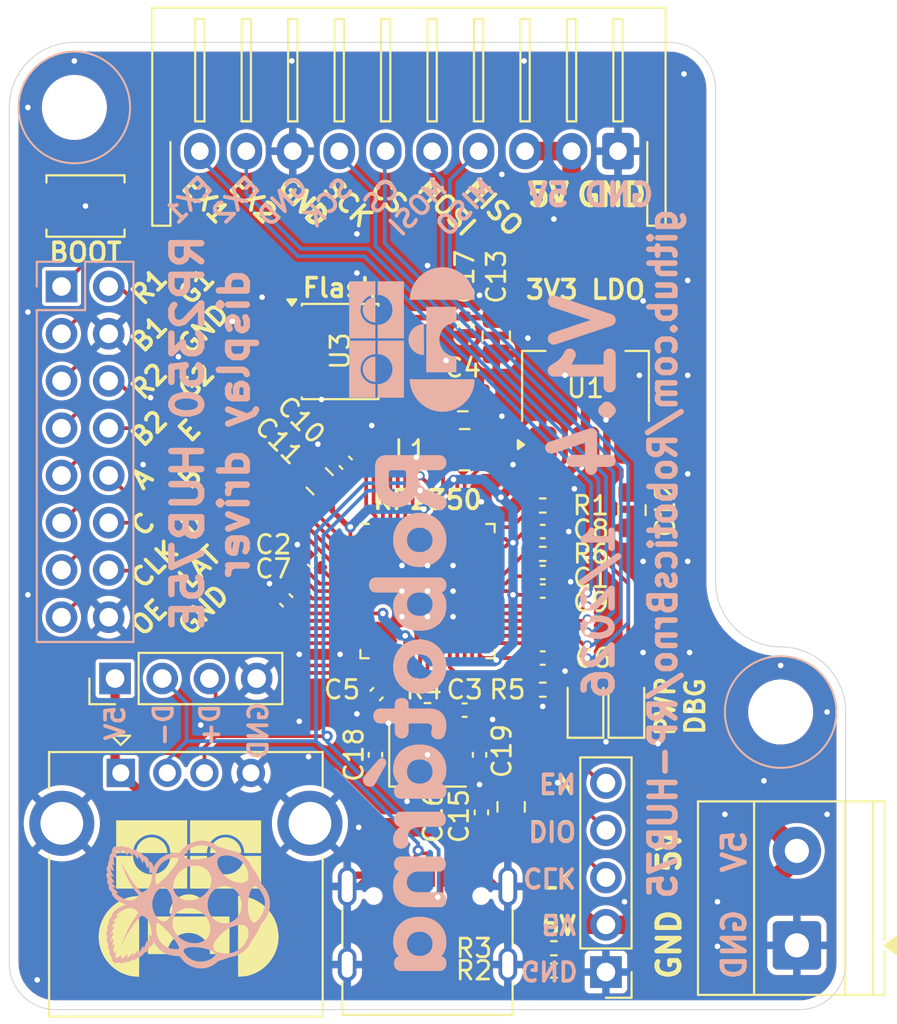
<source format=kicad_pcb>
(kicad_pcb (version 20241229) (generator "pcbnew") (generator_version "9.0")
  (layers (0 "F.Cu" signal) (2 "B.Cu" signal) (13 "F.Paste" user) (15 "B.Paste" user) (5 "F.SilkS" user "F.Silkscreen") (7 "B.SilkS" user "B.Silkscreen") (1 "F.Mask" user) (3 "B.Mask" user) (25 "Edge.Cuts" user))
  (net 0 "")
  (net 1 "+5V")
  (net 2 "GND")
  (net 3 "/XIN")
  (net 4 "+3V3")
  (net 5 "+1V1")
  (net 6 "D+")
  (net 7 "D-")
  (net 8 "A")
  (net 9 "G2")
  (net 10 "CLK")
  (net 11 "B2")
  (net 12 "R2")
  (net 13 "G1")
  (net 14 "C")
  (net 15 "LAT")
  (net 16 "OE")
  (net 17 "E")
  (net 18 "B")
  (net 19 "B1")
  (net 20 "D")
  (net 21 "R1")
  (net 22 "SPI_SCK")
  (net 23 "SPI_CS")
  (net 24 "SPI_MOSI")
  (net 25 "SPI_MISO")
  (net 26 "/QSPI_SS")
  (net 27 "/XOUT")
  (net 28 "/QSPI_SD3")
  (net 29 "/QSPI_SD2")
  (net 30 "/QSPI_SD0")
  (net 31 "/QSPI_SD1")
  (net 32 "/QSPI_SCLK")
  (net 33 "SPI_X1")
  (net 34 "SPI_X2")
  (net 35 "Net-(C19-Pad1)")
  (net 38 "Net-(J2-CC2)")
  (net 39 "Net-(J2-CC1)")
  (net 40 "Net-(U2-VREG_LX)")
  (net 41 "Net-(U2-VREG_AVDD)")
  (net 51 "Net-(D1-A)")
  (net 52 "Net-(D2-A)")
  (net 53 "STATUS")
  (net 54 "Net-(J7-Pin_5)")
  (net 55 "Net-(J7-Pin_4)")
  (net 56 "Net-(J7-Pin_3)")
  (footprint "Connector_USB:USB_A_Kycon_KUSBX-AS1N-B_Horizontal" (layer "F.Cu") (at 183.5 109.7725)
    (property "Reference" "J5" (hide yes))
    (property "Value" "USB_A" (hide yes))
  )
  (footprint "MountingHole:MountingHole_3.2mm_M3" (layer "F.Cu") (at 181 74)
    (property "Reference" "REF**" (hide yes))
    (property "Value" "MountingHole_3.2mm_M3" (hide yes))
  )
  (footprint "Connector_JST:JST_XH_S10B-XH-A-1_1x10_P2.50mm_Horizontal" (layer "F.Cu") (at 210.25 76.35 180)
    (property "Reference" "J6" (hide yes))
    (property "Value" "Conn_01x10" (hide yes))
  )
  (footprint "MountingHole:MountingHole_3.2mm_M3" (layer "F.Cu") (at 219 106.5)
    (property "Reference" "REF**" (hide yes))
    (property "Value" "MountingHole_3.2mm_M3" (hide yes))
  )
  (footprint "Package_TO_SOT_SMD:SOT-223-3_TabPin2" (layer "F.Cu") (at 208.5 89 90)
    (property "Reference" "U1")
    (property "Value" "AMS1117-3.3" (hide yes))
  )
  (footprint "Capacitor_SMD:C_0402_1005Metric" (layer "F.Cu") (at 202 106.4)
    (property "Reference" "C3")
    (property "Value" "100n" (hide yes))
  )
  (footprint "Capacitor_SMD:C_0402_1005Metric" (layer "F.Cu") (at 202 85.72 -90)
    (property "Reference" "C17")
    (property "Value" "100n" (hide yes))
  )
  (footprint "Capacitor_SMD:C_0805_2012Metric" (layer "F.Cu") (at 194.2 94.1 135)
    (property "Reference" "C11")
    (property "Value" "4.7u" (hide yes))
  )
  (footprint "LED_SMD:LED_0805_2012Metric" (layer "F.Cu") (at 208.5 106.2 90)
    (property "Reference" "D1" (hide yes))
    (property "Value" "LED" (hide yes))
  )
  (footprint "Inductor_SMD:L_1008_2520Metric_Pad1.43x2.20mm_HandSolder" (layer "F.Cu") (at 202 92.4)
    (property "Reference" "L1")
    (property "Value" "3.3u" (hide yes))
  )
  (footprint "Capacitor_SMD:C_0402_1005Metric" (layer "F.Cu") (at 197.260589 105.539411 -135)
    (property "Reference" "C5")
    (property "Value" "100n" (hide yes))
  )
  (footprint "Connector_PinHeader_2.54mm:PinHeader_1x04_P2.54mm_Vertical" (layer "F.Cu") (at 183.19 104.7 90)
    (property "Reference" "J8" (hide yes))
    (property "Value" "Conn_01x04")
  )
  (footprint "Capacitor_SMD:C_0402_1005Metric" (layer "F.Cu") (at 206.2 103.6)
    (property "Reference" "C6")
    (property "Value" "100n" (hide yes))
  )
  (footprint "Button_Switch_SMD:SW_SPST_TS-1088-xR025" (layer "F.Cu") (at 181.6 79.3)
    (property "Reference" "SW1" (hide yes))
    (property "Value" "SW_Push" (hide yes))
  )
  (footprint "Capacitor_SMD:C_0402_1005Metric" (layer "F.Cu") (at 202.9 111.9 90)
    (property "Reference" "C16")
    (property "Value" "100n" (hide yes))
  )
  (footprint "TerminalBlock_Phoenix:TerminalBlock_Phoenix_MKDS-1,5-2-5.08_1x02_P5.08mm_Horizontal" (layer "F.Cu") (at 219.8725 119.045 90)
    (property "Reference" "J3" (hide yes))
    (property "Value" "Screw_Terminal_01x02" (hide yes))
  )
  (footprint "Capacitor_SMD:C_0805_2012Metric" (layer "F.Cu") (at 204.5 111.6 90)
    (property "Reference" "C15")
    (property "Value" "4.7u" (hide yes))
  )
  (footprint "Capacitor_SMD:C_0402_1005Metric" (layer "F.Cu") (at 192.4 100.5 135)
    (property "Reference" "C7")
    (property "Value" "100n" (hide yes))
  )
  (footprint "Capacitor_SMD:C_0402_1005Metric" (layer "F.Cu") (at 206.2 96.8)
    (property "Reference" "C8")
    (property "Value" "100n" (hide yes))
  )
  (footprint "Connector_USB:USB_C_Receptacle_G-Switch_GT-USB-7010ASV" (layer "F.Cu") (at 200 119)
    (property "Reference" "J2" (hide yes))
    (property "Value" "USB_C_Receptacle_USB2.0_16P" (hide yes))
  )
  (footprint "Capacitor_SMD:C_0402_1005Metric" (layer "F.Cu") (at 197.2 108.8 90)
    (property "Reference" "C18")
    (property "Value" "10p" (hide yes))
  )
  (footprint "Capacitor_SMD:C_0402_1005Metric" (layer "F.Cu") (at 202.8 108.8 -90)
    (property "Reference" "C19")
    (property "Value" "10p" (hide yes))
  )
  (footprint "Resistor_SMD:R_0402_1005Metric" (layer "F.Cu") (at 206.8 119.2)
    (property "Reference" "R3")
    (property "Value" "5k1" (hide yes))
  )
  (footprint "RP2350_60QFN_minimal:RP2350-QFN-60-1EP_7x7_P0.4mm_EP3.4x3.4mm_ThermalVias" (layer "F.Cu") (at 200 100)
    (property "Reference" "U2" (hide yes))
    (property "Value" "RP2350_60QFN" (hide yes))
  )
  (footprint "Crystal:Crystal_SMD_3225-4Pin_3.2x2.5mm" (layer "F.Cu") (at 200 108.8)
    (property "Reference" "Y1" (hide yes))
    (property "Value" "TXM12M0004322CBCDO00T" (hide yes))
  )
  (footprint "Resistor_SMD:R_0402_1005Metric" (layer "F.Cu") (at 200 106.4)
    (property "Reference" "R4")
    (property "Value" "1k" (hide yes))
  )
  (footprint "Resistor_SMD:R_0402_1005Metric" (layer "F.Cu") (at 206.2 105.3)
    (property "Reference" "R5")
    (property "Value" "1k" (hide yes))
  )
  (footprint "Package_SO:SOIC-8_3.9x4.9mm_P1.27mm" (layer "F.Cu") (at 195.3 87.122)
    (property "Reference" "U3")
    (property "Value" "ZD25WQ80CTIGT" (hide yes))
  )
  (footprint "Capacitor_SMD:C_0402_1005Metric" (layer "F.Cu") (at 206.2 100)
    (property "Reference" "C9")
    (property "Value" "100n" (hide yes))
  )
  (footprint "Capacitor_SMD:C_0402_1005Metric" (layer "F.Cu") (at 195.6 93.1 135)
    (property "Reference" "C10")
    (property "Value" "100n" (hide yes))
  )
  (footprint "Resistor_SMD:R_0402_1005Metric" (layer "F.Cu") (at 206.8 120.4)
    (property "Reference" "R2")
    (property "Value" "5k1" (hide yes))
  )
  (footprint "Capacitor_SMD:C_0805_2012Metric" (layer "F.Cu") (at 211 95.65 -90)
    (property "Reference" "C12")
    (property "Value" "4.7u" (hide yes))
  )
  (footprint "Capacitor_SMD:C_0402_1005Metric" (layer "F.Cu") (at 206.2 99)
    (property "Reference" "C1")
    (property "Value" "100n" (hide yes))
  )
  (footprint "Capacitor_SMD:C_0805_2012Metric" (layer "F.Cu") (at 203.7 86.3 -90)
    (property "Reference" "C13")
    (property "Value" "4.7u" (hide yes))
  )
  (footprint "Capacitor_SMD:C_0402_1005Metric" (layer "F.Cu") (at 193.9 98.4 135)
    (property "Reference" "C2")
    (property "Value" "100n" (hide yes))
  )
  (footprint "Resistor_SMD:R_0402_1005Metric" (layer "F.Cu") (at 206.2 95.4)
    (property "Reference" "R1")
    (property "Value" "33" (hide yes))
  )
  (footprint "Capacitor_SMD:C_0805_2012Metric" (layer "F.Cu") (at 201.9 89.6)
    (property "Reference" "C4")
    (property "Value" "4.7u")
  )
  (footprint "LED_SMD:LED_0805_2012Metric" (layer "F.Cu") (at 210.7 106.2 90)
    (property "Reference" "D2" (hide yes))
    (property "Value" "LED" (hide yes))
  )
  (footprint "Connector_PinHeader_2.54mm:PinHeader_1x05_P2.54mm_Vertical" (layer "F.Cu") (at 209.6 120.48 180)
    (property "Reference" "J7" (hide yes))
    (property "Value" "Conn_01x05" (hide yes))
  )
  (footprint "Resistor_SMD:R_0402_1005Metric" (layer "F.Cu") (at 206.2 98)
    (property "Reference" "R6")
    (property "Value" "1k" (hide yes))
  )
  (footprint "Connector_PinSocket_2.54mm:PinSocket_2x08_P2.54mm_Vertical" (layer "B.Cu") (at 180.31 83.625 180)
    (property "Reference" "J1" (hide yes))
    (property "Value" "Display Connector" (hide yes))
  )
  (gr_poly (pts (xy 191.046669 114.081648) (xy 190.137119 114.081648) (xy 190.135817 114.030713) (xy 190.131953 113.980447) (xy 190.12559 113.930911) (xy 190.116791 113.882169) (xy 190.105618 113.834282) (xy 190.092135 113.787312) (xy 190.076404 113.741322) (xy 190.058488 113.696373) (xy 190.03845 113.652529) (xy 190.016354 113.609851) (xy 189.992261 113.568401) (xy 189.966234 113.528242) (xy 189.938338 113.489435) (xy 189.908633 113.452044) (xy 189.877184 113.416129) (xy 189.844053 113.381754) (xy 189.809303 113.34898) (xy 189.772997 113.31787) (xy 189.735198 113.288486) (xy 189.695968 113.26089) (xy 189.65537 113.235145) (xy 189.613468 113.211312) (xy 189.570324 113.189453) (xy 189.526001 113.169631) (xy 189.480562 113.151909) (xy 189.43407 113.136347) (xy 189.386587 113.123009) (xy 189.338177 113.111957) (xy 189.288903 113.103253) (xy 189.238826 113.096958) (xy 189.188011 113.093136) (xy 189.136519 113.091848) (xy 189.085023 113.093136) (xy 189.034203 113.096958) (xy 188.984123 113.103253) (xy 188.934844 113.111957) (xy 188.886431 113.123009) (xy 188.838945 113.136347) (xy 188.792449 113.151909) (xy 188.747008 113.169631) (xy 188.702682 113.189453) (xy 188.659536 113.211312) (xy 188.617632 113.235145) (xy 188.577032 113.26089) (xy 188.537801 113.288486) (xy 188.5 113.31787) (xy 188.463692 113.34898) (xy 188.428941 113.381754) (xy 188.395809 113.416129) (xy 188.364359 113.452044) (xy 188.334654 113.489435) (xy 188.306756 113.528242) (xy 188.28073 113.568401) (xy 188.256636 113.609851) (xy 188.234539 113.652529) (xy 188.214501 113.696373) (xy 188.196585 113.741322) (xy 188.180854 113.787312) (xy 188.167371 113.834282) (xy 188.156198 113.882169) (xy 188.147399 113.930911) (xy 188.141035 113.980447) (xy 188.137172 114.030713) (xy 188.13587 114.081648) (xy 187.226345 114.081648) (xy 187.226345 112.324273) (xy 191.046669 112.324273)) (fill yes) (layer "F.SilkS"))
  (gr_poly (pts (xy 190.194718 116.424573) (xy 190.275985 116.441169) (xy 190.356404 116.461045) (xy 190.43589 116.484124) (xy 190.514356 116.510327) (xy 190.667892 116.571795) (xy 190.816329 116.644826) (xy 190.958986 116.728794) (xy 191.095182 116.823077) (xy 191.224233 116.927051) (xy 191.345459 117.040091) (xy 191.458177 117.161574) (xy 191.561706 117.290876) (xy 191.655363 117.427373) (xy 191.738468 117.570441) (xy 191.810337 117.719456) (xy 191.841846 117.795999) (xy 191.87029 117.873795) (xy 191.895585 117.952766) (xy 191.917644 118.032833) (xy 191.936384 118.11392) (xy 191.951718 118.195947) (xy 191.95925 118.243654) (xy 191.966354 118.293015) (xy 191.972854 118.343228) (xy 191.978577 118.393491) (xy 191.983347 118.443001) (xy 191.98699 118.490957) (xy 191.98933 118.536556) (xy 191.990193 118.578997) (xy 191.988807 118.657318) (xy 191.984431 118.735613) (xy 191.97709 118.813787) (xy 191.96681 118.891743) (xy 191.953616 118.969386) (xy 191.937532 119.04662) (xy 191.918585 119.123349) (xy 191.896799 119.199477) (xy 191.872199 119.27491) (xy 191.844811 119.349551) (xy 191.814661 119.423304) (xy 191.781772 119.496073) (xy 191.746171 119.567764) (xy 191.707882 119.638279) (xy 191.666931 119.707524) (xy 191.623343 119.775403) (xy 191.577144 119.84182) (xy 191.528357 119.906679) (xy 191.477009 119.969884) (xy 191.423125 120.03134) (xy 191.366731 120.090951) (xy 191.30785 120.148622) (xy 191.246508 120.204256) (xy 191.182732 120.257757) (xy 191.116545 120.309031) (xy 191.047973 120.357981) (xy 190.977041 120.404511) (xy 190.903775 120.448527) (xy 190.828199 120.489931) (xy 190.75034 120.528629) (xy 190.670221 120.564525) (xy 190.587868 120.597522) (xy 190.51415 120.624265) (xy 190.446747 120.646557) (xy 190.385036 120.66484) (xy 190.328389 120.67955) (xy 190.27618 120.691129) (xy 190.227784 120.700014) (xy 190.182575 120.706645) (xy 190.139925 120.711462) (xy 190.09921 120.714904) (xy 190.059802 120.717409) (xy 189.982408 120.721367) (xy 189.943168 120.723698) (xy 189.902733 120.72685) (xy 189.860475 120.731261) (xy 189.815769 120.737372) (xy 189.809494 120.725897) (xy 189.811469 120.657842) (xy 189.812126 120.590092) (xy 189.810825 120.454766) (xy 189.808277 120.318436) (xy 189.807169 120.179622) (xy 189.806618 118.558072) (xy 189.813115 117.465557) (xy 189.811495 116.816344) (xy 189.807126 116.560754) (xy 189.799493 116.387273) (xy 189.812868 116.374823)) (fill yes) (layer "F.SilkS"))
  (gr_poly (pts (xy 189.346769 119.513723) (xy 188.301444 119.513723) (xy 188.299947 119.455185) (xy 188.295507 119.397415) (xy 188.288194 119.340485) (xy 188.278082 119.284467) (xy 188.265242 119.229432) (xy 188.249747 119.175451) (xy 188.231668 119.122595) (xy 188.211079 119.070937) (xy 188.188051 119.020548) (xy 188.162657 118.971499) (xy 188.134969 118.923862) (xy 188.105058 118.877708) (xy 188.072999 118.833109) (xy 188.038861 118.790136) (xy 188.002719 118.74886) (xy 187.964644 118.709354) (xy 187.924708 118.671688) (xy 187.882984 118.635934) (xy 187.839544 118.602164) (xy 187.794459 118.570448) (xy 187.747803 118.54086) (xy 187.699648 118.513469) (xy 187.650065 118.488347) (xy 187.599128 118.465567) (xy 187.546908 118.445199) (xy 187.493477 118.427314) (xy 187.438908 118.411985) (xy 187.383273 118.399283) (xy 187.326645 118.389279) (xy 187.269095 118.382045) (xy 187.210696 118.377652) (xy 187.151519 118.376172) (xy 187.092336 118.377652) (xy 187.033931 118.382045) (xy 186.976374 118.389279) (xy 186.91974 118.399283) (xy 186.864099 118.411985) (xy 186.809525 118.427314) (xy 186.756089 118.445199) (xy 186.703864 118.465567) (xy 186.652921 118.488347) (xy 186.603334 118.513469) (xy 186.555175 118.54086) (xy 186.508515 118.570448) (xy 186.463427 118.602164) (xy 186.419983 118.635934) (xy 186.378255 118.671688) (xy 186.338316 118.709354) (xy 186.300238 118.74886) (xy 186.264093 118.790136) (xy 186.229954 118.833109) (xy 186.197892 118.877708) (xy 186.16798 118.923862) (xy 186.14029 118.971499) (xy 186.114894 119.020548) (xy 186.091864 119.070937) (xy 186.071274 119.122595) (xy 186.053194 119.175451) (xy 186.037698 119.229432) (xy 186.024858 119.284467) (xy 186.014745 119.340485) (xy 186.007432 119.397415) (xy 186.002991 119.455185) (xy 186.001495 119.513723) (xy 184.956219 119.513723) (xy 184.956219 117.494047) (xy 189.346769 117.494047)) (fill yes) (layer "F.SilkS"))
  (gr_poly (pts (xy 187.071244 114.079148) (xy 186.161694 114.079148) (xy 186.160392 114.028213) (xy 186.156528 113.977946) (xy 186.150165 113.928411) (xy 186.141366 113.879669) (xy 186.130193 113.831782) (xy 186.11671 113.784812) (xy 186.100979 113.738822) (xy 186.083063 113.693873) (xy 186.063026 113.650029) (xy 186.040929 113.607351) (xy 186.016836 113.565901) (xy 185.99081 113.525742) (xy 185.962913 113.486935) (xy 185.933209 113.449544) (xy 185.90176 113.413629) (xy 185.868629 113.379254) (xy 185.833879 113.34648) (xy 185.797573 113.31537) (xy 185.759773 113.285986) (xy 185.720543 113.25839) (xy 185.679946 113.232645) (xy 185.638044 113.208812) (xy 185.5949 113.186953) (xy 185.550577 113.167131) (xy 185.505138 113.149409) (xy 185.458645 113.133847) (xy 185.411163 113.120509) (xy 185.362753 113.109457) (xy 185.313478 113.100753) (xy 185.263401 113.094458) (xy 185.212586 113.090636) (xy 185.161094 113.089348) (xy 185.109598 113.090636) (xy 185.058779 113.094458) (xy 185.008698 113.100753) (xy 184.95942 113.109457) (xy 184.911006 113.120509) (xy 184.86352 113.133847) (xy 184.817025 113.149409) (xy 184.771583 113.167131) (xy 184.727258 113.186953) (xy 184.684111 113.208812) (xy 184.642207 113.232645) (xy 184.601608 113.25839) (xy 184.562376 113.285986) (xy 184.524575 113.31537) (xy 184.488268 113.34648) (xy 184.453516 113.379254) (xy 184.420384 113.413629) (xy 184.388934 113.449544) (xy 184.359229 113.486935) (xy 184.331332 113.525742) (xy 184.305305 113.565901) (xy 184.281211 113.607351) (xy 184.259114 113.650029) (xy 184.239076 113.693873) (xy 184.22116 113.738822) (xy 184.205429 113.784812) (xy 184.191946 113.831782) (xy 184.180773 113.879669) (xy 184.171974 113.928411) (xy 184.16561 113.977946) (xy 184.161747 114.028213) (xy 184.160445 114.079148) (xy 183.25092 114.079148) (xy 183.25092 112.321773) (xy 187.071244 112.321773)) (fill yes) (layer "F.SilkS"))
  (gr_poly (pts (xy 189.174005 113.238463) (xy 189.216869 113.241738) (xy 189.259133 113.247118) (xy 189.300743 113.254552) (xy 189.341646 113.263985) (xy 189.381788 113.275364) (xy 189.421116 113.288638) (xy 189.459575 113.303753) (xy 189.497114 113.320655) (xy 189.533677 113.339292) (xy 189.569212 113.359612) (xy 189.603665 113.38156) (xy 189.636983 113.405084) (xy 189.669112 113.430131) (xy 189.699998 113.456648) (xy 189.729588 113.484582) (xy 189.757828 113.51388) (xy 189.784666 113.544489) (xy 189.810047 113.576356) (xy 189.833917 113.609428) (xy 189.856224 113.643652) (xy 189.876914 113.678975) (xy 189.895933 113.715344) (xy 189.913228 113.752706) (xy 189.928746 113.791009) (xy 189.942431 113.830198) (xy 189.954233 113.870222) (xy 189.964096 113.911026) (xy 189.971967 113.952559) (xy 189.977792 113.994767) (xy 189.981519 114.037598) (xy 189.983094 114.080997) (xy 188.296169 114.080497) (xy 188.296807 114.037096) (xy 188.299611 113.994266) (xy 188.304527 113.95206) (xy 188.311504 113.91053) (xy 188.320489 113.86973) (xy 188.331429 113.829712) (xy 188.344273 113.790529) (xy 188.358967 113.752235) (xy 188.37546 113.714883) (xy 188.393698 113.678525) (xy 188.41363 113.643214) (xy 188.435204 113.609003) (xy 188.458365 113.575945) (xy 188.483064 113.544093) (xy 188.509246 113.5135) (xy 188.536859 113.48422) (xy 188.565852 113.456304) (xy 188.596172 113.429805) (xy 188.627765 113.404778) (xy 188.660581 113.381274) (xy 188.694566 113.359347) (xy 188.729668 113.33905) (xy 188.765834 113.320435) (xy 188.803013 113.303555) (xy 188.841152 113.288464) (xy 188.880198 113.275214) (xy 188.920098 113.263858) (xy 188.960802 113.25445) (xy 189.002256 113.247042) (xy 189.044407 113.241687) (xy 189.087204 113.238438) (xy 189.130594 113.237348)) (fill yes) (layer "F.SilkS"))
  (gr_poly (pts (xy 185.19858 113.238463) (xy 185.241445 113.241738) (xy 185.283708 113.247118) (xy 185.325319 113.254552) (xy 185.366221 113.263985) (xy 185.406363 113.275364) (xy 185.445691 113.288638) (xy 185.484151 113.303753) (xy 185.521689 113.320655) (xy 185.558253 113.339292) (xy 185.593788 113.359612) (xy 185.628241 113.38156) (xy 185.661558 113.405084) (xy 185.693687 113.430131) (xy 185.724573 113.456648) (xy 185.754163 113.484582) (xy 185.782404 113.51388) (xy 185.809241 113.544489) (xy 185.834622 113.576356) (xy 185.858493 113.609428) (xy 185.8808 113.643652) (xy 185.90149 113.678975) (xy 185.920509 113.715344) (xy 185.937804 113.752706) (xy 185.953321 113.791009) (xy 185.967007 113.830198) (xy 185.978808 113.870222) (xy 185.988671 113.911026) (xy 185.996542 113.952559) (xy 186.002368 113.994767) (xy 186.006095 114.037598) (xy 186.00767 114.080997) (xy 184.320745 114.080497) (xy 184.321383 114.037096) (xy 184.324187 113.994266) (xy 184.329103 113.95206) (xy 184.33608 113.91053) (xy 184.345065 113.86973) (xy 184.356005 113.829712) (xy 184.368848 113.790529) (xy 184.383543 113.752235) (xy 184.400035 113.714883) (xy 184.418274 113.678525) (xy 184.438206 113.643214) (xy 184.459779 113.609003) (xy 184.482941 113.575945) (xy 184.50764 113.544093) (xy 184.533822 113.5135) (xy 184.561435 113.48422) (xy 184.590428 113.456304) (xy 184.620747 113.429805) (xy 184.652341 113.404778) (xy 184.685157 113.381274) (xy 184.719142 113.359347) (xy 184.754243 113.33905) (xy 184.79041 113.320435) (xy 184.827589 113.303555) (xy 184.865727 113.288464) (xy 184.904773 113.275214) (xy 184.944674 113.263858) (xy 184.985378 113.25445) (xy 185.026832 113.247042) (xy 185.068983 113.241687) (xy 185.11178 113.238438) (xy 185.15517 113.237348)) (fill yes) (layer "F.SilkS"))
  (gr_circle (center 219 106.5) (end 222 106.5) (stroke (width 0.1)) (fill no) (layer "F.SilkS"))
  (gr_poly (pts (xy 184.161747 114.287158) (xy 184.16561 114.337424) (xy 184.171974 114.386959) (xy 184.180773 114.435702) (xy 184.191946 114.483589) (xy 184.205429 114.530559) (xy 184.22116 114.576549) (xy 184.239076 114.621497) (xy 184.259114 114.665342) (xy 184.281211 114.70802) (xy 184.305305 114.74947) (xy 184.331332 114.789629) (xy 184.359229 114.828435) (xy 184.388934 114.865827) (xy 184.420384 114.901742) (xy 184.453516 114.936117) (xy 184.488268 114.96889) (xy 184.524575 115) (xy 184.562376 115.029384) (xy 184.601608 115.05698) (xy 184.642207 115.082726) (xy 184.684111 115.106559) (xy 184.727258 115.128418) (xy 184.771583 115.148239) (xy 184.817025 115.165962) (xy 184.86352 115.181523) (xy 184.911006 115.194861) (xy 184.95942 115.205914) (xy 185.008698 115.214618) (xy 185.058779 115.220913) (xy 185.109598 115.224735) (xy 185.161094 115.226023) (xy 185.212586 115.224735) (xy 185.263401 115.220913) (xy 185.313478 115.214618) (xy 185.362753 115.205914) (xy 185.411163 115.194861) (xy 185.458645 115.181523) (xy 185.505138 115.165962) (xy 185.550577 115.148239) (xy 185.5949 115.128418) (xy 185.638044 115.106559) (xy 185.679946 115.082726) (xy 185.720543 115.05698) (xy 185.759773 115.029384) (xy 185.797573 115) (xy 185.833879 114.96889) (xy 185.868629 114.936117) (xy 185.90176 114.901742) (xy 185.933209 114.865827) (xy 185.962913 114.828435) (xy 185.99081 114.789629) (xy 186.016836 114.74947) (xy 186.040929 114.70802) (xy 186.063026 114.665342) (xy 186.083063 114.621497) (xy 186.100979 114.576549) (xy 186.11671 114.530559) (xy 186.130193 114.483589) (xy 186.141366 114.435702) (xy 186.150165 114.386959) (xy 186.156528 114.337424) (xy 186.160392 114.287158) (xy 186.161694 114.236223) (xy 187.071244 114.236223) (xy 187.071244 115.993598) (xy 183.25092 115.993598) (xy 183.25092 114.236223) (xy 184.160445 114.236223)) (fill yes) (layer "F.SilkS"))
  (gr_poly (pts (xy 184.49647 116.387273) (xy 184.488837 116.560754) (xy 184.484468 116.816344) (xy 184.482848 117.465557) (xy 184.489345 118.558072) (xy 184.488795 120.179622) (xy 184.487686 120.318436) (xy 184.485139 120.454766) (xy 184.483838 120.590092) (xy 184.484494 120.657842) (xy 184.48647 120.725897) (xy 184.480195 120.737372) (xy 184.435489 120.731261) (xy 184.393231 120.72685) (xy 184.352795 120.723698) (xy 184.313556 120.721367) (xy 184.236161 120.717409) (xy 184.196754 120.714904) (xy 184.156039 120.711462) (xy 184.113389 120.706645) (xy 184.068179 120.700014) (xy 184.019783 120.691129) (xy 183.967575 120.67955) (xy 183.910928 120.66484) (xy 183.849216 120.646557) (xy 183.781814 120.624265) (xy 183.708095 120.597522) (xy 183.625742 120.564525) (xy 183.545624 120.528629) (xy 183.467764 120.489931) (xy 183.392188 120.448527) (xy 183.318922 120.404511) (xy 183.24799 120.357981) (xy 183.179419 120.309031) (xy 183.113232 120.257757) (xy 183.049455 120.204256) (xy 182.988114 120.148622) (xy 182.929233 120.090951) (xy 182.872838 120.03134) (xy 182.818954 119.969884) (xy 182.767606 119.906679) (xy 182.71882 119.84182) (xy 182.67262 119.775403) (xy 182.629032 119.707524) (xy 182.588081 119.638279) (xy 182.549792 119.567764) (xy 182.514191 119.496073) (xy 182.481302 119.423304) (xy 182.451152 119.349551) (xy 182.423764 119.27491) (xy 182.399164 119.199477) (xy 182.377378 119.123349) (xy 182.358431 119.04662) (xy 182.342347 118.969386) (xy 182.329153 118.891743) (xy 182.318873 118.813787) (xy 182.311532 118.735613) (xy 182.307156 118.657318) (xy 182.30577 118.578997) (xy 182.306632 118.536556) (xy 182.308973 118.490957) (xy 182.312615 118.443001) (xy 182.317385 118.393491) (xy 182.323108 118.343228) (xy 182.329609 118.293015) (xy 182.336713 118.243654) (xy 182.344245 118.195947) (xy 182.359579 118.11392) (xy 182.378319 118.032833) (xy 182.400379 117.952766) (xy 182.425674 117.873795) (xy 182.454119 117.795999) (xy 182.485628 117.719456) (xy 182.557499 117.570441) (xy 182.640606 117.427373) (xy 182.734265 117.290876) (xy 182.837796 117.161574) (xy 182.950517 117.040091) (xy 183.071745 116.927051) (xy 183.200798 116.823077) (xy 183.336996 116.728794) (xy 183.479655 116.644826) (xy 183.628093 116.571795) (xy 183.78163 116.510327) (xy 183.860097 116.484124) (xy 183.939583 116.461045) (xy 184.020002 116.441169) (xy 184.10127 116.424573) (xy 184.48312 116.374823) (xy 184.48312 116.374822)) (fill yes) (layer "F.SilkS"))
  (gr_poly (pts (xy 188.137172 114.287158) (xy 188.141035 114.337424) (xy 188.147399 114.386959) (xy 188.156198 114.435702) (xy 188.167371 114.483589) (xy 188.180854 114.530559) (xy 188.196585 114.576549) (xy 188.214501 114.621497) (xy 188.234539 114.665342) (xy 188.256636 114.70802) (xy 188.28073 114.74947) (xy 188.306756 114.789629) (xy 188.334654 114.828435) (xy 188.364359 114.865827) (xy 188.395809 114.901742) (xy 188.428941 114.936117) (xy 188.463692 114.96889) (xy 188.5 115) (xy 188.537801 115.029384) (xy 188.577032 115.05698) (xy 188.617632 115.082726) (xy 188.659536 115.106559) (xy 188.702682 115.128418) (xy 188.747008 115.148239) (xy 188.792449 115.165962) (xy 188.838945 115.181523) (xy 188.886431 115.194861) (xy 188.934844 115.205914) (xy 188.984123 115.214618) (xy 189.034203 115.220913) (xy 189.085023 115.224735) (xy 189.136519 115.226023) (xy 189.188011 115.224735) (xy 189.238826 115.220913) (xy 189.288903 115.214618) (xy 189.338177 115.205914) (xy 189.386587 115.194861) (xy 189.43407 115.181523) (xy 189.480562 115.165962) (xy 189.526001 115.148239) (xy 189.570324 115.128418) (xy 189.613468 115.106559) (xy 189.65537 115.082726) (xy 189.695968 115.05698) (xy 189.735198 115.029384) (xy 189.772997 115) (xy 189.809303 114.96889) (xy 189.844053 114.936117) (xy 189.877184 114.901742) (xy 189.908633 114.865827) (xy 189.938338 114.828435) (xy 189.966234 114.789629) (xy 189.992261 114.74947) (xy 190.016354 114.70802) (xy 190.03845 114.665342) (xy 190.058488 114.621497) (xy 190.076404 114.576549) (xy 190.092135 114.530559) (xy 190.105618 114.483589) (xy 190.116791 114.435702) (xy 190.12559 114.386959) (xy 190.131953 114.337424) (xy 190.135817 114.287158) (xy 190.137119 114.236223) (xy 191.046669 114.236223) (xy 191.046669 115.993598) (xy 187.226345 115.993598) (xy 187.226345 114.236223) (xy 188.13587 114.236223)) (fill yes) (layer "F.SilkS"))
  (gr_poly (pts (xy 187.204442 116.302031) (xy 187.241618 116.304334) (xy 187.278728 116.308045) (xy 187.315726 116.313152) (xy 187.352567 116.319643) (xy 187.389206 116.327504) (xy 187.425596 116.336725) (xy 187.461693 116.347292) (xy 187.497451 116.359194) (xy 187.532824 116.372418) (xy 187.567769 116.386951) (xy 187.602238 116.402783) (xy 187.636187 116.4199) (xy 187.66957 116.438291) (xy 187.702341 116.457942) (xy 187.734457 116.478842) (xy 187.76587 116.500978) (xy 187.796536 116.524339) (xy 187.826409 116.548912) (xy 187.855444 116.574684) (xy 187.883596 116.601644) (xy 187.910819 116.629779) (xy 187.937067 116.659077) (xy 187.962296 116.689526) (xy 187.986459 116.721114) (xy 188.009513 116.753827) (xy 188.03141 116.787655) (xy 188.052106 116.822584) (xy 188.071555 116.858603) (xy 188.089712 116.895699) (xy 188.106532 116.93386) (xy 188.121969 116.973073) (xy 188.134456 117.008166) (xy 188.144848 117.040245) (xy 188.153352 117.06961) (xy 188.160175 117.096559) (xy 188.165522 117.121391) (xy 188.169602 117.144404) (xy 188.172621 117.165898) (xy 188.174785 117.18617) (xy 188.176302 117.20552) (xy 188.177377 117.224246) (xy 188.179032 117.26102) (xy 188.180024 117.279666) (xy 188.181403 117.298883) (xy 188.183374 117.318969) (xy 188.186144 117.340223) (xy 188.180695 117.343147) (xy 188.148368 117.342015) (xy 188.116186 117.341509) (xy 188.051904 117.341738) (xy 187.987149 117.342554) (xy 187.921219 117.342673) (xy 187.15097 117.338248) (xy 186.63206 117.332007) (xy 186.323683 117.330896) (xy 186.202268 117.332229) (xy 186.119845 117.335347) (xy 186.113969 117.328972) (xy 186.113969 117.328973) (xy 186.138694 117.147748) (xy 186.146813 117.109194) (xy 186.156488 117.071053) (xy 186.167681 117.033364) (xy 186.180355 116.996168) (xy 186.209997 116.923416) (xy 186.245116 116.85312) (xy 186.285413 116.7856) (xy 186.330591 116.72118) (xy 186.380351 116.660181) (xy 186.434394 116.602926) (xy 186.492423 116.549736) (xy 186.554139 116.500934) (xy 186.619245 116.456842) (xy 186.687441 116.417781) (xy 186.75843 116.384074) (xy 186.794878 116.369329) (xy 186.831913 116.356044) (xy 186.869497 116.344257) (xy 186.907592 116.334011) (xy 186.946162 116.325344) (xy 186.985169 116.318298) (xy 187.007852 116.314859) (xy 187.031319 116.311628) (xy 187.055191 116.308686) (xy 187.079085 116.306114) (xy 187.102619 116.303993) (xy 187.125411 116.302404) (xy 187.14708 116.301429) (xy 187.167244 116.301148)) (fill yes) (layer "F.SilkS"))
  (gr_circle (center 181 74) (end 184 74) (stroke (width 0.1)) (fill no) (layer "F.SilkS"))
  (gr_poly (pts (xy 197.083857 106.731199) (xy 197.085105 106.75248) (xy 197.087185 106.773291) (xy 197.090097 106.793633) (xy 197.093841 106.813506) (xy 197.098417 106.832909) (xy 197.103826 106.851844) (xy 197.110068 106.870309) (xy 197.117142 106.888305) (xy 197.125048 106.905831) (xy 197.133788 106.922889) (xy 197.14336 106.939477) (xy 197.153766 106.955596) (xy 197.165004 106.971246) (xy 197.177076 106.986427) (xy 197.189981 107.001139) (xy 197.203525 107.015151) (xy 197.21754 107.028261) (xy 197.232026 107.040468) (xy 197.246982 107.051773) (xy 197.262409 107.062174) (xy 197.278305 107.071672) (xy 197.294673 107.080266) (xy 197.31151 107.087956) (xy 197.328817 107.094743) (xy 197.346595 107.100625) (xy 197.364842 107.105603) (xy 197.383559 107.109677) (xy 197.402745 107.112845) (xy 197.422401 107.115109) (xy 197.442527 107.116467) (xy 197.463121 107.11692) (xy 198.148421 107.11692) (xy 198.154119 107.11701) (xy 198.159636 107.117281) (xy 198.164972 107.117732) (xy 198.170127 107.118364) (xy 198.175101 107.119176) (xy 198.179894 107.120169) (xy 198.184507 107.121343) (xy 198.188938 107.122697) (xy 198.193189 107.124232) (xy 198.197259 107.125947) (xy 198.201147 107.127844) (xy 198.204856 107.129921) (xy 198.208383 107.132178) (xy 198.211729 107.134617) (xy 198.214894 107.137236) (xy 198.217879 107.140037) (xy 198.220682 107.143018) (xy 198.223305 107.14618) (xy 198.225747 107.149523) (xy 198.228008 107.153047) (xy 198.230088 107.156752) (xy 198.231987 107.160638) (xy 198.233706 107.164705) (xy 198.235243 107.168953) (xy 198.2366 107.173382) (xy 198.237776 107.177992) (xy 198.23877 107.182784) (xy 198.239584 107.187756) (xy 198.240217 107.19291) (xy 198.24067 107.198245) (xy 198.240941 107.203761) (xy 198.241031 107.209459) (xy 198.241031 107.552107) (xy 198.241465 107.571583) (xy 198.242767 107.590662) (xy 198.244937 107.609344) (xy 198.247974 107.627628) (xy 198.25188 107.645515) (xy 198.256653 107.663004) (xy 198.262295 107.680096) (xy 198.268804 107.696789) (xy 198.276181 107.713085) (xy 198.284426 107.728983) (xy 198.293539 107.744483) (xy 198.303519 107.759585) (xy 198.314368 107.774289) (xy 198.326085 107.788594) (xy 198.338669 107.802501) (xy 198.352121 107.816009) (xy 198.366189 107.828914) (xy 198.380619 107.840986) (xy 198.395411 107.852224) (xy 198.410567 107.862629) (xy 198.426085 107.872202) (xy 198.441965 107.880941) (xy 198.458208 107.888848) (xy 198.474814 107.895922) (xy 198.491782 107.902163) (xy 198.509113 107.907572) (xy 198.526806 107.912149) (xy 198.544862 107.915893) (xy 198.56328 107.918805) (xy 198.582061 107.920885) (xy 198.601205 107.922132) (xy 198.620711 107.922548) (xy 198.640169 107.922132) (xy 198.659194 107.920885) (xy 198.677785 107.918805) (xy 198.695943 107.915893) (xy 198.713667 107.912149) (xy 198.730958 107.907572) (xy 198.747814 107.902163) (xy 198.764237 107.895922) (xy 198.780227 107.888848) (xy 198.795782 107.880941) (xy 198.810903 107.872202) (xy 198.825589 107.862629) (xy 198.839841 107.852224) (xy 198.853659 107.840986) (xy 198.867043 107.828914) (xy 198.879991 107.816009) (xy 198.892325 107.802465) (xy 198.903862 107.78845) (xy 198.914604 107.773964) (xy 198.924551 107.759007) (xy 198.933701 107.743581) (xy 198.942056 107.727684) (xy 198.949615 107.711316) (xy 198.956379 107.694479) (xy 198.962346 107.677172) (xy 198.967518 107.659394) (xy 198.971895 107.641147) (xy 198.975475 107.62243) (xy 198.97826 107.603244) (xy 198.98025 107.583588) (xy 198.981443 107.563463) (xy 198.981841 107.542868) (xy 198.981841 107.209459) (xy 198.981931 107.203761) (xy 198.982203 107.198245) (xy 198.982655 107.19291) (xy 198.983288 107.187756) (xy 198.984102 107.182784) (xy 198.985097 107.177992) (xy 198.986273 107.173382) (xy 198.987629 107.168953) (xy 198.989167 107.164705) (xy 198.990885 107.160638) (xy 198.992784 107.156752) (xy 198.994864 107.153047) (xy 198.997125 107.149523) (xy 198.999567 107.14618) (xy 199.00219 107.143018) (xy 199.004994 107.140037) (xy 199.007978 107.137236) (xy 199.011144 107.134617) (xy 199.01449 107.132178) (xy 199.018017 107.129921) (xy 199.021725 107.127844) (xy 199.025614 107.125947) (xy 199.029684 107.124232) (xy 199.033934 107.122697) (xy 199.038366 107.121343) (xy 199.042978 107.120169) (xy 199.047772 107.119176) (xy 199.052746 107.118364) (xy 199.057901 107.117732) (xy 199.063237 107.117281) (xy 199.068754 107.11701) (xy 199.074451 107.11692) (xy 199.944901 107.11692) (xy 199.965345 107.117154) (xy 199.984992 107.117858) (xy 200.003841 107.119032) (xy 200.021894 107.120674) (xy 200.039149 107.122787) (xy 200.055608 107.125369) (xy 200.07127 107.128421) (xy 200.086135 107.131943) (xy 200.100204 107.135935) (xy 200.113476 107.140397) (xy 200.125952 107.14533) (xy 200.137632 107.150732) (xy 200.148516 107.156606) (xy 200.158603 107.16295) (xy 200.167895 107.169764) (xy 200.176391 107.177049) (xy 200.184248 107.184709) (xy 200.191597 107.192619) (xy 200.198437 107.200781) (xy 200.20477 107.209195) (xy 200.210594 107.21786) (xy 200.215911 107.226777) (xy 200.220721 107.235947) (xy 200.225024 107.245369) (xy 200.228819 107.255044) (xy 200.232108 107.264972) (xy 200.234891 107.275153) (xy 200.237167 107.285586) (xy 200.238936 107.296274) (xy 200.2402 107.307215) (xy 200.240959 107.31841) (xy 200.241211 107.329859) (xy 200.241121 107.334782) (xy 200.24085 107.340284) (xy 200.239768 107.353024) (xy 200.237963 107.36808) (xy 200.235436 107.385449) (xy 200.232188 107.405132) (xy 200.228218 107.427127) (xy 200.223525 107.451433) (xy 200.218111 107.47805) (xy 200.207964 107.528395) (xy 200.203982 107.549666) (xy 200.200725 107.568333) (xy 200.198193 107.584394) (xy 200.196386 107.597849) (xy 200.195302 107.608695) (xy 200.194941 107.616931) (xy 200.195375 107.63527) (xy 200.196677 107.653248) (xy 200.198847 107.670864) (xy 200.201885 107.68812) (xy 200.205792 107.705014) (xy 200.210567 107.721546) (xy 200.21621 107.737717) (xy 200.222722 107.753527) (xy 200.230103 107.768974) (xy 200.238353 107.78406) (xy 200.247471 107.798784) (xy 200.257459 107.813146) (xy 200.268316 107.827145) (xy 200.280041 107.840782) (xy 200.292637 107.854057) (xy 200.306101 107.866969) (xy 200.320169 107.879302) (xy 200.334599 107.89084) (xy 200.349391 107.901582) (xy 200.364546 107.911528) (xy 200.380063 107.920679) (xy 200.395942 107.929034) (xy 200.412182 107.936593) (xy 200.428785 107.943357) (xy 200.445749 107.949324) (xy 200.463076 107.954496) (xy 200.480763 107.958873) (xy 200.498812 107.962453) (xy 200.517223 107.965238) (xy 200.535994 107.967228) (xy 200.555127 107.968421) (xy 200.574621 107.968819) (xy 200.589591 107.968548) (xy 200.604418 107.967736) (xy 200.619102 107.966382) (xy 200.633642 107.964486) (xy 200.648039 107.962048) (xy 200.662292 107.959067) (xy 200.676401 107.955544) (xy 200.690366 107.951478) (xy 200.704187 107.946868) (xy 200.717863 107.941716) (xy 200.731394 107.93602) (xy 200.74478 107.92978) (xy 200.758021 107.922997) (xy 200.771117 107.915669) (xy 200.784067 107.907797) (xy 200.796871 107.899381) (xy 200.809386 107.890397) (xy 200.821467 107.880796) (xy 200.833115 107.870579) (xy 200.84433 107.859745) (xy 200.855111 107.848296) (xy 200.865459 107.83623) (xy 200.875373 107.823549) (xy 200.884853 107.810253) (xy 200.893899 107.796341) (xy 200.90251 107.781815) (xy 200.910688 107.766673) (xy 200.918432 107.750917) (xy 200.925741 107.734546) (xy 200.932616 107.717561) (xy 200.939056 107.699963) (xy 200.945061 107.68175) (xy 200.954015 107.651809) (xy 200.962397 107.622152) (xy 200.970205 107.59278) (xy 200.977436 107.563696) (xy 200.98409 107.5349) (xy 200.990165 107.506394) (xy 200.995659 107.47818) (xy 201.000571 107.45026) (xy 201.004926 107.422484) (xy 201.008697 107.394704) (xy 201.011885 107.36692) (xy 201.014493 107.339134) (xy 201.016519 107.311349) (xy 201.017965 107.283565) (xy 201.018832 107.255785) (xy 201.019121 107.228009) (xy 201.018217 107.178781) (xy 201.015502 107.130638) (xy 201.010979 107.083579) (xy 201.004647 107.037605) (xy 200.996505 106.992715) (xy 200.986556 106.94891) (xy 200.974797 106.906189) (xy 200.961231 106.864552) (xy 200.945857 106.824) (xy 200.928675 106.784533) (xy 200.909685 106.74615) (xy 200.888888 106.708851) (xy 200.866284 106.672637) (xy 200.841873 106.637507) (xy 200.815655 106.603462) (xy 200.787631 106.570501) (xy 200.757713 106.539108) (xy 200.725842 106.509739) (xy 200.692017 106.482394) (xy 200.656238 106.457075) (xy 200.618505 106.433781) (xy 200.578819 106.412511) (xy 200.53718 106.393267) (xy 200.493587 106.376048) (xy 200.448042 106.360855) (xy 200.400543 106.347687) (xy 200.351091 106.336544) (xy 200.299686 106.327427) (xy 200.246329 106.320336) (xy 200.191019 106.315271) (xy 200.133756 106.312232) (xy 200.074541 106.311219) (xy 199.074451 106.311219) (xy 199.068754 106.311129) (xy 199.063237 106.310857) (xy 199.057901 106.310405) (xy 199.052746 106.309772) (xy 199.047772 106.308958) (xy 199.042978 106.307963) (xy 199.038366 106.306788) (xy 199.033934 106.305431) (xy 199.029684 106.303894) (xy 199.025614 106.302175) (xy 199.021725 106.300276) (xy 199.018017 106.298196) (xy 199.01449 106.295935) (xy 199.011144 106.293494) (xy 199.007978 106.290871) (xy 199.004994 106.288067) (xy 199.00219 106.285083) (xy 198.999567 106.281918) (xy 198.997125 106.278571) (xy 198.994864 106.275044) (xy 198.992784 106.271336) (xy 198.990885 106.267448) (xy 198.989167 106.263378) (xy 198.987629 106.259127) (xy 198.986273 106.254696) (xy 198.985097 106.250083) (xy 198.984102 106.24529) (xy 198.983288 106.240316) (xy 198.982655 106.235161) (xy 198.982203 106.229825) (xy 198.981931 106.224308) (xy 198.981841 106.218611) (xy 198.981841 106.079729) (xy 198.981443 106.059213) (xy 198.98025 106.03935) (xy 198.97826 106.020139) (xy 198.975475 106.001581) (xy 198.971895 105.983675) (xy 198.967518 105.96642) (xy 198.962346 105.949818) (xy 198.956379 105.933867) (xy 198.949615 105.918567) (xy 198.942056 105.903918) (xy 198.933701 105.88992) (xy 198.92455 105.876573) (xy 198.914604 105.863877) (xy 198.903862 105.851831) (xy 198.892325 105.840435) (xy 198.879991 105.829689) (xy 198.867043 105.819593) (xy 198.853659 105.810149) (xy 198.839841 105.801356) (xy 198.825589 105.793215) (xy 198.810903 105.785725) (xy 198.795782 105.778886) (xy 198.780227 105.772698) (xy 198.764237 105.767162) (xy 198.747814 105.762277) (xy 198.730958 105.758043) (xy 198.713667 105.754461) (xy 198.695943 105.75153) (xy 198.677785 105.749251) (xy 198.659194 105.747622) (xy 198.640169 105.746645) (xy 198.620711 105.74632) (xy 198.600104 105.746645) (xy 198.579968 105.747622) (xy 198.560303 105.749251) (xy 198.541108 105.75153) (xy 198.522384 105.754461) (xy 198.504132 105.758043) (xy 198.48635 105.762277) (xy 198.469039 105.767162) (xy 198.452198 105.772698) (xy 198.435829 105.778886) (xy 198.419931 105.785725) (xy 198.404503 105.793215) (xy 198.389546 105.801356) (xy 198.37506 105.810149) (xy 198.361045 105.819593) (xy 198.347501 105.829689) (xy 198.334608 105.840435) (xy 198.322547 105.851831) (xy 198.311318 105.863877) (xy 198.300921 105.876573) (xy 198.291355 105.88992) (xy 198.282621 105.903918) (xy 198.274719 105.918567) (xy 198.267649 105.933867) (xy 198.26141 105.949818) (xy 198.256004 105.96642) (xy 198.251429 105.983675) (xy 198.247686 106.001581) (xy 198.244774 106.020139) (xy 198.242695 106.03935) (xy 198.241447 106.059213) (xy 198.241031 106.079729) (xy 198.241031 106.218611) (xy 198.240941 106.224308) (xy 198.24067 106.229825) (xy 198.240217 106.235161) (xy 198.239584 106.240316) (xy 198.23877 106.24529) (xy 198.237776 106.250083) (xy 198.2366 106.254696) (xy 198.235243 106.259127) (xy 198.233706 106.263378) (xy 198.231987 106.267448) (xy 198.230088 106.271336) (xy 198.228008 106.275044) (xy 198.225747 106.278571) (xy 198.223305 106.281918) (xy 198.220682 106.285083) (xy 198.217879 106.288067) (xy 198.214894 106.290871) (xy 198.211729 106.293494) (xy 198.208383 106.295935) (xy 198.204856 106.298196) (xy 198.201147 106.300276) (xy 198.197259 106.302175) (xy 198.193189 106.303894) (xy 198.188938 106.305431) (xy 198.184507 106.306788) (xy 198.179894 106.307963) (xy 198.175101 106.308958) (xy 198.170127 106.309772) (xy 198.164972 106.310405) (xy 198.159636 106.310857) (xy 198.154119 106.311129) (xy 198.148421 106.311219) (xy 197.463121 106.311219) (xy 197.443627 106.311653) (xy 197.424495 106.312955) (xy 197.405723 106.315125) (xy 197.387312 106.318163) (xy 197.369263 106.32207) (xy 197.351576 106.326845) (xy 197.334249 106.332489) (xy 197.317285 106.339001) (xy 197.300682 106.346382) (xy 197.284442 106.354631) (xy 197.268563 106.363749) (xy 197.253046 106.373737) (xy 197.237891 106.384593) (xy 197.223099 106.396319) (xy 197.208669 106.408914) (xy 197.194601 106.422378) (xy 197.181137 106.436518) (xy 197.168542 106.451165) (xy 197.156816 106.466319) (xy 197.145959 106.48198) (xy 197.135971 106.498147) (xy 197.126853 106.514822) (xy 197.118603 106.532003) (xy 197.111223 106.549692) (xy 197.10471 106.567887) (xy 197.099067 106.586589) (xy 197.094292 106.605799) (xy 197.090385 106.625515) (xy 197.087347 106.645738) (xy 197.085177 106.666468) (xy 197.083875 106.687706) (xy 197.083441 106.70945)) (fill yes) (layer "B.SilkS"))
  (gr_poly (pts (xy 196.518595 84.910596) (xy 196.521221 84.945003) (xy 196.525537 84.978927) (xy 196.531501 85.012327) (xy 196.53907 85.04516) (xy 196.548202 85.077381) (xy 196.558854 85.108949) (xy 196.570983 85.13982) (xy 196.584547 85.169952) (xy 196.599504 85.199301) (xy 196.615811 85.227825) (xy 196.633425 85.25548) (xy 196.652305 85.282223) (xy 196.672406 85.308012) (xy 196.693688 85.332804) (xy 196.716107 85.356555) (xy 196.739621 85.379222) (xy 196.764188 85.400763) (xy 196.789764 85.421135) (xy 196.816308 85.440295) (xy 196.843776 85.458199) (xy 196.872127 85.474805) (xy 196.901318 85.490069) (xy 196.931306 85.503949) (xy 196.962049 85.516402) (xy 196.993504 85.527385) (xy 197.025628 85.536855) (xy 197.058381 85.544768) (xy 197.091717 85.551083) (xy 197.125596 85.555755) (xy 197.159975 85.558742) (xy 197.194811 85.560001) (xy 197.194461 84.205991) (xy 197.159625 84.206506) (xy 197.125248 84.208759) (xy 197.091371 84.212708) (xy 197.058037 84.21831) (xy 197.025288 84.225523) (xy 196.993168 84.234306) (xy 196.961718 84.244616) (xy 196.930981 84.256412) (xy 196.900999 84.269651) (xy 196.871816 84.28429) (xy 196.843473 84.300289) (xy 196.816013 84.317606) (xy 196.789479 84.336197) (xy 196.763912 84.356021) (xy 196.739356 84.377036) (xy 196.715853 84.3992) (xy 196.693446 84.42247) (xy 196.672177 84.446806) (xy 196.652088 84.472164) (xy 196.633222 84.498503) (xy 196.615622 84.52578) (xy 196.59933 84.553954) (xy 196.584388 84.582982) (xy 196.57084 84.612823) (xy 196.558727 84.643434) (xy 196.548092 84.674774) (xy 196.538977 84.7068) (xy 196.531426 84.73947) (xy 196.52548 84.772742) (xy 196.521182 84.806574) (xy 196.518575 84.840925) (xy 196.517701 84.875751)) (fill yes) (layer "B.SilkS"))
  (gr_poly (pts (xy 198.149615 109.661979) (xy 198.153195 109.71508) (xy 198.159163 109.767313) (xy 198.167518 109.818678) (xy 198.17826 109.869174) (xy 198.191389 109.918802) (xy 198.206905 109.967562) (xy 198.224809 110.015453) (xy 198.245099 110.062475) (xy 198.267777 110.108629) (xy 198.292841 110.153914) (xy 198.320293 110.198329) (xy 198.350132 110.241876) (xy 198.382358 110.284553) (xy 198.416971 110.32636) (xy 198.453971 110.367299) (xy 198.440229 110.372185) (xy 198.426776 110.377579) (xy 198.413612 110.383479) (xy 198.400736 110.389886) (xy 198.388149 110.3968) (xy 198.375851 110.404219) (xy 198.363842 110.412146) (xy 198.352121 110.420578) (xy 198.340689 110.429517) (xy 198.329546 110.438961) (xy 198.318692 110.448912) (xy 198.308126 110.459368) (xy 198.297849 110.47033) (xy 198.287861 110.481798) (xy 198.278162 110.493771) (xy 198.268751 110.50625) (xy 198.259787 110.519125) (xy 198.2514 110.53229) (xy 198.243591 110.545743) (xy 198.23636 110.559486) (xy 198.229707 110.573518) (xy 198.223631 110.587839) (xy 198.218134 110.602449) (xy 198.213215 110.617349) (xy 198.208874 110.632538) (xy 198.205112 110.648017) (xy 198.201928 110.663786) (xy 198.199323 110.679844) (xy 198.197297 110.696193) (xy 198.195849 110.712831) (xy 198.194981 110.72976) (xy 198.194691 110.746979) (xy 198.195107 110.76986) (xy 198.196355 110.792198) (xy 198.198435 110.813993) (xy 198.201347 110.835246) (xy 198.205091 110.855955) (xy 198.209667 110.876123) (xy 198.215076 110.895748) (xy 198.221318 110.91483) (xy 198.228392 110.933371) (xy 198.236298 110.951369) (xy 198.245038 110.968825) (xy 198.25461 110.98574) (xy 198.265016 111.002112) (xy 198.276254 111.017943) (xy 198.288326 111.033232) (xy 198.301231 111.047979) (xy 198.314703 111.061991) (xy 198.328499 111.075098) (xy 198.34262 111.087302) (xy 198.357067 111.098602) (xy 198.37184 111.108998) (xy 198.386938 111.11849) (xy 198.402363 111.127078) (xy 198.418114 111.134762) (xy 198.434191 111.141542) (xy 198.450595 111.147418) (xy 198.467326 111.15239) (xy 198.484384 111.156458) (xy 198.50177 111.159622) (xy 198.519482 111.161883) (xy 198.537523 111.163239) (xy 198.555891 111.163691) (xy 200.657992 111.163691) (xy 200.677449 111.163239) (xy 200.696474 111.161883) (xy 200.715065 111.159622) (xy 200.733223 111.156458) (xy 200.750947 111.15239) (xy 200.768238 111.147418) (xy 200.785095 111.141542) (xy 200.801518 111.134762) (xy 200.817507 111.127078) (xy 200.833062 111.11849) (xy 200.848183 111.108998) (xy 200.862869 111.098602) (xy 200.877122 111.087302) (xy 200.890939 111.075098) (xy 200.904323 111.061991) (xy 200.917271 111.047979) (xy 200.929605 111.033232) (xy 200.941142 111.017943) (xy 200.951884 111.002112) (xy 200.961831 110.98574) (xy 200.970981 110.968825) (xy 200.979336 110.951369) (xy 200.986895 110.933371) (xy 200.993659 110.91483) (xy 200.999627 110.895748) (xy 201.004799 110.876123) (xy 201.009175 110.855955) (xy 201.012756 110.835246) (xy 201.015541 110.813993) (xy 201.01753 110.792198) (xy 201.018723 110.76986) (xy 201.019121 110.746979) (xy 201.018072 110.709689) (xy 201.014925 110.674207) (xy 201.009679 110.640533) (xy 201.002334 110.608668) (xy 200.992892 110.57861) (xy 200.981351 110.55036) (xy 200.974793 110.536913) (xy 200.967711 110.523918) (xy 200.960105 110.511375) (xy 200.951974 110.499284) (xy 200.943318 110.487645) (xy 200.934138 110.476458) (xy 200.924433 110.465723) (xy 200.914203 110.45544) (xy 200.903449 110.445609) (xy 200.892171 110.43623) (xy 200.880367 110.427303) (xy 200.868039 110.418828) (xy 200.84181 110.403234) (xy 200.813482 110.389447) (xy 200.783056 110.377469) (xy 200.750531 110.367299) (xy 200.783056 110.329718) (xy 200.813482 110.291052) (xy 200.84181 110.251301) (xy 200.868039 110.210466) (xy 200.892171 110.168545) (xy 200.914203 110.125538) (xy 200.934138 110.081446) (xy 200.951974 110.036269) (xy 200.967711 109.990005) (xy 200.981351 109.942654) (xy 200.992892 109.894218) (xy 201.002334 109.844694) (xy 201.009679 109.794084) (xy 201.014925 109.742387) (xy 201.018072 109.689602) (xy 201.019121 109.63573) (xy 201.017584 109.559096) (xy 201.012972 109.484307) (xy 201.005286 109.411361) (xy 200.994525 109.34026) (xy 200.98069 109.271004) (xy 200.96378 109.203592) (xy 200.943795 109.138025) (xy 200.920736 109.074303) (xy 200.894603 109.012425) (xy 200.865395 108.952393) (xy 200.833112 108.894206) (xy 200.797755 108.837864) (xy 200.759323 108.783367) (xy 200.717817 108.730716) (xy 200.673236 108.679909) (xy 200.625581 108.630949) (xy 200.575345 108.584413) (xy 200.523049 108.540879) (xy 200.468692 108.500347) (xy 200.412274 108.462818) (xy 200.353795 108.428291) (xy 200.293256 108.396766) (xy 200.230657 108.368244) (xy 200.165996 108.342724) (xy 200.099275 108.320206) (xy 200.030494 108.300691) (xy 199.959652 108.284178) (xy 199.886749 108.270668) (xy 199.811785 108.26016) (xy 199.734761 108.252654) (xy 199.655677 108.24815) (xy 199.574531 108.246649) (xy 199.574531 109.052278) (xy 199.61119 109.052983) (xy 199.647089 109.0551) (xy 199.682229 109.058628) (xy 199.716609 109.063567) (xy 199.750229 109.069917) (xy 199.78309 109.077679) (xy 199.815192 109.086852) (xy 199.846533 109.097437) (xy 199.877115 109.109434) (xy 199.906938 109.122843) (xy 199.936001 109.137664) (xy 199.964304 109.153896) (xy 199.991848 109.171541) (xy 200.018632 109.190598) (xy 200.044656 109.211068) (xy 200.069921 109.232949) (xy 200.094028 109.255939) (xy 200.11658 109.27976) (xy 200.137577 109.304411) (xy 200.157019 109.329893) (xy 200.174905 109.356207) (xy 200.191235 109.383352) (xy 200.206011 109.41133) (xy 200.219231 109.44014) (xy 200.230896 109.469782) (xy 200.241005 109.500258) (xy 200.24956 109.531566) (xy 200.256558 109.563709) (xy 200.262002 109.596685) (xy 200.26589 109.630495) (xy 200.268223 109.665139) (xy 200.269001 109.700618) (xy 200.268223 109.737187) (xy 200.26589 109.772816) (xy 200.262002 109.807504) (xy 200.256558 109.841252) (xy 200.24956 109.874059) (xy 200.241005 109.905926) (xy 200.230896 109.936853) (xy 200.219231 109.966838) (xy 200.206011 109.995883) (xy 200.191235 110.023986) (xy 200.174905 110.051149) (xy 200.157019 110.07737) (xy 200.137577 110.10265) (xy 200.11658 110.126988) (xy 200.094028 110.150385) (xy 200.069921 110.17284) (xy 200.044656 110.19415) (xy 200.018632 110.214085) (xy 199.991848 110.232645) (xy 199.964304 110.249831) (xy 199.936001 110.265641) (xy 199.906938 110.280077) (xy 199.877115 110.293138) (xy 199.846533 110.304823) (xy 199.815192 110.315135) (xy 199.78309 110.324071) (xy 199.75023 110.331632) (xy 199.716609 110.337819) (xy 199.682229 110.342631) (xy 199.647089 110.346068) (xy 199.61119 110.34813) (xy 199.574531 110.348817) (xy 199.536795 110.34813) (xy 199.5 110.346068) (xy 199.464147 110.342631) (xy 199.429236 110.337819) (xy 199.395266 110.331632) (xy 199.362237 110.324071) (xy 199.330149 110.315135) (xy 199.299002 110.304823) (xy 199.268796 110.293138) (xy 199.239531 110.280077) (xy 199.211206 110.265641) (xy 199.183822 110.249831) (xy 199.157379 110.232645) (xy 199.131876 110.214085) (xy 199.107313 110.19415) (xy 199.083691 110.17284) (xy 199.061262 110.150385) (xy 199.04028 110.126988) (xy 199.020745 110.10265) (xy 199.002657 110.07737) (xy 198.986016 110.051149) (xy 198.970822 110.023986) (xy 198.957076 109.995883) (xy 198.944776 109.966838) (xy 198.933923 109.936853) (xy 198.924517 109.905926) (xy 198.916559 109.874059) (xy 198.910047 109.841252) (xy 198.904983 109.807504) (xy 198.901365 109.772816) (xy 198.899194 109.737187) (xy 198.898471 109.700618) (xy 198.899194 109.665139) (xy 198.901365 109.630495) (xy 198.904983 109.596685) (xy 198.910047 109.563709) (xy 198.916559 109.531566) (xy 198.924518 109.500258) (xy 198.933923 109.469782) (xy 198.944776 109.44014) (xy 198.957076 109.41133) (xy 198.970823 109.383352) (xy 198.986016 109.356207) (xy 199.002657 109.329893) (xy 199.020745 109.304411) (xy 199.04028 109.27976) (xy 199.061262 109.255939) (xy 199.083691 109.232949) (xy 199.107313 109.211068) (xy 199.131876 109.190598) (xy 199.157379 109.171541) (xy 199.183823 109.153896) (xy 199.211206 109.137664) (xy 199.239531 109.122843) (xy 199.268796 109.109434) (xy 199.299002 109.097437) (xy 199.330149 109.086852) (xy 199.362237 109.077679) (xy 199.395266 109.069917) (xy 199.429236 109.063567) (xy 199.464147 109.058628) (xy 199.5 109.0551) (xy 199.536795 109.052983) (xy 199.574531 109.052278) (xy 199.574531 108.246649) (xy 199.49341 108.248114) (xy 199.414423 108.25251) (xy 199.33757 108.259835) (xy 199.262852 108.270091) (xy 199.190268 108.283276) (xy 199.119819 108.299392) (xy 199.051504 108.318438) (xy 198.985324 108.340414) (xy 198.921278 108.365321) (xy 198.859366 108.393157) (xy 198.799589 108.423924) (xy 198.741947 108.457621) (xy 198.686439 108.494248) (xy 198.633065 108.533805) (xy 198.581826 108.576292) (xy 198.532721 108.62171) (xy 198.486185 108.669504) (xy 198.442651 108.719146) (xy 198.402119 108.770637) (xy 198.36459 108.823975) (xy 198.330063 108.879161) (xy 198.298538 108.936194) (xy 198.270016 108.995073) (xy 198.244496 109.055798) (xy 198.221979 109.118369) (xy 198.202463 109.182785) (xy 198.185951 109.249046) (xy 198.17244 109.317152) (xy 198.161932 109.387101) (xy 198.154426 109.458894) (xy 198.149922 109.532531) (xy 198.148421 109.60801)) (fill yes) (layer "B.SilkS"))
  (gr_poly (pts (xy 196.518595 88.101476) (xy 196.521221 88.135882) (xy 196.525537 88.169806) (xy 196.531501 88.203204) (xy 196.53907 88.236035) (xy 196.548202 88.268255) (xy 196.558854 88.299821) (xy 196.570983 88.33069) (xy 196.584547 88.36082) (xy 196.599504 88.390167) (xy 196.615811 88.418688) (xy 196.633425 88.446341) (xy 196.652305 88.473082) (xy 196.672406 88.498869) (xy 196.693688 88.523659) (xy 196.716107 88.547408) (xy 196.739621 88.570074) (xy 196.764188 88.591614) (xy 196.789764 88.611985) (xy 196.816308 88.631143) (xy 196.843776 88.649047) (xy 196.872127 88.665653) (xy 196.901318 88.680918) (xy 196.931306 88.694799) (xy 196.962049 88.707254) (xy 196.993504 88.718239) (xy 197.025628 88.727711) (xy 197.058381 88.735628) (xy 197.091717 88.741946) (xy 197.125596 88.746623) (xy 197.159975 88.749615) (xy 197.194811 88.750881) (xy 197.194461 87.396871) (xy 197.159625 87.397386) (xy 197.125248 87.399639) (xy 197.091371 87.403588) (xy 197.058037 87.40919) (xy 197.025288 87.416403) (xy 196.993168 87.425186) (xy 196.961718 87.435496) (xy 196.930981 87.447292) (xy 196.900999 87.46053) (xy 196.871816 87.47517) (xy 196.843473 87.491169) (xy 196.816013 87.508486) (xy 196.789479 87.527077) (xy 196.763912 87.546901) (xy 196.739356 87.567916) (xy 196.715853 87.59008) (xy 196.693446 87.61335) (xy 196.672177 87.637686) (xy 196.652088 87.663044) (xy 196.633222 87.689383) (xy 196.615622 87.71666) (xy 196.59933 87.744834) (xy 196.584388 87.773862) (xy 196.57084 87.803703) (xy 196.558727 87.834314) (xy 196.548092 87.865654) (xy 196.538977 87.89768) (xy 196.531426 87.93035) (xy 196.52548 87.963622) (xy 196.521182 87.997454) (xy 196.518575 88.031805) (xy 196.517701 88.066631)) (fill yes) (layer "B.SilkS"))
  (gr_poly (pts (xy 197.360293 87.269256) (xy 197.400639 87.272357) (xy 197.440398 87.277465) (xy 197.479522 87.284528) (xy 197.517959 87.293497) (xy 197.55566 87.30432) (xy 197.592575 87.316947) (xy 197.628653 87.331328) (xy 197.663846 87.347412) (xy 197.698103 87.365149) (xy 197.731375 87.384488) (xy 197.76361 87.40538) (xy 197.79476 87.427772) (xy 197.824774 87.451616) (xy 197.853603 87.47686) (xy 197.881196 87.503455) (xy 197.907504 87.531348) (xy 197.932476 87.560491) (xy 197.956063 87.590833) (xy 197.978215 87.622323) (xy 197.998882 87.65491) (xy 198.018013 87.688545) (xy 198.03556 87.723176) (xy 198.051471 87.758754) (xy 198.065698 87.795228) (xy 198.078189 87.832547) (xy 198.088896 87.870662) (xy 198.097768 87.90952) (xy 198.104756 87.949073) (xy 198.109809 87.989269) (xy 198.112877 88.030059) (xy 198.113911 88.071391) (xy 198.112877 88.112716) (xy 198.109809 88.1535) (xy 198.104756 88.193691) (xy 198.097768 88.233238) (xy 198.088896 88.272092) (xy 198.078189 88.310202) (xy 198.065698 88.347517) (xy 198.051471 88.383987) (xy 198.03556 88.419561) (xy 198.018013 88.454189) (xy 197.998882 88.487821) (xy 197.978215 88.520406) (xy 197.956063 88.551893) (xy 197.932476 88.582233) (xy 197.907504 88.611374) (xy 197.881196 88.639266) (xy 197.853603 88.665858) (xy 197.824774 88.691101) (xy 197.79476 88.714944) (xy 197.76361 88.737336) (xy 197.731375 88.758226) (xy 197.698104 88.777565) (xy 197.663846 88.795301) (xy 197.628654 88.811385) (xy 197.592575 88.825765) (xy 197.55566 88.838392) (xy 197.517959 88.849215) (xy 197.479522 88.858183) (xy 197.440399 88.865247) (xy 197.400639 88.870354) (xy 197.360293 88.873456) (xy 197.319411 88.874501) (xy 197.319411 89.60453) (xy 198.729981 89.60453) (xy 198.729981 86.538181) (xy 197.319411 86.538181) (xy 197.319411 87.268211)) (fill yes) (layer "B.SilkS"))
  (gr_poly (pts (xy 199.075921 88.9207) (xy 199.089241 88.985935) (xy 199.105195 89.050488) (xy 199.123719 89.114292) (xy 199.14475 89.177276) (xy 199.194086 89.300518) (xy 199.252703 89.419666) (xy 199.320098 89.534172) (xy 199.395773 89.643491) (xy 199.479225 89.747075) (xy 199.569955 89.844376) (xy 199.667461 89.934849) (xy 199.771243 90.017945) (xy 199.8808 90.093119) (xy 199.995632 90.159822) (xy 200.115238 90.217507) (xy 200.176674 90.242798) (xy 200.239117 90.265629) (xy 200.302502 90.285932) (xy 200.366768 90.303639) (xy 200.431852 90.318681) (xy 200.497691 90.33099) (xy 200.535977 90.337034) (xy 200.575594 90.342734) (xy 200.615897 90.34795) (xy 200.656241 90.352541) (xy 200.695981 90.356369) (xy 200.734472 90.359291) (xy 200.771071 90.361169) (xy 200.805131 90.361861) (xy 200.867995 90.360752) (xy 200.930838 90.357244) (xy 200.993583 90.351356) (xy 201.056154 90.343108) (xy 201.118473 90.33252) (xy 201.180463 90.319614) (xy 201.242049 90.304409) (xy 201.303152 90.286925) (xy 201.363697 90.267182) (xy 201.423606 90.245202) (xy 201.482802 90.221003) (xy 201.541209 90.194607) (xy 201.59875 90.166033) (xy 201.655348 90.135302) (xy 201.710927 90.102434) (xy 201.765408 90.067449) (xy 201.818716 90.030368) (xy 201.870774 89.991211) (xy 201.921505 89.949997) (xy 201.970832 89.906748) (xy 202.018678 89.861483) (xy 202.064966 89.814223) (xy 202.10962 89.764987) (xy 202.152563 89.713797) (xy 202.193718 89.660672) (xy 202.233007 89.605633) (xy 202.270355 89.5487) (xy 202.305685 89.489893) (xy 202.338919 89.429232) (xy 202.369981 89.366738) (xy 202.398794 89.302431) (xy 202.425281 89.23633) (xy 202.446752 89.17715) (xy 202.46465 89.123041) (xy 202.479328 89.073502) (xy 202.491138 89.028029) (xy 202.500432 88.98612) (xy 202.507565 88.947272) (xy 202.512888 88.910983) (xy 202.516753 88.876749) (xy 202.519515 88.844068) (xy 202.521525 88.812438) (xy 202.524703 88.750315) (xy 202.526575 88.718818) (xy 202.529107 88.68636) (xy 202.532652 88.652439) (xy 202.537561 88.616551) (xy 202.52832 88.611511) (xy 202.473706 88.613098) (xy 202.41933 88.613628) (xy 202.310708 88.612596) (xy 202.201272 88.610566) (xy 202.08984 88.609691) (xy 200.788331 88.609271) (xy 199.911423 88.61446) (xy 199.390341 88.613159) (xy 199.185198 88.609655) (xy 199.045961 88.603531) (xy 199.035951 88.614241)) (fill yes) (layer "B.SilkS"))
  (gr_poly (pts (xy 198.148854 113.35138) (xy 198.150155 113.381037) (xy 198.152323 113.410409) (xy 198.15536 113.439494) (xy 198.159266 113.46829) (xy 198.164043 113.496796) (xy 198.169691 113.525009) (xy 198.176211 113.552928) (xy 198.181103 113.568956) (xy 198.18654 113.584622) (xy 198.192521 113.599926) (xy 198.199046 113.614867) (xy 198.206115 113.629446) (xy 198.213728 113.643663) (xy 198.221884 113.657518) (xy 198.230583 113.671011) (xy 198.239826 113.684142) (xy 198.249611 113.696912) (xy 198.259939 113.70932) (xy 198.270809 113.721366) (xy 198.282222 113.733051) (xy 198.294177 113.744375) (xy 198.306673 113.755338) (xy 198.319711 113.76594) (xy 198.333147 113.776023) (xy 198.346837 113.785456) (xy 198.360781 113.79424) (xy 198.374979 113.802374) (xy 198.389431 113.809857) (xy 198.404137 113.81669) (xy 198.419097 113.822873) (xy 198.43431 113.828406) (xy 198.449776 113.833288) (xy 198.465496 113.837519) (xy 198.481469 113.8411) (xy 198.497696 113.84403) (xy 198.514175 113.846309) (xy 198.530908 113.847937) (xy 198.547893 113.848914) (xy 198.565131 113.849239) (xy 198.589167 113.848751) (xy 198.61266 113.847287) (xy 198.63561 113.844846) (xy 198.658018 113.841429) (xy 198.679883 113.837035) (xy 198.701205 113.831664) (xy 198.721985 113.825317) (xy 198.742222 113.817993) (xy 198.761918 113.809691) (xy 198.781071 113.800413) (xy 198.799682 113.790158) (xy 198.817751 113.778925) (xy 198.835279 113.766715) (xy 198.852264 113.753527) (xy 198.868708 113.739362) (xy 198.884611 113.724219) (xy 198.899597 113.708437) (xy 198.913318 113.692329) (xy 198.925775 113.675894) (xy 198.936966 113.659132) (xy 198.946893 113.642045) (xy 198.955555 113.62463) (xy 198.962951 113.606889) (xy 198.969083 113.588822) (xy 198.97395 113.570428) (xy 198.977552 113.551708) (xy 198.979889 113.532661) (xy 198.980961 113.513288) (xy 198.980769 113.493588) (xy 198.979311 113.473562) (xy 198.976588 113.453209) (xy 198.972601 113.43253) (xy 198.966081 113.402444) (xy 198.960433 113.372354) (xy 198.955656 113.34226) (xy 198.95175 113.312164) (xy 198.948713 113.282069) (xy 198.946544 113.251975) (xy 198.945244 113.221884) (xy 198.944811 113.191798) (xy 198.945389 113.165457) (xy 198.947124 113.139696) (xy 198.950016 113.114513) (xy 198.954065 113.08991) (xy 198.959271 113.065885) (xy 198.965634 113.04244) (xy 198.973154 113.019574) (xy 198.981832 112.997288) (xy 198.991667 112.97558) (xy 199.00266 112.954451) (xy 199.01481 112.933902) (xy 199.028119 112.913932) (xy 199.042585 112.89454) (xy 199.058209 112.875728) (xy 199.074991 112.857495) (xy 199.092931 112.839841) (xy 199.112645 112.822923) (xy 199.134747 112.806871) (xy 199.159238 112.791685) (xy 199.186116 112.777366) (xy 199.215383 112.763914) (xy 199.247037 112.751329) (xy 199.281079 112.73961) (xy 199.317509 112.728759) (xy 199.356325 112.718774) (xy 199.397528 112.709657) (xy 199.441118 112.701407) (xy 199.487094 112.694024) (xy 199.535457 112.687509) (xy 199.586206 112.681862) (xy 199.63934 112.677082) (xy 199.694861 112.67317) (xy 200.620891 112.67317) (xy 200.640378 112.672718) (xy 200.659465 112.671362) (xy 200.678153 112.669102) (xy 200.696441 112.665938) (xy 200.714331 112.661871) (xy 200.731821 112.656899) (xy 200.748913 112.651023) (xy 200.765607 112.644244) (xy 200.781903 112.63656) (xy 200.797801 112.627972) (xy 200.813302 112.61848) (xy 200.828407 112.608085) (xy 200.843114 112.596785) (xy 200.857426 112.584581) (xy 200.871341 112.571473) (xy 200.884861 112.557461) (xy 200.897754 112.542786) (xy 200.909815 112.527714) (xy 200.921044 112.512245) (xy 200.931441 112.496379) (xy 200.941007 112.480116) (xy 200.949741 112.463455) (xy 200.957643 112.446398) (xy 200.964713 112.428943) (xy 200.970952 112.411091) (xy 200.976359 112.392843) (xy 200.980933 112.374197) (xy 200.984677 112.355154) (xy 200.987588 112.335714) (xy 200.989667 112.315877) (xy 200.990915 112.295642) (xy 200.991331 112.275011) (xy 200.990933 112.253231) (xy 200.989739 112.231886) (xy 200.98775 112.210975) (xy 200.984965 112.190498) (xy 200.981384 112.170456) (xy 200.977008 112.150849) (xy 200.971836 112.131675) (xy 200.965868 112.112935) (xy 200.959105 112.09463) (xy 200.951545 112.076758) (xy 200.943191 112.05932) (xy 200.93404 112.042316) (xy 200.924094 112.025745) (xy 200.913352 112.009608) (xy 200.901814 111.993904) (xy 200.88948 111.978633) (xy 200.876532 111.964062) (xy 200.863149 111.950431) (xy 200.849331 111.937739) (xy 200.835078 111.925988) (xy 200.820392 111.915177) (xy 200.805271 111.905306) (xy 200.789716 111.896376) (xy 200.773727 111.888385) (xy 200.757304 111.881334) (xy 200.740447 111.875224) (xy 200.723156 111.870053) (xy 200.705432 111.865823) (xy 200.687274 111.862532) (xy 200.668683 111.860182) (xy 200.649659 111.858772) (xy 200.630201 111.858302) (xy 198.555891 111.858302) (xy 198.537522 111.858754) (xy 198.519482 111.86011) (xy 198.501769 111.86237) (xy 198.484384 111.865534) (xy 198.467326 111.869602) (xy 198.450595 111.874574) (xy 198.434191 111.880449) (xy 198.418114 111.887229) (xy 198.402363 111.894913) (xy 198.386938 111.903501) (xy 198.37184 111.912993) (xy 198.357067 111.923388) (xy 198.34262 111.934688) (xy 198.328498 111.946892) (xy 198.314702 111.959999) (xy 198.301231 111.974011) (xy 198.288326 111.988758) (xy 198.276254 112.004047) (xy 198.265015 112.019878) (xy 198.25461 112.03625) (xy 198.245037 112.053165) (xy 198.236298 112.070621) (xy 198.228391 112.088619) (xy 198.221317 112.107159) (xy 198.215076 112.126242) (xy 198.209667 112.145867) (xy 198.20509 112.166034) (xy 198.201346 112.186744) (xy 198.198434 112.207997) (xy 198.196355 112.229792) (xy 198.195107 112.25213) (xy 198.194691 112.275011) (xy 198.195071 112.295606) (xy 198.19621 112.315732) (xy 198.198109 112.335388) (xy 198.200768 112.354575) (xy 198.204186 112.373291) (xy 198.208364 112.391539) (xy 198.213301 112.409316) (xy 198.218998 112.426623) (xy 198.225455 112.44346) (xy 198.232671 112.459827) (xy 198.240647 112.475724) (xy 198.249383 112.491151) (xy 198.258878 112.506107) (xy 198.269133 112.520593) (xy 198.280147 112.534608) (xy 198.291921 112.548152) (xy 198.304238 112.561129) (xy 198.316881 112.573417) (xy 198.329851 112.585017) (xy 198.343147 112.595927) (xy 198.356769 112.60615) (xy 198.370717 112.615683) (xy 198.38499 112.624528) (xy 198.39959 112.632685) (xy 198.414515 112.640153) (xy 198.429766 112.646934) (xy 198.445342 112.653026) (xy 198.461243 112.65843) (xy 198.47747 112.663147) (xy 198.494022 112.667175) (xy 198.510899 112.670516) (xy 198.528101 112.67317) (xy 198.508596 112.686191) (xy 198.489454 112.699791) (xy 198.470676 112.713971) (xy 198.452261 112.728729) (xy 198.43421 112.744067) (xy 198.416521 112.759983) (xy 198.399194 112.776479) (xy 198.38223 112.793554) (xy 198.365627 112.811208) (xy 198.349386 112.82944) (xy 198.333505 112.848253) (xy 198.317986 112.867644) (xy 198.302827 112.887614) (xy 198.288029 112.908164) (xy 198.27359 112.929292) (xy 198.259511 112.951) (xy 198.246059 112.973069) (xy 198.233474 112.995283) (xy 198.221758 113.017642) (xy 198.210909 113.040144) (xy 198.200928 113.062791) (xy 198.191816 113.085583) (xy 198.183571 113.108519) (xy 198.176194 113.131599) (xy 198.169684 113.154823) (xy 198.164043 113.178192) (xy 198.15927 113.201706) (xy 198.155364 113.225363) (xy 198.152327 113.249166) (xy 198.150157 113.273112) (xy 198.148855 113.297203) (xy 198.148421 113.321438)) (fill yes) (layer "B.SilkS"))
  (gr_poly (pts (xy 197.360293 84.078376) (xy 197.400639 84.081478) (xy 197.440398 84.086585) (xy 197.479522 84.093648) (xy 197.517959 84.102617) (xy 197.55566 84.11344) (xy 197.592575 84.126067) (xy 197.628653 84.140448) (xy 197.663846 84.156532) (xy 197.698103 84.174269) (xy 197.731375 84.193609) (xy 197.76361 84.2145) (xy 197.79476 84.236893) (xy 197.824774 84.260736) (xy 197.853603 84.28598) (xy 197.881196 84.312575) (xy 197.907504 84.340468) (xy 197.932476 84.369611) (xy 197.956063 84.399953) (xy 197.978215 84.431443) (xy 197.998882 84.46403) (xy 198.018013 84.497665) (xy 198.03556 84.532296) (xy 198.051471 84.567874) (xy 198.065698 84.604348) (xy 198.078189 84.641667) (xy 198.088896 84.679782) (xy 198.097768 84.71864) (xy 198.104756 84.758193) (xy 198.109809 84.798389) (xy 198.112877 84.839179) (xy 198.113911 84.880511) (xy 198.112877 84.921843) (xy 198.109809 84.962631) (xy 198.104756 85.002827) (xy 198.097768 85.042378) (xy 198.088896 85.081235) (xy 198.078189 85.119348) (xy 198.065698 85.156665) (xy 198.051471 85.193136) (xy 198.03556 85.228712) (xy 198.018013 85.26334) (xy 197.998882 85.296972) (xy 197.978215 85.329557) (xy 197.956063 85.361043) (xy 197.932476 85.391382) (xy 197.907504 85.420522) (xy 197.881196 85.448412) (xy 197.853603 85.475003) (xy 197.824774 85.500244) (xy 197.79476 85.524084) (xy 197.76361 85.546474) (xy 197.731375 85.567362) (xy 197.698104 85.586699) (xy 197.663846 85.604433) (xy 197.628654 85.620515) (xy 197.592575 85.634893) (xy 197.55566 85.647518) (xy 197.517959 85.65834) (xy 197.479522 85.667306) (xy 197.440399 85.674368) (xy 197.400639 85.679475) (xy 197.360293 85.682576) (xy 197.319411 85.683621) (xy 197.319411 86.413721) (xy 198.729981 86.413721) (xy 198.729981 83.347301) (xy 197.319411 83.347301) (xy 197.319411 84.077331)) (fill yes) (layer "B.SilkS"))
  (gr_poly (pts (xy 182.719403 115.269178) (xy 182.720553 115.287317) (xy 182.722409 115.304716) (xy 182.72492 115.321428) (xy 182.728035 115.337504) (xy 182.731705 115.352998) (xy 182.735878 115.367964) (xy 182.740505 115.382453) (xy 182.745535 115.396519) (xy 182.750918 115.410215) (xy 182.756603 115.423593) (xy 182.76254 115.436707) (xy 182.774968 115.462353) (xy 182.7878 115.487576) (xy 182.781847 115.506114) (xy 182.776857 115.523709) (xy 182.772787 115.540403) (xy 182.769591 115.55624) (xy 182.767225 115.571263) (xy 182.765644 115.585516) (xy 182.764805 115.599042) (xy 182.764663 115.611884) (xy 182.765173 115.624087) (xy 182.766292 115.635694) (xy 182.767974 115.646747) (xy 182.770175 115.657291) (xy 182.772851 115.667369) (xy 182.775958 115.677024) (xy 182.779451 115.6863) (xy 182.783285 115.69524) (xy 182.787417 115.703889) (xy 182.791801 115.712288) (xy 182.801152 115.728514) (xy 182.820933 115.759894) (xy 182.830653 115.775742) (xy 182.839786 115.79216) (xy 182.844022 115.800691) (xy 182.847978 115.809494) (xy 182.851609 115.818614) (xy 182.854872 115.828094) (xy 182.852046 115.846882) (xy 182.85 115.864896) (xy 182.848709 115.882167) (xy 182.848147 115.898726) (xy 182.848287 115.914605) (xy 182.849105 115.929835) (xy 182.850574 115.944448) (xy 182.852668 115.958476) (xy 182.855362 115.971949) (xy 182.858629 115.984899) (xy 182.862445 115.997358) (xy 182.866782 116.009357) (xy 182.871616 116.020928) (xy 182.876921 116.032102) (xy 182.88267 116.042911) (xy 182.888837 116.053386) (xy 182.895398 116.063559) (xy 182.902326 116.073461) (xy 182.91718 116.092579) (xy 182.933193 116.110991) (xy 182.950159 116.12895) (xy 183.023411 116.201288) (xy 183.023411 116.301036) (xy 183.039956 116.332208) (xy 183.057622 116.362216) (xy 183.07634 116.391083) (xy 183.096042 116.418835) (xy 183.11666 116.445497) (xy 183.138125 116.471092) (xy 183.16037 116.495645) (xy 183.183325 116.519181) (xy 183.231094 116.563301) (xy 183.280886 116.603646) (xy 183.332154 116.640414) (xy 183.384352 116.673801) (xy 183.436933 116.704004) (xy 183.48935 116.73122) (xy 183.541057 116.755644) (xy 183.591507 116.777473) (xy 183.640153 116.796903) (xy 183.686448 116.814132) (xy 183.769801 116.842771) (xy 183.695759 116.872749) (xy 183.60505 116.912664) (xy 183.55519 116.93648) (xy 183.503257 116.962938) (xy 183.449948 116.992092) (xy 183.395961 117.023994) (xy 183.341995 117.058697) (xy 183.288746 117.096255) (xy 183.236913 117.13672) (xy 183.187194 117.180146) (xy 183.140287 117.226584) (xy 183.118105 117.250949) (xy 183.096889 117.276088) (xy 183.076723 117.302006) (xy 183.057697 117.328711) (xy 183.039898 117.356208) (xy 183.023411 117.384505) (xy 183.023411 117.484253) (xy 182.950401 117.556834) (xy 182.93354 117.574897) (xy 182.917634 117.593416) (xy 182.902882 117.612636) (xy 182.889482 117.6328) (xy 182.877635 117.654154) (xy 182.872355 117.665353) (xy 182.867538 117.676941) (xy 182.863209 117.688948) (xy 182.859391 117.701405) (xy 182.856111 117.714343) (xy 182.853394 117.727792) (xy 182.851263 117.741783) (xy 182.849744 117.756345) (xy 182.848861 117.771511) (xy 182.848641 117.787309) (xy 182.849106 117.803772) (xy 182.850284 117.820929) (xy 182.852197 117.838811) (xy 182.854872 117.857448) (xy 182.847997 117.875745) (xy 182.839857 117.892815) (xy 182.8308 117.909003) (xy 182.821174 117.924654) (xy 182.801605 117.955728) (xy 182.792357 117.971841) (xy 182.78393 117.988797) (xy 182.776672 118.006943) (xy 182.77359 118.016569) (xy 182.770931 118.026623) (xy 182.768738 118.037146) (xy 182.767054 118.048182) (xy 182.765923 118.059774) (xy 182.765389 118.071965) (xy 182.765494 118.084799) (xy 182.766283 118.098319) (xy 182.767799 118.112567) (xy 182.770084 118.127586) (xy 182.773184 118.143421) (xy 182.777141 118.160114) (xy 182.781998 118.177709) (xy 182.7878 118.196247) (xy 182.780941 118.215308) (xy 182.772916 118.234503) (xy 182.75515 118.273665) (xy 182.746302 118.293819) (xy 182.73807 118.31448) (xy 182.730902 118.33574) (xy 182.725242 118.357693) (xy 182.723118 118.368958) (xy 182.721538 118.380432) (xy 182.720558 118.392125) (xy 182.720234 118.40405) (xy 182.720622 118.416218) (xy 182.721777 118.42864) (xy 182.723755 118.441329) (xy 182.726613 118.454297) (xy 182.730405 118.467553) (xy 182.735187 118.481112) (xy 182.741015 118.494983) (xy 182.747946 118.509179) (xy 182.756033 118.523711) (xy 182.765334 118.538591) (xy 182.775905 118.553831) (xy 182.7878 118.569442) (xy 182.775716 118.594905) (xy 182.765295 118.620384) (xy 182.756586 118.645933) (xy 182.749642 118.671608) (xy 182.744511 118.697465) (xy 182.741244 118.723558) (xy 182.739892 118.749944) (xy 182.740505 118.776677) (xy 182.743134 118.803813) (xy 182.747828 118.831408) (xy 182.754638 118.859517) (xy 182.763615 118.888195) (xy 182.774809 118.917498) (xy 182.78827 118.947481) (xy 182.804049 118.978199) (xy 182.822195 119.009709) (xy 182.819171 119.025219) (xy 182.816543 119.040156) (xy 182.814304 119.054533) (xy 182.812448 119.06836) (xy 182.810967 119.081649) (xy 182.809854 119.094411) (xy 182.809103 119.106659) (xy 182.808706 119.118405) (xy 182.808657 119.129659) (xy 182.808949 119.140433) (xy 182.809574 119.15074) (xy 182.810526 119.16059) (xy 182.811799 119.169996) (xy 182.813384 119.178968) (xy 182.815275 119.187519) (xy 182.817466 119.195661) (xy 182.819949 119.203404) (xy 182.822717 119.210762) (xy 182.825763 119.217744) (xy 182.829081 119.224363) (xy 182.832664 119.230631) (xy 182.836504 119.236559) (xy 182.840595 119.242159) (xy 182.844929 119.247443) (xy 182.8495 119.252421) (xy 182.854301 119.257107) (xy 182.859325 119.261511) (xy 182.864565 119.265645) (xy 182.870015 119.269521) (xy 182.875666 119.27315) (xy 182.881513 119.276545) (xy 182.887547 119.279716) (xy 182.884807 119.343617) (xy 182.884713 119.369001) (xy 182.885552 119.396951) (xy 182.887671 119.426865) (xy 182.891417 119.458144) (xy 182.897138 119.49019) (xy 182.905182 119.522401) (xy 182.915896 119.55418) (xy 182.922363 119.569719) (xy 182.929629 119.584925) (xy 182.937735 119.599723) (xy 182.946727 119.614038) (xy 182.956646 119.627795) (xy 182.967538 119.640919) (xy 182.979445 119.653335) (xy 182.99241 119.664969) (xy 183.006478 119.675744) (xy 183.021691 119.685587) (xy 183.019311 119.710561) (xy 183.018268 119.734532) (xy 183.018519 119.757494) (xy 183.020022 119.77944) (xy 183.022732 119.800364) (xy 183.026607 119.820261) (xy 183.031604 119.839124) (xy 183.03768 119.856948) (xy 183.044791 119.873726) (xy 183.052894 119.889453) (xy 183.061946 119.904122) (xy 183.071904 119.917728) (xy 183.082726 119.930265) (xy 183.094366 119.941726) (xy 183.106784 119.952106) (xy 183.119934 119.961398) (xy 183.133775 119.969597) (xy 183.148263 119.976697) (xy 183.163356 119.982691) (xy 183.179008 119.987574) (xy 183.195179 119.99134) (xy 183.211824 119.993983) (xy 183.228901 119.995496) (xy 183.246366 119.995874) (xy 183.264176 119.995111) (xy 183.282288 119.993201) (xy 183.300659 119.990138) (xy 183.319245 119.985915) (xy 183.338005 119.980527) (xy 183.356893 119.973969) (xy 183.375868 119.966233) (xy 183.394886 119.957314) (xy 183.472304 119.985583) (xy 183.492458 119.991995) (xy 183.513118 119.99746) (xy 183.534379 120.001635) (xy 183.556331 120.004178) (xy 183.57907 120.004745) (xy 183.590764 120.004182) (xy 183.602689 120.002995) (xy 183.614857 120.001144) (xy 183.627279 119.998585) (xy 183.639968 119.995275) (xy 183.652935 119.991172) (xy 183.666192 119.986232) (xy 183.67975 119.980413) (xy 183.693622 119.973672) (xy 183.707818 119.965966) (xy 183.72235 119.957253) (xy 183.73723 119.947489) (xy 183.75247 119.936631) (xy 183.768081 119.924638) (xy 183.787114 119.929998) (xy 183.806198 119.933821) (xy 183.825383 119.936103) (xy 183.844719 119.936837) (xy 183.864256 119.93602) (xy 183.884046 119.933646) (xy 183.904137 119.92971) (xy 183.924582 119.924208) (xy 183.945429 119.917133) (xy 183.96673 119.908481) (xy 183.988535 119.898247) (xy 184.010894 119.886426) (xy 184.033857 119.873013) (xy 184.057476 119.858002) (xy 184.0818 119.84139) (xy 184.10688 119.82317) (xy 184.119516 119.825943) (xy 184.131951 119.828144) (xy 184.144184 119.829784) (xy 184.156216 119.830875) (xy 184.168047 119.83143) (xy 184.179675 119.831461) (xy 184.191102 119.830978) (xy 184.202328 119.829995) (xy 184.213352 119.828524) (xy 184.224175 119.826575) (xy 184.234796 119.824162) (xy 184.245215 119.821296) (xy 184.255433 119.817989) (xy 184.26545 119.814253) (xy 184.275265 119.8101) (xy 184.284878 119.805542) (xy 184.29429 119.800591) (xy 184.3035 119.795259) (xy 184.312509 119.789558) (xy 184.321316 119.783501) (xy 184.329922 119.777097) (xy 184.338326 119.770361) (xy 184.346529 119.763304) (xy 184.35453 119.755937) (xy 184.362329 119.748273) (xy 184.369927 119.740324) (xy 184.384519 119.723617) (xy 184.398304 119.705913) (xy 184.411283 119.687307) (xy 184.430163 119.686816) (xy 184.448436 119.685378) (xy 184.466109 119.683043) (xy 184.483188 119.67986) (xy 184.499682 119.67588) (xy 184.515598 119.671152) (xy 184.530942 119.665727) (xy 184.545722 119.659656) (xy 184.559946 119.652987) (xy 184.57362 119.645771) (xy 184.586751 119.638058) (xy 184.599348 119.629899) (xy 184.611417 119.621342) (xy 184.622965 119.612439) (xy 184.634 119.603239) (xy 184.644529 119.593793) (xy 184.664098 119.574361) (xy 184.68173 119.554543) (xy 184.697482 119.534741) (xy 184.711413 119.515354) (xy 184.723581 119.496784) (xy 184.734043 119.47943) (xy 184.750082 119.449976) (xy 184.788633 119.437248) (xy 184.807728 119.430087) (xy 184.826639 119.422002) (xy 184.845319 119.412697) (xy 184.863719 119.401878) (xy 184.881792 119.389251) (xy 184.899489 119.374519) (xy 184.916763 119.35739) (xy 184.925226 119.347834) (xy 184.933565 119.337567) (xy 184.941775 119.326554) (xy 184.949849 119.314757) (xy 184.957782 119.302139) (xy 184.965566 119.288664) (xy 184.973197 119.274295) (xy 184.980669 119.258994) (xy 184.987974 119.242725) (xy 184.995108 119.225452) (xy 185.008838 119.187743) (xy 185.021809 119.145572) (xy 185.037372 119.142054) (xy 185.052154 119.137959) (xy 185.066181 119.133307) (xy 185.079479 119.128116) (xy 185.092072 119.122405) (xy 185.103987 119.116192) (xy 185.115249 119.109496) (xy 185.125883 119.102336) (xy 185.135915 119.09473) (xy 185.145371 119.086696) (xy 185.154275 119.078254) (xy 185.162654 119.069421) (xy 185.170532 119.060217) (xy 185.177937 119.05066) (xy 185.191423 119.030561) (xy 185.203318 119.009273) (xy 185.213824 118.986945) (xy 185.223147 118.963725) (xy 185.231489 118.939762) (xy 185.239056 118.915204) (xy 185.24605 118.8902) (xy 185.25914 118.83945) (xy 185.304553 118.915368) (xy 185.352217 118.989948) (xy 185.402774 119.062699) (xy 185.456862 119.133131) (xy 185.515123 119.20075) (xy 185.578195 119.265068) (xy 185.646719 119.325591) (xy 185.721334 119.381829) (xy 185.802681 119.43329) (xy 185.891399 119.479484) (xy 185.988128 119.519919) (xy 186.039696 119.537823) (xy 186.093508 119.554103) (xy 186.149642 119.568698) (xy 186.208179 119.581547) (xy 186.269198 119.592587) (xy 186.332781 119.601757) (xy 186.467953 119.614244) (xy 186.614336 119.618515) (xy 186.715804 119.685587) (xy 186.780218 119.779957) (xy 186.858519 119.871079) (xy 186.949517 119.957319) (xy 187.052023 120.037042) (xy 187.164847 120.108613) (xy 187.286801 120.170397) (xy 187.35083 120.197107) (xy 187.416696 120.220758) (xy 187.484249 120.241145) (xy 187.553342 120.258062) (xy 187.623825 120.271307) (xy 187.695551 120.280675) (xy 187.768369 120.28596) (xy 187.842133 120.28696) (xy 187.916692 120.283469) (xy 187.991899 120.275283) (xy 188.067605 120.262197) (xy 188.143661 120.244009) (xy 188.219918 120.220512) (xy 188.296228 120.191502) (xy 188.372443 120.156776) (xy 188.448413 120.116129) (xy 188.52399 120.069357) (xy 188.599026 120.016254) (xy 188.673371 119.956618) (xy 188.746877 119.890242) (xy 188.832927 119.865087) (xy 188.913858 119.839912) (xy 188.990839 119.814696) (xy 189.065039 119.78942) (xy 189.357403 119.687307) (xy 189.429097 119.676233) (xy 189.498435 119.662162) (xy 189.565429 119.64528) (xy 189.630091 119.625774) (xy 189.692433 119.603831) (xy 189.752466 119.579636) (xy 189.810203 119.553378) (xy 189.865655 119.525243) (xy 189.918836 119.495418) (xy 189.969756 119.464089) (xy 190.018427 119.431443) (xy 190.064862 119.397666) (xy 190.109073 119.362947) (xy 190.151071 119.32747) (xy 190.190869 119.291424) (xy 190.228478 119.254994) (xy 190.297178 119.181732) (xy 190.357267 119.109178) (xy 190.408842 119.038826) (xy 190.451997 118.972169) (xy 190.486828 118.910702) (xy 190.513432 118.855919) (xy 190.531904 118.809313) (xy 190.54234 118.772378) (xy 190.616338 118.681639) (xy 190.687394 118.586909) (xy 190.721805 118.537808) (xy 190.755466 118.487423) (xy 190.788372 118.435657) (xy 190.820516 118.382415) (xy 190.851895 118.327601) (xy 190.882503 118.271119) (xy 190.912334 118.212873) (xy 190.941385 118.152769) (xy 190.96965 118.090709) (xy 190.997124 118.026599) (xy 191.023801 117.960343) (xy 191.049678 117.891844) (xy 191.110822 117.827925) (xy 191.167272 117.76325) (xy 191.219133 117.697869) (xy 191.266506 117.631833) (xy 191.309496 117.565193) (xy 191.348207 117.497998) (xy 191.38274 117.4303) (xy 191.413199 117.362148) (xy 191.439688 117.293593) (xy 191.462311 117.224686) (xy 191.481169 117.155476) (xy 191.496367 117.086014) (xy 191.508008 117.016351) (xy 191.516195 116.946536) (xy 191.521032 116.876621) (xy 191.522621 116.806655) (xy 191.521032 116.736993) (xy 191.516195 116.667342) (xy 191.508008 116.597757) (xy 191.496367 116.528291) (xy 191.481169 116.458996) (xy 191.462311 116.389925) (xy 191.439688 116.321131) (xy 191.413199 116.252668) (xy 191.38274 116.184587) (xy 191.348207 116.116942) (xy 191.309496 116.049786) (xy 191.266506 115.983171) (xy 191.219133 115.917151) (xy 191.167272 115.851778) (xy 191.110822 115.787106) (xy 191.049678 115.723187) (xy 191.02382 115.654405) (xy 190.997194 115.587938) (xy 190.969797 115.523683) (xy 190.941627 115.461537) (xy 190.912681 115.401396) (xy 190.882956 115.343157) (xy 190.85245 115.286717) (xy 190.821161 115.231972) (xy 190.789086 115.178819) (xy 190.756222 115.127155) (xy 190.722567 115.076877) (xy 190.71088 115.060254) (xy 190.71088 115.86077) (xy 190.724485 115.862148) (xy 190.739731 115.866225) (xy 190.774576 115.882157) (xy 190.814272 115.907919) (xy 190.85768 115.942864) (xy 190.903657 115.986343) (xy 190.951063 116.037711) (xy 190.998755 116.096318) (xy 191.045594 116.161519) (xy 191.090437 116.232665) (xy 191.132144 116.309109) (xy 191.169574 116.390203) (xy 191.201584 116.4753) (xy 191.227035 116.563753) (xy 191.236943 116.609036) (xy 191.244784 116.654914) (xy 191.250414 116.701308) (xy 191.253691 116.748136) (xy 191.254471 116.795317) (xy 191.252614 116.842771) (xy 191.251346 116.887194) (xy 191.247636 116.931719) (xy 191.241619 116.976248) (xy 191.233431 117.020682) (xy 191.223208 117.064922) (xy 191.211088 117.10887) (xy 191.197206 117.152425) (xy 191.181699 117.19549) (xy 191.164703 117.237965) (xy 191.146355 117.279752) (xy 191.12679 117.320752) (xy 191.106146 117.360865) (xy 191.084558 117.399994) (xy 191.062163 117.438038) (xy 191.015497 117.510481) (xy 190.96724 117.5774) (xy 190.91848 117.638007) (xy 190.870311 117.69151) (xy 190.823821 117.737117) (xy 190.801548 117.756712) (xy 190.780103 117.774038) (xy 190.759624 117.788994) (xy 190.740247 117.801481) (xy 190.722108 117.811402) (xy 190.705344 117.818657) (xy 190.69009 117.823146) (xy 190.676484 117.824772) (xy 190.657408 117.823206) (xy 190.638575 117.818589) (xy 190.620014 117.811047) (xy 190.601757 117.800702) (xy 190.583833 117.787679) (xy 190.566274 117.772103) (xy 190.53237 117.733785) (xy 190.500291 117.68674) (xy 190.47028 117.631961) (xy 190.442581 117.570441) (xy 190.41744 117.503171) (xy 190.3951 117.431146) (xy 190.375806 117.355357) (xy 190.359801 117.276796) (xy 190.347332 117.196457) (xy 190.338641 117.115332) (xy 190.333973 117.034414) (xy 190.333573 116.954695) (xy 190.337685 116.877167) (xy 190.339646 116.798584) (xy 190.345397 116.716471) (xy 190.354735 116.632015) (xy 190.367459 116.546403) (xy 190.383367 116.460821) (xy 190.402258 116.376456) (xy 190.42393 116.294494) (xy 190.448181 116.216122) (xy 190.474811 116.142527) (xy 190.503618 116.074894) (xy 190.518774 116.043685) (xy 190.534399 116.014412) (xy 190.550468 115.987222) (xy 190.566955 115.962265) (xy 190.583834 115.939688) (xy 190.601082 115.919641) (xy 190.618672 115.902271) (xy 190.636579 115.887726) (xy 190.654779 115.876155) (xy 190.673246 115.867707) (xy 190.691955 115.862529) (xy 190.71088 115.86077) (xy 190.71088 115.060254) (xy 190.688119 115.027881) (xy 190.652875 114.980064) (xy 190.616831 114.933322) (xy 190.579987 114.887553) (xy 190.54234 114.842654) (xy 190.531904 114.805719) (xy 190.513432 114.759113) (xy 190.486829 114.704329) (xy 190.451997 114.642862) (xy 190.408842 114.576206) (xy 190.357267 114.505853) (xy 190.297178 114.433299) (xy 190.228478 114.360037) (xy 190.151071 114.287561) (xy 190.064863 114.217365) (xy 189.969756 114.150943) (xy 189.918836 114.119614) (xy 189.865656 114.089788) (xy 189.810203 114.061653) (xy 189.752466 114.035395) (xy 189.692433 114.011201) (xy 189.630091 113.989258) (xy 189.565429 113.969752) (xy 189.498436 113.95287) (xy 189.429097 113.938798) (xy 189.357403 113.927725) (xy 189.209045 113.877931) (xy 189.163282 113.862752) (xy 189.163282 114.20891) (xy 189.238301 114.211725) (xy 189.316784 114.220304) (xy 189.398224 114.234848) (xy 189.482115 114.25556) (xy 189.567952 114.28264) (xy 189.655227 114.31629) (xy 189.743433 114.356712) (xy 189.832066 114.404107) (xy 189.881471 114.439417) (xy 189.928145 114.475638) (xy 189.972137 114.512682) (xy 190.013497 114.550464) (xy 190.052275 114.588895) (xy 190.088521 114.62789) (xy 190.122284 114.66736) (xy 190.153613 114.70722) (xy 190.18256 114.747382) (xy 190.209173 114.78776) (xy 190.233503 114.828266) (xy 190.255598 114.868813) (xy 190.27551 114.909315) (xy 190.293287 114.949685) (xy 190.308979 114.989836) (xy 190.322637 115.029681) (xy 190.334309 115.069133) (xy 190.344046 115.108104) (xy 190.351897 115.146509) (xy 190.357912 115.184261) (xy 190.362142 115.221271) (xy 190.364635 115.257454) (xy 190.365441 115.292723) (xy 190.36461 115.32699) (xy 190.362193 115.360169) (xy 190.358237 115.392172) (xy 190.352795 115.422914) (xy 190.345914 115.452306) (xy 190.337646 115.480263) (xy 190.328039 115.506696) (xy 190.317143 115.53152) (xy 190.305009 115.554647) (xy 190.284816 115.575811) (xy 190.262375 115.594832) (xy 190.237817 115.611754) (xy 190.21127 115.62662) (xy 190.182865 115.639475) (xy 190.152733 115.650362) (xy 190.121002 115.659324) (xy 190.087804 115.666407) (xy 190.053268 115.671653) (xy 190.017525 115.675106) (xy 189.942935 115.67681) (xy 189.865076 115.671867) (xy 189.784987 115.66063) (xy 189.703708 115.643446) (xy 189.622282 115.620668) (xy 189.541747 115.592645) (xy 189.463144 115.559726) (xy 189.387514 115.522263) (xy 189.315897 115.480606) (xy 189.249333 115.435104) (xy 189.188864 115.386108) (xy 189.120567 115.327514) (xy 189.085676 115.29443) (xy 189.085676 115.85905) (xy 189.133089 115.860428) (xy 189.179842 115.864513) (xy 189.225879 115.87123) (xy 189.271145 115.880504) (xy 189.315585 115.892261) (xy 189.359144 115.906426) (xy 189.401765 115.922924) (xy 189.443393 115.941681) (xy 189.483974 115.962622) (xy 189.523451 115.985673) (xy 189.561769 116.010759) (xy 189.598873 116.037805) (xy 189.634708 116.066736) (xy 189.669217 116.097479) (xy 189.702345 116.129958) (xy 189.734038 116.164098) (xy 189.764239 116.199826) (xy 189.792894 116.237067) (xy 189.819946 116.275745) (xy 189.845341 116.315786) (xy 189.869022 116.357116) (xy 189.890936 116.39966) (xy 189.911025 116.443343) (xy 189.929234 116.488091) (xy 189.94551 116.533829) (xy 189.959794 116.580482) (xy 189.972034 116.627977) (xy 189.982172 116.676237) (xy 189.990154 116.725189) (xy 189.995923 116.774758) (xy 189.999426 116.824869) (xy 190.000606 116.875447) (xy 189.999421 116.925927) (xy 189.995905 116.975751) (xy 189.990112 117.024855) (xy 189.982101 117.07318) (xy 189.971927 117.120661) (xy 189.965127 117.146452) (xy 189.965127 117.951323) (xy 190.004117 117.952929) (xy 190.041612 117.956524) (xy 190.077469 117.962153) (xy 190.111546 117.969858) (xy 190.1437 117.979683) (xy 190.173787 117.991669) (xy 190.201665 118.005862) (xy 190.227191 118.022303) (xy 190.250221 118.041035) (xy 190.270613 118.062103) (xy 190.286062 118.08205) (xy 190.300434 118.1041) (xy 190.325619 118.154136) (xy 190.345525 118.211462) (xy 190.359505 118.27533) (xy 190.366915 118.344993) (xy 190.367109 118.419702) (xy 190.359444 118.498709) (xy 190.343274 118.581265) (xy 190.331798 118.623641) (xy 190.317954 118.666623) (xy 190.301662 118.710118) (xy 190.28284 118.754034) (xy 190.261408 118.798275) (xy 190.237285 118.842749) (xy 190.210392 118.887363) (xy 190.180646 118.932022) (xy 190.147969 118.976633) (xy 190.112278 119.021103) (xy 190.073494 119.065338) (xy 190.031535 119.109245) (xy 189.986322 119.152729) (xy 189.937773 119.195698) (xy 189.885808 119.238058) (xy 189.830346 119.279716) (xy 189.79162 119.307231) (xy 189.751621 119.332421) (xy 189.710467 119.355346) (xy 189.668276 119.376071) (xy 189.625165 119.394657) (xy 189.581253 119.411167) (xy 189.536656 119.425662) (xy 189.491493 119.438205) (xy 189.445882 119.44886) (xy 189.399941 119.457687) (xy 189.307536 119.470109) (xy 189.215222 119.475971) (xy 189.123942 119.475772) (xy 189.034636 119.470011) (xy 188.948247 119.459186) (xy 188.865718 119.443796) (xy 188.787991 119.42434) (xy 188.716007 119.401317) (xy 188.65071 119.375225) (xy 188.593041 119.346564) (xy 188.543942 119.315832) (xy 188.526292 119.293091) (xy 188.511352 119.269395) (xy 188.49906 119.24479) (xy 188.489355 119.219319) (xy 188.482176 119.193025) (xy 188.477461 119.165952) (xy 188.475148 119.138144) (xy 188.475177 119.109645) (xy 188.477486 119.080498) (xy 188.482013 119.050748) (xy 188.488697 119.020438) (xy 188.497477 118.989612) (xy 188.508292 118.958314) (xy 188.521079 118.926587) (xy 188.535777 118.894475) (xy 188.552326 118.862022) (xy 188.590728 118.796268) (xy 188.635793 118.729675) (xy 188.68703 118.662594) (xy 188.743948 118.595373) (xy 188.806056 118.528365) (xy 188.872862 118.461918) (xy 188.943875 118.396383) (xy 189.018605 118.332111) (xy 189.054303 118.300854) (xy 189.091653 118.270639) (xy 189.170732 118.213502) (xy 189.254699 118.161046) (xy 189.342409 118.113617) (xy 189.432719 118.071558) (xy 189.524485 118.035215) (xy 189.616564 118.004933) (xy 189.707811 117.981058) (xy 189.797083 117.963935) (xy 189.883237 117.953908) (xy 189.924786 117.951663) (xy 189.965127 117.951323) (xy 189.965127 117.146452) (xy 189.959647 117.167238) (xy 189.945317 117.212848) (xy 189.928993 117.257429) (xy 189.910731 117.300919) (xy 189.890589 117.343257) (xy 189.868622 117.38438) (xy 189.844887 117.424225) (xy 189.819441 117.462732) (xy 189.792339 117.499838) (xy 189.763637 117.535481) (xy 189.733393 117.569598) (xy 189.701663 117.602129) (xy 189.668503 117.63301) (xy 189.633969 117.66218) (xy 189.598118 117.689577) (xy 189.561005 117.715139) (xy 189.522689 117.738803) (xy 189.483224 117.760508) (xy 189.442668 117.780192) (xy 189.401076 117.797792) (xy 189.358505 117.813247) (xy 189.315011 117.826495) (xy 189.270652 117.837473) (xy 189.225482 117.846119) (xy 189.179558 117.852372) (xy 189.132938 117.856169) (xy 189.085676 117.857448) (xy 189.03842 117.856168) (xy 188.991813 117.852363) (xy 188.945912 117.846091) (xy 188.900772 117.837405) (xy 188.856448 117.826364) (xy 188.812996 117.813021) (xy 188.77047 117.797432) (xy 188.728927 117.779655) (xy 188.688422 117.759743) (xy 188.649011 117.737754) (xy 188.610748 117.713742) (xy 188.573689 117.687763) (xy 188.53789 117.659874) (xy 188.503406 117.63013) (xy 188.470293 117.598586) (xy 188.438605 117.565299) (xy 188.408399 117.530324) (xy 188.379729 117.493716) (xy 188.352652 117.455532) (xy 188.327222 117.415828) (xy 188.303495 117.374659) (xy 188.281526 117.33208) (xy 188.261372 117.288148) (xy 188.243086 117.242918) (xy 188.226725 117.196447) (xy 188.212345 117.148789) (xy 188.2 117.1) (xy 188.189746 117.050137) (xy 188.181638 116.999255) (xy 188.175732 116.947409) (xy 188.172083 116.894656) (xy 188.170747 116.841051) (xy 188.171932 116.79042) (xy 188.175448 116.740465) (xy 188.18124 116.691246) (xy 188.189252 116.642825) (xy 188.199426 116.595264) (xy 188.211706 116.548622) (xy 188.226036 116.502962) (xy 188.24236 116.458344) (xy 188.260622 116.41483) (xy 188.280764 116.37248) (xy 188.302731 116.331355) (xy 188.326466 116.291517) (xy 188.351912 116.253028) (xy 188.379015 116.215947) (xy 188.407716 116.180336) (xy 188.43796 116.146256) (xy 188.46969 116.113768) (xy 188.502851 116.082933) (xy 188.537384 116.053813) (xy 188.573236 116.026468) (xy 188.610348 116.00096) (xy 188.648664 115.977349) (xy 188.688129 115.955697) (xy 188.728685 115.936065) (xy 188.770277 115.918513) (xy 188.812848 115.903104) (xy 188.856342 115.889898) (xy 188.900701 115.878956) (xy 188.945871 115.870339) (xy 188.991795 115.864108) (xy 189.038415 115.860325) (xy 189.085676 115.85905) (xy 189.085676 115.29443) (xy 189.055886 115.266183) (xy 188.99521 115.202558) (xy 188.93893 115.137087) (xy 188.887436 115.070216) (xy 188.84112 115.002389) (xy 188.800371 114.934054) (xy 188.76558 114.865656) (xy 188.750541 114.831572) (xy 188.737138 114.79764) (xy 188.725419 114.763916) (xy 188.715434 114.730454) (xy 188.707232 114.697311) (xy 188.70086 114.664542) (xy 188.696369 114.632204) (xy 188.693806 114.600351) (xy 188.693221 114.56904) (xy 188.694662 114.538326) (xy 188.698179 114.508266) (xy 188.703819 114.478914) (xy 188.711632 114.450327) (xy 188.721667 114.42256) (xy 188.733973 114.39567) (xy 188.748598 114.369711) (xy 188.762166 114.351184) (xy 188.777676 114.333669) (xy 188.795064 114.317193) (xy 188.814269 114.301779) (xy 188.85787 114.274242) (xy 188.907974 114.25126) (xy 188.964073 114.233034) (xy 189.025662 114.219767) (xy 189.092234 114.211658) (xy 189.163282 114.20891) (xy 189.163282 113.862752) (xy 189.13687 113.853992) (xy 189.064394 113.831201) (xy 188.990386 113.809942) (xy 188.913617 113.790598) (xy 188.873812 113.781764) (xy 188.832857 113.773551) (xy 188.790596 113.766009) (xy 188.746877 113.759185) (xy 188.673371 113.699058) (xy 188.599026 113.645273) (xy 188.523992 113.597631) (xy 188.448416 113.555934) (xy 188.372449 113.519983) (xy 188.29624 113.48958) (xy 188.219936 113.464527) (xy 188.143687 113.444624) (xy 188.067643 113.429675) (xy 187.991952 113.41948) (xy 187.916762 113.413841) (xy 187.842223 113.41256) (xy 187.802712 113.414102) (xy 187.802712 113.667606) (xy 187.863635 113.667663) (xy 187.924065 113.670985) (xy 187.983809 113.677461) (xy 188.042677 113.686981) (xy 188.100476 113.699432) (xy 188.157016 113.714705) (xy 188.212105 113.732689) (xy 188.265551 113.753273) (xy 188.317163 113.776346) (xy 188.36675 113.801797) (xy 188.41412 113.829515) (xy 188.459081 113.85939) (xy 188.501443 113.89131) (xy 188.541013 113.925165) (xy 188.577601 113.960844) (xy 188.611014 113.998236) (xy 188.617727 114.032751) (xy 188.612906 114.066569) (xy 188.597317 114.099579) (xy 188.571731 114.131668) (xy 188.536915 114.162724) (xy 188.493639 114.192635) (xy 188.442672 114.221288) (xy 188.384781 114.248573) (xy 188.251304 114.298586) (xy 188.099359 114.341778) (xy 187.935095 114.37725) (xy 187.764661 114.404107) (xy 187.594208 114.421451) (xy 187.490461 114.425829) (xy 187.490461 114.756583) (xy 187.538783 114.756884) (xy 187.586571 114.759278) (xy 187.633742 114.763758) (xy 187.680219 114.77032) (xy 187.72592 114.778956) (xy 187.770766 114.789662) (xy 187.814677 114.80243) (xy 187.857572 114.817255) (xy 187.899372 114.834132) (xy 187.939997 114.853053) (xy 187.979367 114.874013) (xy 188.017401 114.897006) (xy 188.054021 114.922026) (xy 188.089145 114.949068) (xy 188.122694 114.978124) (xy 188.154588 115.00919) (xy 188.184747 115.042258) (xy 188.21309 115.077324) (xy 188.239539 115.114381) (xy 188.263722 115.153166) (xy 188.285334 115.193039) (xy 188.304395 115.233904) (xy 188.320923 115.275672) (xy 188.334939 115.318248) (xy 188.346461 115.36154) (xy 188.355509 115.405455) (xy 188.362101 115.449901) (xy 188.366257 115.494786) (xy 188.367996 115.540017) (xy 188.367338 115.5855) (xy 188.364301 115.631145) (xy 188.358905 115.676857) (xy 188.351169 115.722545) (xy 188.341112 115.768115) (xy 188.328753 115.813476) (xy 188.314112 115.858535) (xy 188.297208 115.903198) (xy 188.278059 115.947375) (xy 188.256686 115.990971) (xy 188.233108 116.033894) (xy 188.207343 116.076052) (xy 188.179411 116.117353) (xy 188.14933 116.157703) (xy 188.117122 116.19701) (xy 188.082803 116.235182) (xy 188.046394 116.272125) (xy 188.007915 116.307748) (xy 187.967383 116.341958) (xy 187.924818 116.374661) (xy 187.88024 116.405767) (xy 187.833668 116.435181) (xy 187.785665 116.462631) (xy 187.737157 116.487911) (xy 187.688225 116.511026) (xy 187.638949 116.531983) (xy 187.589408 116.550787) (xy 187.539682 116.567444) (xy 187.489852 116.58196) (xy 187.439997 116.594342) (xy 187.390198 116.604595) (xy 187.340534 116.612725) (xy 187.291085 116.618739) (xy 187.241932 116.622642) (xy 187.193154 116.624439) (xy 187.174276 116.624322) (xy 187.174276 117.044605) (xy 187.223407 117.046066) (xy 187.272729 117.049808) (xy 187.322141 117.055856) (xy 187.371544 117.064235) (xy 187.420837 117.07497) (xy 187.469922 117.088086) (xy 187.518697 117.103607) (xy 187.567064 117.121558) (xy 187.614922 117.141965) (xy 187.662172 117.164852) (xy 187.708713 117.190244) (xy 187.754447 117.218166) (xy 187.799272 117.248642) (xy 187.842721 117.278056) (xy 187.884376 117.309162) (xy 187.92422 117.341865) (xy 187.962233 117.376075) (xy 187.998395 117.411698) (xy 188.032687 117.448641) (xy 188.065091 117.486813) (xy 188.095587 117.52612) (xy 188.124156 117.56647) (xy 188.150778 117.60777) (xy 188.175434 117.649929) (xy 188.198106 117.692852) (xy 188.218774 117.736448) (xy 188.237418 117.780624) (xy 188.25402 117.825288) (xy 188.26856 117.870347) (xy 188.28102 117.915708) (xy 188.291379 117.961278) (xy 188.299619 118.006966) (xy 188.30572 118.052678) (xy 188.309664 118.098322) (xy 188.311431 118.143806) (xy 188.311002 118.189037) (xy 188.308357 118.233921) (xy 188.303478 118.278368) (xy 188.296345 118.322283) (xy 188.286939 118.365575) (xy 188.275241 118.408151) (xy 188.261232 118.449918) (xy 188.244892 118.490784) (xy 188.226202 118.530656) (xy 188.205143 118.569442) (xy 188.178694 118.606499) (xy 188.150351 118.641564) (xy 188.120193 118.674633) (xy 188.088301 118.705698) (xy 188.054755 118.734755) (xy 188.019636 118.761796) (xy 187.983023 118.786816) (xy 187.944998 118.809809) (xy 187.905639 118.83077) (xy 187.865028 118.849691) (xy 187.823246 118.866567) (xy 187.780371 118.881392) (xy 187.736485 118.894161) (xy 187.691668 118.904866) (xy 187.599561 118.920064) (xy 187.504693 118.926939) (xy 187.420183 118.925635) (xy 187.420183 119.140121) (xy 187.585656 119.147785) (xy 187.756493 119.166425) (xy 187.926543 119.195001) (xy 188.089658 119.232472) (xy 188.239689 119.277798) (xy 188.370485 119.329939) (xy 188.426748 119.35824) (xy 188.475897 119.387854) (xy 188.517163 119.418652) (xy 188.549777 119.450503) (xy 188.57297 119.483277) (xy 188.585973 119.516844) (xy 188.588019 119.551075) (xy 188.578338 119.585839) (xy 188.544827 119.62308) (xy 188.507959 119.658627) (xy 188.467945 119.692368) (xy 188.424994 119.724192) (xy 188.379318 119.753986) (xy 188.331126 119.78164) (xy 188.280629 119.80704) (xy 188.228038 119.830076) (xy 188.173562 119.850636) (xy 188.117412 119.868607) (xy 188.059798 119.883879) (xy 188.000931 119.896339) (xy 187.941021 119.905875) (xy 187.880279 119.912376) (xy 187.818914 119.915729) (xy 187.757137 119.915824) (xy 187.695159 119.912548) (xy 187.63319 119.90579) (xy 187.57144 119.895437) (xy 187.510119 119.881378) (xy 187.449438 119.863501) (xy 187.389607 119.841695) (xy 187.330838 119.815847) (xy 187.273339 119.785845) (xy 187.217321 119.751579) (xy 187.162995 119.712936) (xy 187.110571 119.669804) (xy 187.060259 119.622072) (xy 187.01227 119.569628) (xy 186.966814 119.51236) (xy 186.924102 119.450156) (xy 186.884344 119.382904) (xy 186.880754 119.340665) (xy 186.888498 119.302861) (xy 186.906807 119.269361) (xy 186.934913 119.240037) (xy 186.972046 119.214757) (xy 187.017438 119.193391) (xy 187.07032 119.17581) (xy 187.129924 119.161883) (xy 187.195481 119.151481) (xy 187.266222 119.144473) (xy 187.420183 119.140121) (xy 187.420183 118.925635) (xy 187.407707 118.925442) (xy 187.309244 118.915526) (xy 187.209948 118.897143) (xy 187.11046 118.870245) (xy 187.011423 118.834784) (xy 186.913479 118.790712) (xy 186.817271 118.737981) (xy 186.770699 118.708562) (xy 186.72612 118.677443) (xy 186.683555 118.644717) (xy 186.643021 118.610478) (xy 186.604538 118.57482) (xy 186.568125 118.537835) (xy 186.5338 118.499618) (xy 186.501582 118.460262) (xy 186.47149 118.419861) (xy 186.443544 118.378507) (xy 186.417762 118.336295) (xy 186.394162 118.293318) (xy 186.372764 118.24967) (xy 186.353588 118.205444) (xy 186.33665 118.160733) (xy 186.321971 118.115632) (xy 186.30957 118.070234) (xy 186.299464 118.024631) (xy 186.291674 117.978919) (xy 186.286218 117.93319) (xy 186.283115 117.887537) (xy 186.282384 117.842055) (xy 186.284044 117.796837) (xy 186.288113 117.751977) (xy 186.294611 117.707567) (xy 186.303556 117.663702) (xy 186.314967 117.620474) (xy 186.328864 117.577979) (xy 186.345265 117.536308) (xy 186.364188 117.495556) (xy 186.385654 117.455816) (xy 186.409681 117.417181) (xy 186.436232 117.380027) (xy 186.46487 117.344681) (xy 186.495495 117.311169) (xy 186.528007 117.279514) (xy 186.562307 117.249743) (xy 186.598294 117.22188) (xy 186.635869 117.19595) (xy 186.674932 117.171977) (xy 186.715383 117.149987) (xy 186.757122 117.130005) (xy 186.800049 117.112055) (xy 186.844066 117.096162) (xy 186.889071 117.082351) (xy 186.934965 117.070648) (xy 186.981648 117.061076) (xy 187.029021 117.053661) (xy 187.076983 117.048428) (xy 187.125434 117.045401) (xy 187.174276 117.044605) (xy 187.174276 116.624322) (xy 187.144832 116.624138) (xy 187.097045 116.621745) (xy 187.049873 116.617264) (xy 187.003397 116.610702) (xy 186.957695 116.602066) (xy 186.912849 116.59136) (xy 186.868939 116.578592) (xy 186.826043 116.563767) (xy 186.784243 116.546891) (xy 186.743618 116.527969) (xy 186.704249 116.507009) (xy 186.666214 116.484016) (xy 186.629595 116.458996) (xy 186.594471 116.431954) (xy 186.560922 116.402898) (xy 186.529028 116.371832) (xy 186.498869 116.338764) (xy 186.470525 116.303698) (xy 186.444077 116.266641) (xy 186.419991 116.228105) (xy 186.398659 116.188645) (xy 186.380043 116.148337) (xy 186.364103 116.107255) (xy 186.350802 116.065474) (xy 186.340102 116.023069) (xy 186.331964 115.980113) (xy 186.326351 115.936683) (xy 186.323225 115.892852) (xy 186.322547 115.848695) (xy 186.324279 115.804287) (xy 186.328383 115.759702) (xy 186.334822 115.715016) (xy 186.343556 115.670301) (xy 186.354549 115.625634) (xy 186.367761 115.581089) (xy 186.383154 115.536741) (xy 186.400692 115.492663) (xy 186.420334 115.448931) (xy 186.442044 115.40562) (xy 186.465784 115.362804) (xy 186.491514 115.320557) (xy 186.519197 115.278955) (xy 186.548796 115.238071) (xy 186.580271 115.197982) (xy 186.613585 115.15876) (xy 186.648699 115.120481) (xy 186.685576 115.08322) (xy 186.724178 115.04705) (xy 186.764465 115.012048) (xy 186.806401 114.978287) (xy 186.849947 114.945841) (xy 186.89795 114.918391) (xy 186.946458 114.893111) (xy 186.99539 114.869996) (xy 187.044667 114.849039) (xy 187.094208 114.830235) (xy 187.143933 114.813578) (xy 187.193764 114.799062) (xy 187.243618 114.78668) (xy 187.293418 114.776427) (xy 187.343082 114.768297) (xy 187.39253 114.762283) (xy 187.441683 114.758381) (xy 187.490461 114.756583) (xy 187.490461 114.425829) (xy 187.429883 114.428385) (xy 187.277838 114.424014) (xy 187.14422 114.407439) (xy 187.086243 114.394295) (xy 187.03518 114.377764) (xy 186.991798 114.357734) (xy 186.956867 114.334092) (xy 186.931155 114.306728) (xy 186.91543 114.275527) (xy 186.910462 114.240379) (xy 186.91702 114.201171) (xy 186.959804 114.133915) (xy 187.005159 114.071697) (xy 187.052891 114.014406) (xy 187.102811 113.961932) (xy 187.154725 113.914164) (xy 187.208443 113.870992) (xy 187.263774 113.832303) (xy 187.320525 113.797988) (xy 187.378506 113.767935) (xy 187.437525 113.742034) (xy 187.49739 113.720174) (xy 187.55791 113.702244) (xy 187.618894 113.688133) (xy 187.68015 113.67773) (xy 187.741486 113.670925) (xy 187.802712 113.667606) (xy 187.802712 113.414102) (xy 187.768485 113.415438) (xy 187.695695 113.422276) (xy 187.624003 113.432878) (xy 187.553557 113.447043) (xy 187.484507 113.464574) (xy 187.417002 113.485272) (xy 187.35119 113.508939) (xy 187.287221 113.535377) (xy 187.225243 113.564387) (xy 187.165406 113.59577) (xy 187.107858 113.629329) (xy 187.052748 113.664865) (xy 187.000226 113.70218) (xy 186.95044 113.741074) (xy 186.903539 113.781351) (xy 186.859672 113.822811) (xy 186.818988 113.865256) (xy 186.781636 113.908487) (xy 186.747765 113.952307) (xy 186.717523 113.996516) (xy 186.616056 114.063588) (xy 186.544298 114.064574) (xy 186.475058 114.067501) (xy 186.472003 114.067721) (xy 186.472003 114.335779) (xy 186.547264 114.337035) (xy 186.573865 114.344663) (xy 186.590534 114.360992) (xy 186.597861 114.385383) (xy 186.596436 114.417197) (xy 186.586847 114.455794) (xy 186.569684 114.500534) (xy 186.545535 114.550778) (xy 186.514991 114.605887) (xy 186.437071 114.728139) (xy 186.340637 114.862173) (xy 186.230403 115.002873) (xy 186.111082 115.145122) (xy 185.987388 115.283804) (xy 185.864033 115.413803) (xy 185.768198 115.507934) (xy 185.768198 115.927843) (xy 185.790383 115.928925) (xy 185.812724 115.932147) (xy 185.835163 115.937473) (xy 185.857644 115.944866) (xy 185.880112 115.954289) (xy 185.90251 115.965707) (xy 185.946869 115.994377) (xy 185.99027 116.030585) (xy 186.032264 116.074038) (xy 186.072398 116.124445) (xy 186.110222 116.181512) (xy 186.145285 116.244948) (xy 186.177136 116.31446) (xy 186.205324 116.389756) (xy 186.229398 116.470544) (xy 186.248908 116.556532) (xy 186.263401 116.647428) (xy 186.272428 116.742938) (xy 186.275537 116.842772) (xy 186.274947 116.893211) (xy 186.273192 116.942605) (xy 186.270298 116.990919) (xy 186.26629 117.038116) (xy 186.261192 117.084159) (xy 186.255029 117.129011) (xy 186.247827 117.172637) (xy 186.23961 117.214999) (xy 186.230402 117.256061) (xy 186.22023 117.295787) (xy 186.209117 117.33414) (xy 186.197088 117.371083) (xy 186.184169 117.406581) (xy 186.170385 117.440596) (xy 186.15576 117.473091) (xy 186.140318 117.504031) (xy 186.124086 117.533379) (xy 186.107088 117.561099) (xy 186.089348 117.587153) (xy 186.070892 117.611505) (xy 186.051744 117.634119) (xy 186.03193 117.654958) (xy 186.011474 117.673986) (xy 185.990401 117.691166) (xy 185.968736 117.706462) (xy 185.946504 117.719837) (xy 185.923729 117.731254) (xy 185.900438 117.740677) (xy 185.876653 117.74807) (xy 185.852401 117.753396) (xy 185.827707 117.756618) (xy 185.802594 117.757701) (xy 185.77391 117.756228) (xy 185.74529 117.751884) (xy 185.716792 117.744783) (xy 185.68847 117.735034) (xy 185.66038 117.722752) (xy 185.632577 117.708047) (xy 185.605116 117.691032) (xy 185.578054 117.671818) (xy 185.551445 117.650519) (xy 185.525345 117.627247) (xy 185.474893 117.575228) (xy 185.451711 117.546794) (xy 185.451711 117.82818) (xy 185.473881 117.828607) (xy 185.502608 117.838225) (xy 185.537305 117.856393) (xy 185.577383 117.882475) (xy 185.671326 117.955826) (xy 185.779729 118.053169) (xy 185.897885 118.169399) (xy 186.021084 118.299409) (xy 186.144618 118.438093) (xy 186.263779 118.580344) (xy 186.373857 118.721056) (xy 186.470146 118.855122) (xy 186.547936 118.977435) (xy 186.578422 119.03259) (xy 186.602519 119.082891) (xy 186.619636 119.127701) (xy 186.629186 119.166381) (xy 186.63058 119.198293) (xy 186.623229 119.222799) (xy 186.606546 119.239261) (xy 186.57994 119.24704) (xy 186.501809 119.248139) (xy 186.426087 119.245378) (xy 186.352806 119.238854) (xy 186.281996 119.228666) (xy 186.21369 119.214914) (xy 186.147917 119.197696) (xy 186.084709 119.177111) (xy 186.024098 119.153257) (xy 185.966115 119.126235) (xy 185.91079 119.096142) (xy 185.858155 119.063078) (xy 185.808241 119.027141) (xy 185.761079 118.988431) (xy 185.716701 118.947046) (xy 185.675137 118.903085) (xy 185.63642 118.856647) (xy 185.600579 118.807831) (xy 185.567646 118.756735) (xy 185.537653 118.703459) (xy 185.51063 118.648102) (xy 185.486608 118.590762) (xy 185.46562 118.531538) (xy 185.447695 118.47053) (xy 185.432866 118.407835) (xy 185.421163 118.343553) (xy 185.412618 118.277783) (xy 185.407261 118.210624) (xy 185.405124 118.142174) (xy 185.406239 118.072533) (xy 185.410635 118.001799) (xy 185.418345 117.930071) (xy 185.4294 117.857448) (xy 185.436688 117.837581) (xy 185.451711 117.82818) (xy 185.451711 117.546794) (xy 185.427142 117.516659) (xy 185.382535 117.452438) (xy 185.341515 117.383459) (xy 185.304527 117.310622) (xy 185.272012 117.234822) (xy 185.244414 117.156956) (xy 185.222178 117.077921) (xy 185.205746 116.998614) (xy 185.195562 116.919932) (xy 185.192068 116.842771) (xy 185.193052 116.798385) (xy 185.19595 116.754274) (xy 185.20068 116.710514) (xy 185.20716 116.667178) (xy 185.215309 116.624341) (xy 185.225046 116.582077) (xy 185.236289 116.54046) (xy 185.248956 116.499565) (xy 185.262965 116.459467) (xy 185.278236 116.420238) (xy 185.294687 116.381955) (xy 185.312235 116.34469) (xy 185.3308 116.308519) (xy 185.3503 116.273515) (xy 185.370654 116.239754) (xy 185.391779 116.207308) (xy 185.413595 116.176254) (xy 185.436019 116.146664) (xy 185.45897 116.118614) (xy 185.482367 116.092177) (xy 185.506128 116.067427) (xy 185.530171 116.044441) (xy 185.554416 116.02329) (xy 185.57878 116.004051) (xy 185.603181 115.986796) (xy 185.627539 115.971601) (xy 185.651771 115.95854) (xy 185.675797 115.947687) (xy 185.699534 115.939117) (xy 185.722901 115.932903) (xy 185.745816 115.92912) (xy 185.768198 115.927843) (xy 185.768198 115.507934) (xy 185.745733 115.530001) (xy 185.637199 115.627282) (xy 185.543146 115.70053) (xy 185.503022 115.726542) (xy 185.468286 115.744627) (xy 185.439528 115.754146) (xy 185.417335 115.754459) (xy 185.402297 115.744925) (xy 185.395004 115.724907) (xy 185.384047 115.652284) (xy 185.376618 115.580556) (xy 185.372666 115.509823) (xy 185.372143 115.440184) (xy 185.374997 115.371737) (xy 185.381181 115.304583) (xy 185.390643 115.238819) (xy 185.403334 115.174547) (xy 185.419204 115.111863) (xy 185.438204 115.050869) (xy 185.460284 114.991663) (xy 185.485394 114.934343) (xy 185.513483 114.879011) (xy 185.544504 114.825764) (xy 185.578405 114.774701) (xy 185.615137 114.725923) (xy 185.65465 114.679528) (xy 185.696895 114.635615) (xy 185.741822 114.594284) (xy 185.78938 114.555633) (xy 185.839521 114.519763) (xy 185.892194 114.486772) (xy 185.94735 114.456759) (xy 186.004939 114.429823) (xy 186.064911 114.406064) (xy 186.127216 114.385582) (xy 186.191805 114.368474) (xy 186.258628 114.354841) (xy 186.327635 114.344781) (xy 186.398777 114.338394) (xy 186.472003 114.335779) (xy 186.472003 114.067721) (xy 186.408273 114.072326) (xy 186.343882 114.079006) (xy 186.281822 114.087497) (xy 186.222032 114.097757) (xy 186.16445 114.10974) (xy 186.109013 114.123405) (xy 186.055659 114.138707) (xy 186.004327 114.155603) (xy 185.954954 114.17405) (xy 185.907478 114.194004) (xy 185.861838 114.215421) (xy 185.81797 114.238259) (xy 185.775814 114.262473) (xy 185.735307 114.288021) (xy 185.696388 114.314859) (xy 185.658993 114.342943) (xy 185.623061 114.37223) (xy 185.588531 114.402676) (xy 185.555339 114.434239) (xy 185.523424 114.466874) (xy 185.463177 114.535187) (xy 185.407294 114.60727) (xy 185.355277 114.682774) (xy 185.306631 114.761351) (xy 185.26086 114.842654) (xy 185.2477 114.79141) (xy 185.240628 114.766261) (xy 185.232967 114.741616) (xy 185.22452 114.717616) (xy 185.215091 114.694403) (xy 185.204482 114.672116) (xy 185.198674 114.661364) (xy 185.192498 114.650897) (xy 185.185929 114.640733) (xy 185.178942 114.630888) (xy 185.171513 114.621381) (xy 185.163618 114.612229) (xy 185.155231 114.60345) (xy 185.146328 114.595061) (xy 185.136885 114.587081) (xy 185.126877 114.579526) (xy 185.11628 114.572414) (xy 185.105069 114.565764) (xy 185.093218 114.559592) (xy 185.080705 114.553917) (xy 185.067504 114.548756) (xy 185.053591 114.544126) (xy 185.03894 114.540045) (xy 185.023529 114.536531) (xy 185.016985 114.51487) (xy 185.010255 114.49436) (xy 185.003346 114.474967) (xy 184.996264 114.456651) (xy 184.989014 114.439378) (xy 184.981603 114.423109) (xy 184.974035 114.407808) (xy 184.966319 114.393439) (xy 184.958459 114.379964) (xy 184.950461 114.367346) (xy 184.942331 114.355549) (xy 184.934076 114.344536) (xy 184.925701 114.334269) (xy 184.917213 114.324713) (xy 184.908617 114.31583) (xy 184.899919 114.307584) (xy 184.891125 114.299937) (xy 184.882242 114.292853) (xy 184.873275 114.286294) (xy 184.86423 114.280225) (xy 184.84593 114.269406) (xy 184.827392 114.260101) (xy 184.808662 114.252016) (xy 184.789788 114.244855) (xy 184.751802 114.232128) (xy 184.745407 114.228427) (xy 184.738795 114.223822) (xy 184.7249 114.212192) (xy 184.710072 114.197827) (xy 184.694269 114.181313) (xy 184.659568 114.144187) (xy 184.640583 114.124748) (xy 184.620453 114.105508) (xy 184.599133 114.087054) (xy 184.576581 114.069974) (xy 184.56483 114.062132) (xy 184.552755 114.054853) (xy 184.54035 114.048211) (xy 184.527611 114.042279) (xy 184.514531 114.037131) (xy 184.501106 114.032839) (xy 184.487331 114.029478) (xy 184.473199 114.02712) (xy 184.458705 114.025839) (xy 184.443845 114.025709) (xy 184.428613 114.026802) (xy 184.413003 114.029192) (xy 184.39395 114.005202) (xy 184.374815 113.983504) (xy 184.355553 113.964053) (xy 184.336123 113.946804) (xy 184.316481 113.931711) (xy 184.306567 113.924959) (xy 184.296584 113.918729) (xy 184.286527 113.913016) (xy 184.276391 113.907813) (xy 184.266169 113.903116) (xy 184.255857 113.898918) (xy 184.245449 113.895214) (xy 184.23494 113.891998) (xy 184.224325 113.889264) (xy 184.213598 113.887007) (xy 184.202753 113.885221) (xy 184.191787 113.883901) (xy 184.169464 113.882634) (xy 184.146587 113.88316) (xy 184.123114 113.885435) (xy 184.099 113.889413) (xy 184.074204 113.895049) (xy 184.064594 113.882614) (xy 184.054801 113.870783) (xy 184.044844 113.859555) (xy 184.034743 113.84893) (xy 184.024515 113.838907) (xy 184.014181 113.829486) (xy 184.003758 113.820665) (xy 183.993266 113.812445) (xy 183.982724 113.804824) (xy 183.97215 113.797802) (xy 183.961564 113.791379) (xy 183.950983 113.785553) (xy 183.940428 113.780324) (xy 183.929918 113.775692) (xy 183.91947 113.771655) (xy 183.909104 113.768214) (xy 183.898839 113.765367) (xy 183.888693 113.763114) (xy 183.878686 113.761455) (xy 183.868837 113.760388) (xy 183.859163 113.759913) (xy 183.849685 113.760029) (xy 183.840422 113.760736) (xy 183.831391 113.762033) (xy 183.822612 113.76392) (xy 183.814104 113.766396) (xy 183.805885 113.76946) (xy 183.797976 113.773111) (xy 183.790394 113.77735) (xy 183.783158 113.782175) (xy 183.776287 113.787585) (xy 183.769801 113.793581) (xy 183.751012 113.78149) (xy 183.732998 113.770351) (xy 183.715727 113.760142) (xy 183.699168 113.750838) (xy 183.683289 113.742414) (xy 183.668059 113.734846) (xy 183.653446 113.728111) (xy 183.639419 113.722183) (xy 183.625946 113.717038) (xy 183.612996 113.712653) (xy 183.600537 113.709002) (xy 183.588537 113.706063) (xy 183.576966 113.70381) (xy 183.565792 113.702219) (xy 183.565145 113.702162) (xy 183.565145 113.929444) (xy 183.580714 113.936183) (xy 183.595518 113.943473) (xy 183.609587 113.95127) (xy 183.622953 113.959531) (xy 183.635647 113.96821) (xy 183.647698 113.977265) (xy 183.659139 113.986653) (xy 183.669999 113.996328) (xy 183.68031 114.006248) (xy 183.690103 114.016368) (xy 183.699409 114.026645) (xy 183.708258 114.037035) (xy 183.724709 114.05798) (xy 183.739704 114.078851) (xy 183.790062 114.154603) (xy 183.80148 114.169856) (xy 183.807183 114.17669) (xy 183.812923 114.182936) (xy 183.818731 114.188551) (xy 183.824638 114.193491) (xy 183.830675 114.197712) (xy 183.836873 114.201171) (xy 183.842919 114.188293) (xy 183.848159 114.175452) (xy 183.852593 114.162646) (xy 183.85622 114.149873) (xy 183.859042 114.137131) (xy 183.861057 114.124416) (xy 183.862266 114.111726) (xy 183.862669 114.099059) (xy 183.862266 114.086412) (xy 183.861057 114.073782) (xy 183.859042 114.061168) (xy 183.85622 114.048567) (xy 183.852593 114.035975) (xy 183.848159 114.023391) (xy 183.842919 114.010812) (xy 183.836873 113.998236) (xy 183.861574 114.011206) (xy 183.884865 114.024926) (xy 183.906947 114.039342) (xy 183.928021 114.054398) (xy 183.948289 114.070038) (xy 183.967953 114.086207) (xy 183.987213 114.10285) (xy 184.006272 114.119911) (xy 184.084522 114.191229) (xy 184.105597 114.209549) (xy 184.127678 114.227956) (xy 184.150969 114.246392) (xy 184.175671 114.264804) (xy 184.175671 114.096264) (xy 184.413002 114.402387) (xy 184.416127 114.399068) (xy 184.419057 114.395563) (xy 184.424356 114.388021) (xy 184.428949 114.379808) (xy 184.432888 114.370974) (xy 184.436221 114.361565) (xy 184.439001 114.35163) (xy 184.441277 114.341216) (xy 184.443099 114.330371) (xy 184.444518 114.319143) (xy 184.445584 114.30758) (xy 184.446861 114.283641) (xy 184.447331 114.258936) (xy 184.447398 114.233847) (xy 184.466048 114.259038) (xy 184.483977 114.284299) (xy 184.501232 114.309621) (xy 184.517856 114.334993) (xy 184.549397 114.385847) (xy 184.578962 114.436783) (xy 184.606916 114.487718) (xy 184.63362 114.538573) (xy 184.68473 114.639718) (xy 184.690481 114.627509) (xy 184.695515 114.61597) (xy 184.699879 114.605006) (xy 184.70362 114.59452) (xy 184.706788 114.584417) (xy 184.709428 114.574601) (xy 184.71159 114.564977) (xy 184.713321 114.555448) (xy 184.714669 114.54592) (xy 184.715683 114.536295) (xy 184.716408 114.52648) (xy 184.716895 114.516377) (xy 184.717342 114.494926) (xy 184.717406 114.471179) (xy 184.735669 114.490993) (xy 184.752507 114.512316) (xy 184.768065 114.535045) (xy 184.782489 114.559076) (xy 184.795926 114.584306) (xy 184.808521 114.610633) (xy 184.820421 114.637952) (xy 184.831772 114.66616) (xy 184.85341 114.724831) (xy 184.874605 114.78582) (xy 184.896526 114.8483) (xy 184.920341 114.911445) (xy 184.933098 114.898553) (xy 184.939303 114.892029) (xy 184.945332 114.88538) (xy 184.951139 114.878548) (xy 184.956678 114.87148) (xy 184.961906 114.86412) (xy 184.966775 114.856412) (xy 184.971242 114.848301) (xy 184.97526 114.839731) (xy 184.978785 114.830648) (xy 184.98177 114.820995) (xy 184.984171 114.810717) (xy 184.985942 114.79976) (xy 184.987038 114.788066) (xy 184.987413 114.775582) (xy 184.993565 114.791633) (xy 184.999145 114.807839) (xy 185.004184 114.824163) (xy 185.008715 114.840568) (xy 185.016381 114.873473) (xy 185.0224 114.906259) (xy 185.027028 114.938632) (xy 185.030522 114.970298) (xy 185.033139 115.000961) (xy 185.035137 115.030326) (xy 185.038301 115.083985) (xy 185.039982 115.10769) (xy 185.04207 115.128918) (xy 185.044824 115.147376) (xy 185.048499 115.162767) (xy 185.050763 115.169221) (xy 185.053354 115.174797) (xy 185.056304 115.17946) (xy 185.059644 115.183172) (xy 185.066093 115.18277) (xy 185.07254 115.181564) (xy 185.078981 115.179556) (xy 185.085414 115.17675) (xy 185.091838 115.173148) (xy 185.098249 115.168752) (xy 185.104645 115.163566) (xy 185.111023 115.157591) (xy 185.117381 115.150829) (xy 185.123717 115.143285) (xy 185.130027 115.134959) (xy 185.136309 115.125855) (xy 185.142562 115.115975) (xy 185.148781 115.105322) (xy 185.154966 115.093898) (xy 185.161112 115.081705) (xy 185.166648 115.137546) (xy 185.169929 115.202181) (xy 185.170314 115.274127) (xy 185.167158 115.3519) (xy 185.159821 115.434017) (xy 185.147659 115.518992) (xy 185.130031 115.605343) (xy 185.106294 115.691586) (xy 185.091933 115.734203) (xy 185.075805 115.776237) (xy 185.057828 115.817501) (xy 185.037922 115.857811) (xy 185.016007 115.896981) (xy 184.992003 115.934826) (xy 184.965829 115.97116) (xy 184.937405 116.005797) (xy 184.906651 116.038553) (xy 184.873486 116.069241) (xy 184.83783 116.097676) (xy 184.799603 116.123674) (xy 184.758725 116.147047) (xy 184.715115 116.167611) (xy 184.668692 116.18518) (xy 184.619378 116.199569) (xy 184.56158 116.146201) (xy 184.502916 116.08783) (xy 184.443284 116.024209) (xy 184.382584 115.95509) (xy 184.320715 115.880228) (xy 184.257577 115.799375) (xy 184.127087 115.61871) (xy 183.99031 115.411119) (xy 183.846439 115.174627) (xy 183.694667 114.90726) (xy 183.534189 114.607042) (xy 183.573429 114.727537) (xy 183.61505 114.847074) (xy 183.659053 114.965503) (xy 183.705443 115.082672) (xy 183.754221 115.198431) (xy 183.805389 115.312627) (xy 183.858951 115.425111) (xy 183.914908 115.53573) (xy 183.973264 115.644334) (xy 184.034021 115.750771) (xy 184.09718 115.85489) (xy 184.162746 115.956541) (xy 184.23072 116.055572) (xy 184.301105 116.151832) (xy 184.373904 116.245169) (xy 184.449118 116.335433) (xy 184.422636 116.386602) (xy 184.393914 116.432222) (xy 184.363102 116.472496) (xy 184.330349 116.50763) (xy 184.295803 116.537828) (xy 184.259613 116.563293) (xy 184.221929 116.584231) (xy 184.1829 116.600845) (xy 184.142674 116.61334) (xy 184.1014 116.621921) (xy 184.059228 116.626792) (xy 184.016305 116.628157) (xy 184.012117 116.62797) (xy 184.012117 117.039533) (xy 184.054886 117.040456) (xy 184.096895 117.044745) (xy 184.137995 117.05258) (xy 184.178036 117.06414) (xy 184.216868 117.079606) (xy 184.25434 117.099155) (xy 184.290304 117.122968) (xy 184.324608 117.151225) (xy 184.357104 117.184104) (xy 184.387641 117.221786) (xy 184.416069 117.264449) (xy 184.442239 117.312274) (xy 184.367403 117.403123) (xy 184.295637 117.496933) (xy 184.226789 117.593559) (xy 184.160704 117.692858) (xy 184.097229 117.794687) (xy 184.03621 117.898901) (xy 183.977494 118.005357) (xy 183.920927 118.113912) (xy 183.813625 118.336742) (xy 183.713074 118.566244) (xy 183.618046 118.801267) (xy 183.52731 119.040664) (xy 183.608688 118.886345) (xy 183.687788 118.74052) (xy 183.764712 118.602939) (xy 183.83956 118.473348) (xy 183.912432 118.351496) (xy 183.983431 118.237132) (xy 184.052656 118.130002) (xy 184.120208 118.029857) (xy 184.186188 117.936442) (xy 184.250697 117.849507) (xy 184.313836 117.768799) (xy 184.375705 117.694067) (xy 184.436404 117.625059) (xy 184.496036 117.561522) (xy 184.554701 117.503206) (xy 184.612498 117.449857) (xy 184.661715 117.464095) (xy 184.707857 117.481532) (xy 184.751024 117.501982) (xy 184.791313 117.525259) (xy 184.828825 117.551176) (xy 184.863659 117.579547) (xy 184.895914 117.610185) (xy 184.925689 117.642903) (xy 184.953083 117.677517) (xy 184.978196 117.713838) (xy 185.001126 117.751681) (xy 185.021973 117.790859) (xy 185.040837 117.831186) (xy 185.057816 117.872476) (xy 185.086516 117.957195) (xy 185.108868 118.043528) (xy 185.125665 118.129981) (xy 185.1377 118.215063) (xy 185.145768 118.297284) (xy 185.150662 118.375152) (xy 185.153175 118.447175) (xy 185.154233 118.567721) (xy 185.148086 118.560914) (xy 185.141902 118.553486) (xy 185.135682 118.545585) (xy 185.12943 118.537356) (xy 185.116837 118.520501) (xy 185.110502 118.512167) (xy 185.104144 118.504089) (xy 185.097766 118.496415) (xy 185.09137 118.48929) (xy 185.088166 118.485979) (xy 185.084959 118.48286) (xy 185.081748 118.479951) (xy 185.078535 118.477272) (xy 185.075319 118.474838) (xy 185.072101 118.472671) (xy 185.068882 118.470786) (xy 185.06566 118.469203) (xy 185.062438 118.46794) (xy 185.059214 118.467016) (xy 185.05599 118.466448) (xy 185.052765 118.466254) (xy 185.046861 118.473034) (xy 185.041688 118.480767) (xy 185.03719 118.48941) (xy 185.033313 118.49892) (xy 185.027201 118.520363) (xy 185.022911 118.544746) (xy 185.02 118.571719) (xy 185.01803 118.600932) (xy 185.015145 118.664675) (xy 185.010728 118.733175) (xy 185.006843 118.768332) (xy 185.001252 118.803629) (xy 184.993515 118.838714) (xy 184.983191 118.873237) (xy 184.976921 118.890178) (xy 184.969839 118.906848) (xy 184.961889 118.923202) (xy 184.953017 118.939197) (xy 184.952918 118.933004) (xy 184.952623 118.926996) (xy 184.952139 118.921169) (xy 184.951472 118.915516) (xy 184.950629 118.910032) (xy 184.949616 118.904711) (xy 184.94844 118.899548) (xy 184.947105 118.894536) (xy 184.94562 118.88967) (xy 184.94399 118.884945) (xy 184.942221 118.880355) (xy 184.94032 118.875894) (xy 184.938293 118.871556) (xy 184.936147 118.867336) (xy 184.933887 118.863228) (xy 184.93152 118.859226) (xy 184.92649 118.85152) (xy 184.921107 118.844172) (xy 184.915422 118.837135) (xy 184.909485 118.830366) (xy 184.903346 118.823819) (xy 184.897057 118.817448) (xy 184.884226 118.805053) (xy 184.877704 118.830603) (xy 184.870424 118.856845) (xy 184.85378 118.910794) (xy 184.834677 118.965669) (xy 184.813499 119.020242) (xy 184.802251 119.047031) (xy 184.790628 119.073284) (xy 184.778677 119.098846) (xy 184.766447 119.123564) (xy 184.753985 119.147285) (xy 184.741338 119.169854) (xy 184.728556 119.191118) (xy 184.715686 119.210924) (xy 184.716056 119.204108) (xy 184.717033 119.196625) (xy 184.720012 119.180048) (xy 184.721617 119.171152) (xy 184.723032 119.16198) (xy 184.724059 119.152633) (xy 184.7245 119.143207) (xy 184.724438 119.138496) (xy 184.724154 119.133802) (xy 184.723625 119.129137) (xy 184.722824 119.124515) (xy 184.721727 119.119946) (xy 184.720309 119.115444) (xy 184.718546 119.111021) (xy 184.716412 119.106689) (xy 184.713882 119.10246) (xy 184.710932 119.098346) (xy 184.707536 119.094361) (xy 184.703671 119.090515) (xy 184.69931 119.086822) (xy 184.69443 119.083294) (xy 184.689005 119.079943) (xy 184.68301 119.076781) (xy 184.657153 119.128573) (xy 184.630932 119.182521) (xy 184.603987 119.237397) (xy 184.575953 119.29197) (xy 184.561414 119.318759) (xy 184.546468 119.345011) (xy 184.531068 119.370573) (xy 184.515169 119.395291) (xy 184.498726 119.419012) (xy 184.481693 119.441581) (xy 184.464026 119.462846) (xy 184.445679 119.482651) (xy 184.445611 119.457493) (xy 184.445141 119.432616) (xy 184.444629 119.420423) (xy 184.443865 119.408465) (xy 184.442798 119.396801) (xy 184.441379 119.385483) (xy 184.439557 119.374569) (xy 184.437281 119.364114) (xy 184.434502 119.354172) (xy 184.431168 119.3448) (xy 184.429277 119.340344) (xy 184.42723 119.336052) (xy 184.425018 119.33193) (xy 184.422636 119.327985) (xy 184.420078 119.324223) (xy 184.417337 119.320653) (xy 184.414408 119.31728) (xy 184.411283 119.314112) (xy 184.392341 119.333137) (xy 184.374143 119.352163) (xy 184.339562 119.390213) (xy 184.306715 119.428264) (xy 184.274774 119.466314) (xy 184.242914 119.504364) (xy 184.210309 119.542415) (xy 184.176131 119.580465) (xy 184.158195 119.59949) (xy 184.139556 119.618515) (xy 184.145602 119.600279) (xy 184.150842 119.583552) (xy 184.155276 119.56823) (xy 184.158903 119.554211) (xy 184.160415 119.547658) (xy 184.161725 119.541391) (xy 184.162833 119.535399) (xy 184.16374 119.529667) (xy 184.164446 119.524184) (xy 184.16495 119.518936) (xy 184.165252 119.51391) (xy 184.165353 119.509094) (xy 184.165252 119.504474) (xy 184.16495 119.500038) (xy 184.164446 119.495772) (xy 184.16374 119.491664) (xy 184.162833 119.487701) (xy 184.161725 119.48387) (xy 184.160415 119.480158) (xy 184.158903 119.476552) (xy 184.15719 119.473039) (xy 184.155276 119.469607) (xy 184.15316 119.466242) (xy 184.150842 119.462932) (xy 184.148323 119.459663) (xy 184.145602 119.456422) (xy 184.14268 119.453198) (xy 184.139556 119.449976) (xy 183.999608 119.599383) (xy 183.981899 119.616657) (xy 183.963663 119.63346) (xy 183.944758 119.649743) (xy 183.925039 119.66546) (xy 183.904362 119.680563) (xy 183.882585 119.695003) (xy 183.859563 119.708732) (xy 183.835153 119.721703) (xy 183.840896 119.70308) (xy 183.845874 119.685262) (xy 183.850087 119.668244) (xy 183.853533 119.652025) (xy 183.856213 119.636601) (xy 183.858128 119.621972) (xy 183.859277 119.608133) (xy 183.85966 119.595083) (xy 183.859277 119.582819) (xy 183.858798 119.576981) (xy 183.858128 119.571339) (xy 183.857266 119.565891) (xy 183.856213 119.560639) (xy 183.854969 119.555581) (xy 183.853533 119.550718) (xy 183.851905 119.546049) (xy 183.850087 119.541573) (xy 183.848076 119.53729) (xy 183.845874 119.533201) (xy 183.843481 119.529304) (xy 183.840896 119.5256) (xy 183.83812 119.522088) (xy 183.835153 119.518767) (xy 183.828798 119.522279) (xy 183.822608 119.526345) (xy 183.810572 119.536019) (xy 183.798747 119.547547) (xy 183.786837 119.560687) (xy 183.761571 119.590838) (xy 183.74762 119.607364) (xy 183.732395 119.624535) (xy 183.715598 119.642109) (xy 183.696931 119.659844) (xy 183.676098 119.677499) (xy 183.664776 119.686221) (xy 183.652801 119.694831) (xy 183.640136 119.703301) (xy 183.626743 119.711599) (xy 183.612586 119.719696) (xy 183.597627 119.727561) (xy 183.581829 119.735164) (xy 183.565155 119.742475) (xy 183.547567 119.749463) (xy 183.52903 119.756099) (xy 183.52903 119.587559) (xy 183.504336 119.594081) (xy 183.481104 119.601361) (xy 183.459182 119.609352) (xy 183.438418 119.618005) (xy 183.418663 119.627273) (xy 183.399763 119.637107) (xy 183.381569 119.647461) (xy 183.36393 119.658286) (xy 183.346693 119.669534) (xy 183.329709 119.681157) (xy 183.295891 119.705338) (xy 183.261266 119.730446) (xy 183.224627 119.756099) (xy 183.224627 119.348508) (xy 183.123159 119.449976) (xy 183.117259 119.43427) (xy 183.112114 119.418749) (xy 183.107695 119.403409) (xy 183.103969 119.388241) (xy 183.100908 119.373241) (xy 183.098479 119.358403) (xy 183.096654 119.34372) (xy 183.095401 119.329187) (xy 183.094488 119.300545) (xy 183.095498 119.27243) (xy 183.098186 119.244794) (xy 183.102307 119.217589) (xy 183.107617 119.190766) (xy 183.113871 119.164278) (xy 183.128238 119.112117) (xy 183.143451 119.060721) (xy 183.157555 119.009709) (xy 183.154334 119.00381) (xy 183.151117 118.998672) (xy 183.147895 118.994273) (xy 183.144663 118.990586) (xy 183.141413 118.987589) (xy 183.138139 118.985256) (xy 183.134833 118.983564) (xy 183.131489 118.982488) (xy 183.1281 118.982004) (xy 183.124658 118.982088) (xy 183.121157 118.982715) (xy 183.11759 118.983861) (xy 183.11395 118.985503) (xy 183.11023 118.987616) (xy 183.106422 118.990175) (xy 183.102522 118.993156) (xy 183.09441 119.000288) (xy 183.085841 119.008819) (xy 183.067105 119.029298) (xy 183.045869 119.053043) (xy 183.034176 119.065655) (xy 183.021691 119.0785) (xy 183.047461 118.97714) (xy 183.07307 118.879004) (xy 183.098356 118.787318) (xy 183.110828 118.744901) (xy 183.123159 118.705305) (xy 183.116965 118.702473) (xy 183.11095 118.700399) (xy 183.105103 118.699047) (xy 183.099411 118.698379) (xy 183.093863 118.698359) (xy 183.088447 118.698949) (xy 183.08315 118.700113) (xy 183.077961 118.701812) (xy 183.072867 118.70401) (xy 183.067858 118.70667) (xy 183.06292 118.709754) (xy 183.058042 118.713226) (xy 183.048418 118.721182) (xy 183.038889 118.730242) (xy 182.999818 118.771571) (xy 182.989332 118.781689) (xy 182.978367 118.791127) (xy 182.972676 118.795498) (xy 182.966828 118.799588) (xy 182.960814 118.803358) (xy 182.954619 118.806773) (xy 182.966828 118.7642) (xy 182.978367 118.725284) (xy 182.989332 118.689735) (xy 182.999818 118.657258) (xy 183.009921 118.627563) (xy 183.019736 118.600358) (xy 183.029361 118.575348) (xy 183.038889 118.552244) (xy 183.048418 118.530751) (xy 183.058042 118.510579) (xy 183.067858 118.491435) (xy 183.077961 118.473026) (xy 183.088447 118.45506) (xy 183.099411 118.437246) (xy 183.123159 118.400902) (xy 183.116965 118.394851) (xy 183.11095 118.389574) (xy 183.105103 118.385039) (xy 183.099411 118.381215) (xy 183.093863 118.37807) (xy 183.088447 118.375572) (xy 183.08315 118.37369) (xy 183.077961 118.372391) (xy 183.072867 118.371644) (xy 183.067858 118.371417) (xy 183.06292 118.371677) (xy 183.058042 118.372394) (xy 183.053212 118.373536) (xy 183.048418 118.37507) (xy 183.043648 118.376965) (xy 183.038889 118.37919) (xy 183.034131 118.381711) (xy 183.029361 118.384498) (xy 183.019736 118.390741) (xy 182.999818 118.405013) (xy 182.989332 118.412534) (xy 182.978367 118.419971) (xy 182.966828 118.427071) (xy 182.960814 118.430414) (xy 182.954619 118.433578) (xy 182.967215 118.40283) (xy 182.979845 118.374299) (xy 182.992506 118.347783) (xy 183.005192 118.323081) (xy 183.017898 118.299992) (xy 183.030619 118.278313) (xy 183.043351 118.257843) (xy 183.056087 118.238381) (xy 183.157555 118.094779) (xy 183.151109 118.088271) (xy 183.144599 118.081172) (xy 183.130979 118.066214) (xy 183.123661 118.058865) (xy 183.115867 118.051942) (xy 183.107493 118.045699) (xy 183.103057 118.042912) (xy 183.098437 118.04039) (xy 183.093621 118.038166) (xy 183.088595 118.036271) (xy 183.083347 118.034737) (xy 183.077863 118.033595) (xy 183.072132 118.032878) (xy 183.066139 118.032617) (xy 183.059873 118.032845) (xy 183.053319 118.033592) (xy 183.046466 118.034891) (xy 183.0393 118.036773) (xy 183.031809 118.039271) (xy 183.023979 118.042416) (xy 183.015797 118.04624) (xy 183.007252 118.050774) (xy 182.998328 118.056051) (xy 182.989015 118.062103) (xy 183.001902 118.037115) (xy 183.014802 118.013677) (xy 183.027767 117.991684) (xy 183.040851 117.971035) (xy 183.054106 117.951624) (xy 183.067585 117.93335) (xy 183.081341 117.916109) (xy 183.095427 117.899798) (xy 183.109897 117.884312) (xy 183.124802 117.86955) (xy 183.140195 117.855408) (xy 183.156131 117.841782) (xy 183.172661 117.828569) (xy 183.189838 117.815666) (xy 183.207716 117.802969) (xy 183.226347 117.790376) (xy 183.220152 117.784376) (xy 183.214137 117.778937) (xy 183.20829 117.774033) (xy 183.202599 117.769641) (xy 183.197051 117.765737) (xy 183.191634 117.762295) (xy 183.186337 117.759293) (xy 183.181148 117.756706) (xy 183.176055 117.754509) (xy 183.171045 117.752678) (xy 183.166108 117.751189) (xy 183.16123 117.750018) (xy 183.156399 117.74914) (xy 183.151605 117.748532) (xy 183.146835 117.748169) (xy 183.142077 117.748026) (xy 183.132548 117.748306) (xy 183.122924 117.749178) (xy 183.103005 117.751923) (xy 183.092519 117.753407) (xy 183.081555 117.754707) (xy 183.070016 117.75563) (xy 183.057807 117.75598) (xy 183.36221 117.484253) (xy 183.356056 117.483886) (xy 183.349815 117.482849) (xy 183.343444 117.481238) (xy 183.336897 117.479148) (xy 183.323092 117.473914) (xy 183.308037 117.467915) (xy 183.299927 117.464868) (xy 183.291369 117.461916) (xy 183.282318 117.459156) (xy 183.272727 117.456683) (xy 183.262552 117.454593) (xy 183.251747 117.452981) (xy 183.240267 117.451944) (xy 183.228066 117.451577) (xy 183.283269 117.393935) (xy 183.346826 117.336116) (xy 183.417537 117.279557) (xy 183.494204 117.225693) (xy 183.575627 117.175961) (xy 183.660607 117.131797) (xy 183.704057 117.112251) (xy 183.747945 117.094636) (xy 183.792124 117.07913) (xy 183.836443 117.065914) (xy 183.880751 117.055167) (xy 183.924899 117.047068) (xy 183.968738 117.041797) (xy 184.012117 117.039533) (xy 184.012117 116.62797) (xy 183.972782 116.62622) (xy 183.928807 116.621186) (xy 183.884529 116.61326) (xy 183.840097 116.602645) (xy 183.79566 116.589547) (xy 183.751367 116.574169) (xy 183.663808 116.537391) (xy 183.578613 116.493947) (xy 183.496972 116.445473) (xy 183.420077 116.393602) (xy 183.34912 116.339971) (xy 183.285293 116.286214) (xy 183.229786 116.233965) (xy 183.254807 116.233901) (xy 183.267072 116.23375) (xy 183.279042 116.233455) (xy 183.290619 116.232968) (xy 183.301705 116.232242) (xy 183.312201 116.231229) (xy 183.32201 116.229881) (xy 183.326626 116.229066) (xy 183.331033 116.22815) (xy 183.335218 116.227126) (xy 183.339171 116.225988) (xy 183.342878 116.22473) (xy 183.346327 116.223347) (xy 183.349506 116.221832) (xy 183.352402 116.22018) (xy 183.355003 116.218384) (xy 183.357298 116.216439) (xy 183.359273 116.214338) (xy 183.360917 116.212075) (xy 183.362217 116.209645) (xy 183.36316 116.207041) (xy 183.363735 116.204258) (xy 183.36393 116.201289) (xy 183.344905 116.188016) (xy 183.325879 116.174025) (xy 183.306854 116.159363) (xy 183.287829 116.144079) (xy 183.249779 116.111837) (xy 183.211728 116.077679) (xy 183.173678 116.04199) (xy 183.135627 116.005152) (xy 183.059527 115.929562) (xy 183.15605 115.937516) (xy 183.161523 115.937374) (xy 183.166895 115.93701) (xy 183.172159 115.936402) (xy 183.177309 115.935524) (xy 183.182339 115.934353) (xy 183.187244 115.932864) (xy 183.192018 115.931034) (xy 183.196653 115.928837) (xy 183.201145 115.926249) (xy 183.205488 115.923247) (xy 183.209675 115.919806) (xy 183.2137 115.915901) (xy 183.217558 115.911509) (xy 183.221242 115.906606) (xy 183.224747 115.901166) (xy 183.228066 115.895166) (xy 183.209133 115.881901) (xy 183.190993 115.867969) (xy 183.173594 115.853467) (xy 183.156883 115.838494) (xy 183.140807 115.823148) (xy 183.125312 115.807527) (xy 183.110347 115.791731) (xy 183.095857 115.775856) (xy 183.068095 115.744265) (xy 183.041603 115.71354) (xy 183.015958 115.684468) (xy 183.00332 115.670798) (xy 182.990735 115.657835) (xy 183.000048 115.66086) (xy 183.008971 115.663495) (xy 183.017517 115.665752) (xy 183.025699 115.667643) (xy 183.033529 115.669182) (xy 183.04102 115.670381) (xy 183.048186 115.671252) (xy 183.055039 115.671808) (xy 183.061593 115.672062) (xy 183.067859 115.672027) (xy 183.073852 115.671714) (xy 183.079583 115.671137) (xy 183.085067 115.670307) (xy 183.090315 115.669239) (xy 183.09534 115.667943) (xy 183.100157 115.666434) (xy 183.104777 115.664723) (xy 183.109213 115.662823) (xy 183.113479 115.660747) (xy 183.117587 115.658507) (xy 183.12155 115.656116) (xy 183.125381 115.653586) (xy 183.129093 115.65093) (xy 183.132698 115.648161) (xy 183.139644 115.642333) (xy 183.146319 115.636203) (xy 183.159275 115.623439) (xy 183.057807 115.479192) (xy 183.045071 115.459661) (xy 183.032339 115.43915) (xy 183.019618 115.417464) (xy 183.006912 115.394411) (xy 182.994226 115.369796) (xy 182.981565 115.343426) (xy 182.968935 115.315105) (xy 182.956339 115.28464) (xy 182.962533 115.287956) (xy 182.968548 115.291432) (xy 182.980087 115.298745) (xy 182.991052 115.306335) (xy 183.001538 115.313957) (xy 183.021456 115.328324) (xy 183.03108 115.334578) (xy 183.035851 115.337367) (xy 183.040609 115.339889) (xy 183.045367 115.342113) (xy 183.050138 115.34401) (xy 183.054932 115.345548) (xy 183.059762 115.346697) (xy 183.06464 115.347427) (xy 183.069578 115.347707) (xy 183.074587 115.347506) (xy 183.079681 115.346795) (xy 183.08487 115.345541) (xy 183.090166 115.343716) (xy 183.095583 115.341287) (xy 183.101131 115.338226) (xy 183.106823 115.334501) (xy 183.11267 115.330081) (xy 183.118685 115.324936) (xy 183.124879 115.319036) (xy 183.075085 115.246187) (xy 183.051146 115.208603) (xy 183.039583 115.188473) (xy 183.028356 115.16705) (xy 183.017511 115.144034) (xy 183.007097 115.119127) (xy 182.997161 115.092028) (xy 182.987752 115.062438) (xy 182.978918 115.030056) (xy 182.970706 114.994583) (xy 182.963163 114.95572) (xy 182.956339 114.913165) (xy 182.962533 114.919548) (xy 182.968548 114.926095) (xy 182.980087 114.939533) (xy 182.991052 114.953183) (xy 183.001538 114.966747) (xy 183.021456 114.99243) (xy 183.03108 115.003954) (xy 183.035851 115.009256) (xy 183.040609 115.014203) (xy 183.045367 115.018757) (xy 183.050138 115.02288) (xy 183.054932 115.026536) (xy 183.059762 115.029688) (xy 183.06464 115.032298) (xy 183.069578 115.034329) (xy 183.074587 115.035744) (xy 183.079681 115.036506) (xy 183.08487 115.036578) (xy 183.090166 115.035923) (xy 183.095583 115.034503) (xy 183.101131 115.032281) (xy 183.106823 115.02922) (xy 183.11267 115.025283) (xy 183.118685 115.020433) (xy 183.124879 115.014633) (xy 183.112548 114.974967) (xy 183.100076 114.932378) (xy 183.07479 114.840289) (xy 183.023411 114.641438) (xy 183.030227 114.653981) (xy 183.037714 114.666328) (xy 183.045774 114.678282) (xy 183.054314 114.689646) (xy 183.058733 114.695046) (xy 183.063236 114.700224) (xy 183.067811 114.705157) (xy 183.072445 114.70982) (xy 183.077128 114.714188) (xy 183.081846 114.718237) (xy 183.086589 114.721941) (xy 183.091343 114.725278) (xy 183.096097 114.728221) (xy 183.10084 114.730747) (xy 183.105558 114.732831) (xy 183.11024 114.734448) (xy 183.114875 114.735574) (xy 183.11945 114.736184) (xy 183.123953 114.736253) (xy 183.128372 114.735758) (xy 183.132696 114.734673) (xy 183.136911 114.732974) (xy 183.141008 114.730637) (xy 183.144972 114.727636) (xy 183.148793 114.723947) (xy 183.152458 114.719547) (xy 183.155956 114.714409) (xy 183.159275 114.70851) (xy 183.146581 114.667373) (xy 183.134794 114.620612) (xy 183.129474 114.595382) (xy 183.12466 114.569056) (xy 183.120446 114.541737) (xy 183.116925 114.513528) (xy 183.114189 114.484534) (xy 183.112333 114.454857) (xy 183.111449 114.424601) (xy 183.111631 114.393869) (xy 183.112972 114.362763) (xy 183.115564 114.331388) (xy 183.119502 114.299847) (xy 183.124879 114.268243) (xy 183.260742 114.369711) (xy 183.260742 113.96384) (xy 183.317737 113.994716) (xy 183.351162 114.012784) (xy 183.387792 114.031557) (xy 183.427566 114.05025) (xy 183.448612 114.05932) (xy 183.470423 114.068076) (xy 183.492989 114.076418) (xy 183.516303 114.084249) (xy 183.540358 114.09147) (xy 183.565145 114.097984) (xy 183.565145 113.929444) (xy 183.565145 113.702162) (xy 183.554983 113.701266) (xy 183.544508 113.700927) (xy 183.534335 113.701177) (xy 183.524433 113.701993) (xy 183.51477 113.70335) (xy 183.505316 113.705223) (xy 183.496037 113.707589) (xy 183.486903 113.710423) (xy 183.477883 113.713701) (xy 183.468945 113.717399) (xy 183.460057 113.721493) (xy 183.451187 113.725958) (xy 183.43338 113.735904) (xy 183.41527 113.747044) (xy 183.396606 113.759185) (xy 183.377437 113.750418) (xy 183.35833 113.742822) (xy 183.339327 113.736397) (xy 183.320472 113.731144) (xy 183.301805 113.727066) (xy 183.283369 113.724163) (xy 183.265207 113.722436) (xy 183.24736 113.721887) (xy 183.229871 113.722517) (xy 183.212782 113.724327) (xy 183.196135 113.727319) (xy 183.179973 113.731494) (xy 183.164337 113.736852) (xy 183.149269 113.743396) (xy 183.134813 113.751127) (xy 183.121009 113.760045) (xy 183.107901 113.770152) (xy 183.095531 113.78145) (xy 183.08394 113.793939) (xy 183.073171 113.807621) (xy 183.063266 113.822498) (xy 183.054267 113.838569) (xy 183.046217 113.855837) (xy 183.039158 113.874304) (xy 183.033131 113.893969) (xy 183.02818 113.914834) (xy 183.024346 113.936902) (xy 183.021671 113.960172) (xy 183.020198 113.984647) (xy 183.019969 114.010327) (xy 183.021026 114.037213) (xy 183.023411 114.065308) (xy 183.008198 114.075302) (xy 182.99413 114.086209) (xy 182.981165 114.097957) (xy 182.969258 114.110469) (xy 182.958366 114.123673) (xy 182.948447 114.137495) (xy 182.939455 114.15186) (xy 182.931349 114.166695) (xy 182.924083 114.181925) (xy 182.917616 114.197477) (xy 182.911904 114.213276) (xy 182.906902 114.229249) (xy 182.902568 114.245321) (xy 182.898858 114.261419) (xy 182.893137 114.293395) (xy 182.889391 114.324585) (xy 182.887272 114.354397) (xy 182.886433 114.382239) (xy 182.886526 114.40752) (xy 182.889267 114.471179) (xy 182.875099 114.485817) (xy 182.867358 114.494585) (xy 182.85944 114.504446) (xy 182.851542 114.515496) (xy 182.843861 114.527831) (xy 182.836593 114.541546) (xy 182.829935 114.556738) (xy 182.824082 114.573502) (xy 182.819233 114.591933) (xy 182.815583 114.612128) (xy 182.813328 114.634183) (xy 182.812665 114.658192) (xy 182.813791 114.684251) (xy 182.816903 114.712457) (xy 182.822195 114.742906) (xy 182.812823 114.752518) (xy 182.804048 114.762325) (xy 182.795865 114.772321) (xy 182.788267 114.782498) (xy 182.781246 114.79285) (xy 182.774798 114.803371) (xy 182.768914 114.814054) (xy 182.763588 114.824891) (xy 182.758814 114.835878) (xy 182.754586 114.847006) (xy 182.750896 114.85827) (xy 182.747737 114.869663) (xy 182.74299 114.892808) (xy 182.74029 114.91639) (xy 182.739586 114.940354) (xy 182.740824 114.964648) (xy 182.743952 114.989219) (xy 182.748916 115.014015) (xy 182.755664 115.038982) (xy 182.764142 115.064067) (xy 182.774299 115.089217) (xy 182.78608 115.114381) (xy 182.779942 115.126865) (xy 182.773816 115.138559) (xy 182.767756 115.149516) (xy 182.761815 115.159794) (xy 182.74029 115.195211) (xy 182.735734 115.202919) (xy 182.731614 115.210279) (xy 182.727983 115.217347) (xy 182.724893 115.224179) (xy 182.722398 115.230829) (xy 182.721389 115.234103) (xy 182.72055 115.237353) (xy 182.719885 115.240585) (xy 182.719402 115.243806) (xy 182.719108 115.247024) (xy 182.719008 115.250244)) (fill yes) (layer "B.SilkS"))
  (gr_poly (pts (xy 198.149614 118.922424) (xy 198.153195 118.975525) (xy 198.159162 119.027758) (xy 198.167517 119.079123) (xy 198.178259 119.129619) (xy 198.191388 119.179247) (xy 198.206905 119.228007) (xy 198.224808 119.275898) (xy 198.245098 119.32292) (xy 198.267776 119.369073) (xy 198.29284 119.414358) (xy 198.320292 119.458774) (xy 198.350131 119.50232) (xy 198.382357 119.544998) (xy 198.41697 119.586806) (xy 198.45397 119.627745) (xy 198.440228 119.632632) (xy 198.426775 119.638025) (xy 198.413611 119.643925) (xy 198.400735 119.650332) (xy 198.388148 119.657245) (xy 198.37585 119.664665) (xy 198.363841 119.672591) (xy 198.35212 119.681023) (xy 198.340688 119.689962) (xy 198.329545 119.699406) (xy 198.318691 119.709357) (xy 198.308125 119.719814) (xy 198.297848 119.730776) (xy 198.28786 119.742244) (xy 198.278161 119.754218) (xy 198.26875 119.766697) (xy 198.259786 119.779572) (xy 198.251399 119.792737) (xy 198.24359 119.80619) (xy 198.236359 119.819933) (xy 198.229706 119.833965) (xy 198.22363 119.848286) (xy 198.218133 119.862896) (xy 198.213214 119.877796) (xy 198.208874 119.892985) (xy 198.205111 119.908465) (xy 198.201928 119.924233) (xy 198.199323 119.940292) (xy 198.197296 119.956641) (xy 198.195849 119.97328) (xy 198.19498 119.990209) (xy 198.194691 120.007428) (xy 198.195106 120.030309) (xy 198.196354 120.052647) (xy 198.198434 120.074443) (xy 198.201346 120.095695) (xy 198.20509 120.116405) (xy 198.209667 120.136572) (xy 198.215075 120.156197) (xy 198.221317 120.17528) (xy 198.228391 120.19382) (xy 198.236297 120.211818) (xy 198.245037 120.229274) (xy 198.254609 120.246188) (xy 198.265015 120.26256) (xy 198.276253 120.27839) (xy 198.288325 120.293679) (xy 198.30123 120.308426) (xy 198.314702 120.322438) (xy 198.328498 120.335546) (xy 198.342619 120.34775) (xy 198.357066 120.35905) (xy 198.371839 120.369445) (xy 198.386938 120.378937) (xy 198.402362 120.387525) (xy 198.418113 120.395209) (xy 198.43419 120.401988) (xy 198.450594 120.407864) (xy 198.467325 120.412836) (xy 198.484383 120.416903) (xy 198.501769 120.420067) (xy 198.519481 120.422327) (xy 198.537522 120.423683) (xy 198.555891 120.424135) (xy 200.657991 120.424135) (xy 200.677448 120.423683) (xy 200.696473 120.422327) (xy 200.715064 120.420067) (xy 200.733222 120.416903) (xy 200.750946 120.412836) (xy 200.768237 120.407864) (xy 200.785094 120.401988) (xy 200.801517 120.395209) (xy 200.817506 120.387525) (xy 200.833061 120.378937) (xy 200.848182 120.369445) (xy 200.862869 120.35905) (xy 200.877121 120.34775) (xy 200.890939 120.335546) (xy 200.904322 120.322438) (xy 200.91727 120.308426) (xy 200.929604 120.293679) (xy 200.941142 120.27839) (xy 200.951884 120.26256) (xy 200.96183 120.246188) (xy 200.97098 120.229274) (xy 200.979335 120.211818) (xy 200.986894 120.19382) (xy 200.993658 120.17528) (xy 200.999626 120.156197) (xy 201.004798 120.136572) (xy 201.009174 120.116405) (xy 201.012755 120.095695) (xy 201.01554 120.074443) (xy 201.017529 120.052647) (xy 201.018722 120.030309) (xy 201.01912 120.007428) (xy 201.018071 119.970138) (xy 201.014924 119.934656) (xy 201.009678 119.900982) (xy 201.002333 119.869116) (xy 200.992891 119.839058) (xy 200.98135 119.810808) (xy 200.974793 119.797361) (xy 200.967711 119.784366) (xy 200.960104 119.771823) (xy 200.951973 119.759731) (xy 200.943317 119.748092) (xy 200.934137 119.736905) (xy 200.924432 119.72617) (xy 200.914202 119.715887) (xy 200.903448 119.706056) (xy 200.89217 119.696677) (xy 200.880366 119.68775) (xy 200.868039 119.679275) (xy 200.841809 119.663681) (xy 200.813481 119.649894) (xy 200.783055 119.637916) (xy 200.75053 119.627745) (xy 200.783055 119.590164) (xy 200.813481 119.551498) (xy 200.841809 119.511748) (xy 200.868039 119.470912) (xy 200.89217 119.428991) (xy 200.914202 119.385985) (xy 200.934137 119.341893) (xy 200.951973 119.296716) (xy 200.967711 119.250452) (xy 200.98135 119.203102) (xy 200.992891 119.154665) (xy 201.002333 119.105142) (xy 201.009678 119.054532) (xy 201.014924 119.002835) (xy 201.018071 118.95005) (xy 201.01912 118.896177) (xy 201.01912 118.896169) (xy 201.017583 118.819537) (xy 201.012971 118.74475) (xy 201.005285 118.671808) (xy 200.994524 118.600712) (xy 200.980689 118.531461) (xy 200.963779 118.464055) (xy 200.943794 118.398495) (xy 200.920735 118.334779) (xy 200.894602 118.272908) (xy 200.865394 118.212882) (xy 200.833111 118.154701) (xy 200.797754 118.098364) (xy 200.759323 118.043872) (xy 200.717816 117.991225) (xy 200.673236 117.940422) (xy 200.625581 117.891463) (xy 200.575345 117.844926) (xy 200.523048 117.801392) (xy 200.468691 117.760861) (xy 200.412273 117.723331) (xy 200.353795 117.688804) (xy 200.293256 117.65728) (xy 200.230656 117.628757) (xy 200.165996 117.603238) (xy 200.099275 117.58072) (xy 200.030493 117.561205) (xy 199.959651 117.544692) (xy 199.886748 117.531181) (xy 199.811785 117.520673) (xy 199.734761 117.513168) (xy 199.655676 117.508664) (xy 199.57453 117.507163) (xy 199.57453 118.312791) (xy 199.611189 118.313497) (xy 199.647088 118.315613) (xy 199.682228 118.319141) (xy 199.716608 118.324079) (xy 199.750228 118.330429) (xy 199.783089 118.338189) (xy 199.815191 118.34736) (xy 199.846532 118.357942) (xy 199.877114 118.369935) (xy 199.906937 118.383339) (xy 199.936 118.398154) (xy 199.964303 118.41438) (xy 199.991847 118.432016) (xy 200.018631 118.451064) (xy 200.044655 118.471522) (xy 200.06992 118.493391) (xy 200.094027 118.516381) (xy 200.116579 118.540202) (xy 200.137576 118.564853) (xy 200.157018 118.590336) (xy 200.174904 118.61665) (xy 200.191235 118.643795) (xy 200.20601 118.671773) (xy 200.21923 118.700582) (xy 200.230895 118.730225) (xy 200.241004 118.7607) (xy 200.249559 118.792009) (xy 200.256558 118.824151) (xy 200.262001 118.857126) (xy 200.265889 118.890936) (xy 200.268222 118.925581) (xy 200.269 118.96106) (xy 200.268222 118.997629) (xy 200.265889 119.033258) (xy 200.262001 119.067946) (xy 200.256558 119.101694) (xy 200.249559 119.134502) (xy 200.241004 119.166368) (xy 200.230895 119.197294) (xy 200.21923 119.227279) (xy 200.20601 119.256324) (xy 200.191235 119.284427) (xy 200.174904 119.311589) (xy 200.157018 119.33781) (xy 200.137576 119.363089) (xy 200.116579 119.387427) (xy 200.094027 119.410824) (xy 200.06992 119.433279) (xy 200.044655 119.454589) (xy 200.018631 119.474524) (xy 199.991847 119.493085) (xy 199.964303 119.51027) (xy 199.936 119.526081) (xy 199.906937 119.540517) (xy 199.877115 119.553579) (xy 199.846532 119.565265) (xy 199.815191 119.575577) (xy 199.78309 119.584513) (xy 199.750229 119.592075) (xy 199.716608 119.598262) (xy 199.682228 119.603075) (xy 199.647088 119.606512) (xy 199.611189 119.608574) (xy 199.57453 119.609262) (xy 199.536794 119.608574) (xy 199.499999 119.606512) (xy 199.464147 119.603075) (xy 199.429235 119.598263) (xy 199.395265 119.592076) (xy 199.362236 119.584514) (xy 199.330148 119.575578) (xy 199.299001 119.565266) (xy 199.268795 119.55358) (xy 199.23953 119.540519) (xy 199.211206 119.526082) (xy 199.183822 119.510271) (xy 199.157378 119.493086) (xy 199.131875 119.474525) (xy 199.107313 119.454589) (xy 199.08369 119.433279) (xy 199.061261 119.410824) (xy 199.040279 119.387427) (xy 199.020744 119.363089) (xy 199.002656 119.337809) (xy 198.986015 119.311588) (xy 198.970822 119.284425) (xy 198.957075 119.256322) (xy 198.944775 119.227277) (xy 198.933922 119.197292) (xy 198.924517 119.166366) (xy 198.916558 119.134499) (xy 198.910046 119.101692) (xy 198.904982 119.067944) (xy 198.901364 119.033256) (xy 198.899193 118.997628) (xy 198.89847 118.96106) (xy 198.899193 118.925581) (xy 198.901364 118.890936) (xy 198.904982 118.857126) (xy 198.910046 118.824151) (xy 198.916558 118.792009) (xy 198.924517 118.7607) (xy 198.933922 118.730225) (xy 198.944775 118.700582) (xy 198.957075 118.671773) (xy 198.970822 118.643795) (xy 198.986015 118.61665) (xy 199.002656 118.590336) (xy 199.020744 118.564853) (xy 199.040279 118.540202) (xy 199.061261 118.516381) (xy 199.08369 118.493391) (xy 199.107313 118.471521) (xy 199.131875 118.451062) (xy 199.157379 118.432014) (xy 199.183822 118.414377) (xy 199.211206 118.398151) (xy 199.23953 118.383337) (xy 199.268795 118.369933) (xy 199.299001 118.35794) (xy 199.330148 118.347358) (xy 199.362236 118.338187) (xy 199.395265 118.330427) (xy 199.429235 118.324078) (xy 199.464147 118.31914) (xy 199.499999 118.315613) (xy 199.536794 118.313497) (xy 199.57453 118.312791) (xy 199.57453 117.507163) (xy 199.493409 117.508628) (xy 199.414422 117.513023) (xy 199.337569 117.520348) (xy 199.262851 117.530604) (xy 199.190267 117.543789) (xy 199.119818 117.559905) (xy 199.051503 117.578951) (xy 198.985323 117.600927) (xy 198.921277 117.625833) (xy 198.859366 117.65367) (xy 198.799589 117.684436) (xy 198.741946 117.718133) (xy 198.686438 117.754761) (xy 198.633064 117.794318) (xy 198.581825 117.836806) (xy 198.53272 117.882224) (xy 198.486184 117.930016) (xy 198.44265 117.979656) (xy 198.402118 118.031143) (xy 198.364589 118.084477) (xy 198.330062 118.139657) (xy 198.298538 118.196684) (xy 198.270015 118.255557) (xy 198.244495 118.316276) (xy 198.221978 118.37884) (xy 198.202463 118.44325) (xy 198.18595 118.509506) (xy 198.172439 118.577606) (xy 198.161931 118.647552) (xy 198.154425 118.719341) (xy 198.149922 118.792976) (xy 198.14842 118.868454)) (fill yes) (layer "B.SilkS"))
  (gr_poly (pts (xy 199.035951 88.614241) (xy 199.035951 88.61424) (xy 199.035951 88.614241)) (fill yes) (layer "B.SilkS"))
  (gr_poly (pts (xy 201.555391 88.240161) (xy 201.555391 87.401141) (xy 201.508404 87.39994) (xy 201.462034 87.396375) (xy 201.416338 87.390505) (xy 201.371374 87.382387) (xy 201.327198 87.37208) (xy 201.283869 87.359641) (xy 201.241444 87.345129) (xy 201.199979 87.328601) (xy 201.159533 87.310116) (xy 201.120163 87.289731) (xy 201.081926 87.267505) (xy 201.044879 87.243496) (xy 201.009081 87.217761) (xy 200.974587 87.190358) (xy 200.941457 87.161346) (xy 200.909746 87.130783) (xy 200.879513 87.098727) (xy 200.850814 87.065235) (xy 200.823708 87.030366) (xy 200.798251 86.994177) (xy 200.774501 86.956727) (xy 200.752515 86.918074) (xy 200.732351 86.878275) (xy 200.714065 86.837389) (xy 200.697716 86.795474) (xy 200.683361 86.752588) (xy 200.671057 86.708788) (xy 200.660861 86.664133) (xy 200.652832 86.618681) (xy 200.647025 86.572489) (xy 200.643499 86.525617) (xy 200.642311 86.478121) (xy 200.643499 86.430619) (xy 200.647025 86.383741) (xy 200.652832 86.337545) (xy 200.660861 86.292089) (xy 200.671057 86.24743) (xy 200.683361 86.203628) (xy 200.697716 86.16074) (xy 200.714065 86.118823) (xy 200.732351 86.077936) (xy 200.752515 86.038137) (xy 200.774501 85.999484) (xy 200.798251 85.962034) (xy 200.823708 85.925846) (xy 200.850814 85.890978) (xy 200.879513 85.857487) (xy 200.909746 85.825432) (xy 200.941457 85.794871) (xy 200.974587 85.765861) (xy 201.009081 85.738461) (xy 201.044879 85.712728) (xy 201.081926 85.68872) (xy 201.120163 85.666497) (xy 201.159533 85.646114) (xy 201.199979 85.627631) (xy 201.241444 85.611105) (xy 201.283869 85.596595) (xy 201.327198 85.584158) (xy 201.371374 85.573852) (xy 201.416338 85.565735) (xy 201.462034 85.559866) (xy 201.508404 85.556302) (xy 201.555391 85.555101) (xy 201.555391 84.716081) (xy 199.934261 84.716081) (xy 199.934261 88.240161)) (fill yes) (layer "B.SilkS"))
  (gr_poly (pts (xy 198.149127 104.111619) (xy 198.151243 104.161623) (xy 198.15477 104.211014) (xy 198.159708 104.259791) (xy 198.166056 104.307954) (xy 198.173814 104.355502) (xy 198.182983 104.402437) (xy 198.193562 104.448757) (xy 198.205552 104.494463) (xy 198.218951 104.539554) (xy 198.23376 104.58403) (xy 198.249979 104.627892) (xy 198.267608 104.671139) (xy 198.286646 104.713771) (xy 198.307094 104.755788) (xy 198.328951 104.79719) (xy 198.352068 104.837759) (xy 198.37627 104.877279) (xy 198.401557 104.915748) (xy 198.427928 104.953168) (xy 198.455384 104.989539) (xy 198.483925 105.02486) (xy 198.513551 105.059131) (xy 198.544263 105.092353) (xy 198.576059 105.124526) (xy 198.608941 105.15565) (xy 198.642908 105.185725) (xy 198.677961 105.214751) (xy 198.7141 105.242728) (xy 198.751324 105.269657) (xy 198.789635 105.295537) (xy 198.829031 105.320369) (xy 198.869386 105.343916) (xy 198.910574 105.365945) (xy 198.952592 105.386455) (xy 198.995443 105.405445) (xy 199.039126 105.422916) (xy 199.08364 105.438868) (xy 199.128986 105.453301) (xy 199.175164 105.466214) (xy 199.222173 105.477608) (xy 199.270015 105.487483) (xy 199.318688 105.495839) (xy 199.368193 105.502676) (xy 199.41853 105.507993) (xy 199.469699 105.511791) (xy 199.521699 105.51407) (xy 199.574531 105.51483) (xy 199.626268 105.51407) (xy 199.677319 105.511791) (xy 199.727685 105.507993) (xy 199.777364 105.502676) (xy 199.826357 105.495839) (xy 199.874663 105.487483) (xy 199.922284 105.477608) (xy 199.969217 105.466214) (xy 200.015465 105.453301) (xy 200.061025 105.438868) (xy 200.105899 105.422916) (xy 200.150085 105.405445) (xy 200.193585 105.386455) (xy 200.236398 105.365945) (xy 200.278523 105.343916) (xy 200.319961 105.320369) (xy 200.360494 105.295537) (xy 200.399906 105.269657) (xy 200.438195 105.242728) (xy 200.475362 105.214751) (xy 200.511408 105.185725) (xy 200.546332 105.15565) (xy 200.580134 105.124526) (xy 200.612815 105.092353) (xy 200.644374 105.059131) (xy 200.674813 105.02486) (xy 200.70413 104.989539) (xy 200.732326 104.953168) (xy 200.759401 104.915748) (xy 200.785355 104.877279) (xy 200.810188 104.837759) (xy 200.833901 104.79719) (xy 200.85633 104.755788) (xy 200.877312 104.71377) (xy 200.896847 104.671138) (xy 200.914935 104.627891) (xy 200.931576 104.584029) (xy 200.94677 104.539552) (xy 200.960516 104.494461) (xy 200.972816 104.448755) (xy 200.983669 104.402435) (xy 200.993075 104.355501) (xy 201.001033 104.307952) (xy 201.007545 104.25979) (xy 201.01261 104.211013) (xy 201.016227 104.161623) (xy 201.018398 104.111618) (xy 201.019121 104.061001) (xy 201.018398 104.011472) (xy 201.016227 103.962451) (xy 201.01261 103.913939) (xy 201.007545 103.865935) (xy 201.001033 103.818438) (xy 200.993075 103.771449) (xy 200.983669 103.724968) (xy 200.972816 103.678993) (xy 200.960516 103.633526) (xy 200.94677 103.588565) (xy 200.931576 103.544111) (xy 200.914935 103.500163) (xy 200.896847 103.456721) (xy 200.877312 103.413785) (xy 200.85633 103.371355) (xy 200.833901 103.32943) (xy 200.810188 103.288282) (xy 200.785355 103.248183) (xy 200.759401 103.209133) (xy 200.732326 103.171131) (xy 200.70413 103.134177) (xy 200.674812 103.098273) (xy 200.644374 103.063418) (xy 200.612815 103.029611) (xy 200.580134 102.996854) (xy 200.546332 102.965146) (xy 200.511408 102.934488) (xy 200.475362 102.904879) (xy 200.438195 102.876319) (xy 200.399906 102.84881) (xy 200.360494 102.82235) (xy 200.319961 102.79694) (xy 200.278523 102.772832) (xy 200.236398 102.75028) (xy 200.193585 102.729284) (xy 200.150085 102.709842) (xy 200.105899 102.691956) (xy 200.061025 102.675626) (xy 200.015465 102.66085) (xy 199.969217 102.64763) (xy 199.922284 102.635965) (xy 199.874663 102.625856) (xy 199.826357 102.617302) (xy 199.777364 102.610303) (xy 199.727685 102.604859) (xy 199.677319 102.600971) (xy 199.626268 102.598638) (xy 199.574531 102.59786) (xy 199.574531 103.403489) (xy 199.61119 103.404231) (xy 199.647089 103.406455) (xy 199.682229 103.410163) (xy 199.716609 103.415354) (xy 199.750229 103.422028) (xy 199.78309 103.430185) (xy 199.815192 103.439826) (xy 199.846533 103.450949) (xy 199.877115 103.463556) (xy 199.906938 103.477646) (xy 199.936001 103.493219) (xy 199.964304 103.510275) (xy 199.991848 103.528814) (xy 200.018632 103.548836) (xy 200.044656 103.570342) (xy 200.069921 103.59333) (xy 200.094028 103.617404) (xy 200.11658 103.642165) (xy 200.137577 103.667614) (xy 200.157019 103.69375) (xy 200.174905 103.720573) (xy 200.191235 103.748084) (xy 200.206011 103.776282) (xy 200.219231 103.805168) (xy 200.230896 103.834741) (xy 200.241005 103.865001) (xy 200.24956 103.895949) (xy 200.256558 103.927585) (xy 200.262002 103.959908) (xy 200.26589 103.992918) (xy 200.268223 104.026616) (xy 200.269001 104.061001) (xy 200.268223 104.096468) (xy 200.26589 104.131104) (xy 200.262002 104.164908) (xy 200.256558 104.19788) (xy 200.24956 104.23002) (xy 200.241005 104.261327) (xy 200.230896 104.291802) (xy 200.219231 104.321445) (xy 200.206011 104.350254) (xy 200.191235 104.378231) (xy 200.174905 104.405376) (xy 200.157019 104.431687) (xy 200.137577 104.457165) (xy 200.11658 104.48181) (xy 200.094028 104.505622) (xy 200.069921 104.5286) (xy 200.044656 104.55047) (xy 200.018632 104.570929) (xy 199.991848 104.589976) (xy 199.964304 104.607613) (xy 199.936001 104.623839) (xy 199.906938 104.638654) (xy 199.877115 104.652058) (xy 199.846533 104.664051) (xy 199.815192 104.674633) (xy 199.78309 104.683804) (xy 199.75023 104.691564) (xy 199.716609 104.697914) (xy 199.682229 104.702852) (xy 199.647089 104.706379) (xy 199.61119 104.708496) (xy 199.574531 104.709201) (xy 199.536795 104.708496) (xy 199.5 104.706379) (xy 199.464147 104.702852) (xy 199.429236 104.697914) (xy 199.395266 104.691564) (xy 199.362237 104.683804) (xy 199.330149 104.674633) (xy 199.299002 104.664051) (xy 199.268796 104.652058) (xy 199.239531 104.638654) (xy 199.211206 104.623839) (xy 199.183822 104.607613) (xy 199.157379 104.589976) (xy 199.131876 104.570929) (xy 199.107313 104.55047) (xy 199.083691 104.5286) (xy 199.061262 104.505622) (xy 199.04028 104.48181) (xy 199.020745 104.457165) (xy 199.002657 104.431687) (xy 198.986016 104.405376) (xy 198.970822 104.378231) (xy 198.957076 104.350254) (xy 198.944776 104.321445) (xy 198.933923 104.291802) (xy 198.924517 104.261327) (xy 198.916559 104.23002) (xy 198.910047 104.19788) (xy 198.904983 104.164908) (xy 198.901365 104.131104) (xy 198.899194 104.096468) (xy 198.898471 104.061001) (xy 198.899194 104.026616) (xy 198.901365 103.992918) (xy 198.904983 103.959908) (xy 198.910047 103.927585) (xy 198.916559 103.895949) (xy 198.924518 103.865001) (xy 198.933923 103.834741) (xy 198.944776 103.805168) (xy 198.957076 103.776282) (xy 198.970823 103.748084) (xy 198.986016 103.720573) (xy 199.002657 103.69375) (xy 199.020745 103.667614) (xy 199.04028 103.642165) (xy 199.061262 103.617404) (xy 199.083691 103.59333) (xy 199.107313 103.570342) (xy 199.131876 103.548836) (xy 199.157379 103.528814) (xy 199.183823 103.510275) (xy 199.211206 103.493219) (xy 199.239531 103.477646) (xy 199.268796 103.463556) (xy 199.299002 103.450949) (xy 199.330149 103.439826) (xy 199.362237 103.430185) (xy 199.395266 103.422028) (xy 199.429236 103.415354) (xy 199.464147 103.410163) (xy 199.5 103.406455) (xy 199.536795 103.404231) (xy 199.574531 103.403489) (xy 199.574531 102.59786) (xy 199.521699 102.598638) (xy 199.469699 102.600971) (xy 199.41853 102.604859) (xy 199.368193 102.610303) (xy 199.318688 102.617302) (xy 199.270015 102.625856) (xy 199.222173 102.635965) (xy 199.175164 102.64763) (xy 199.128986 102.66085) (xy 199.08364 102.675626) (xy 199.039126 102.691956) (xy 198.995443 102.709842) (xy 198.952592 102.729284) (xy 198.910574 102.75028) (xy 198.869386 102.772832) (xy 198.829031 102.79694) (xy 198.789635 102.82235) (xy 198.751324 102.84881) (xy 198.7141 102.876319) (xy 198.677961 102.904879) (xy 198.642908 102.934488) (xy 198.608941 102.965146) (xy 198.576059 102.996854) (xy 198.544263 103.029611) (xy 198.513551 103.063418) (xy 198.483925 103.098273) (xy 198.455384 103.134177) (xy 198.427928 103.171131) (xy 198.401557 103.209133) (xy 198.37627 103.248183) (xy 198.352068 103.288282) (xy 198.328951 103.32943) (xy 198.307094 103.371355) (xy 198.286646 103.413785) (xy 198.267608 103.456721) (xy 198.249979 103.500163) (xy 198.23376 103.544111) (xy 198.218951 103.588565) (xy 198.205552 103.633526) (xy 198.193562 103.678993) (xy 198.182983 103.724968) (xy 198.173814 103.771449) (xy 198.166056 103.818438) (xy 198.159708 103.865935) (xy 198.15477 103.913939) (xy 198.151243 103.962451) (xy 198.149127 104.011472) (xy 198.148421 104.061001)) (fill yes) (layer "B.SilkS"))
  (gr_circle (center 181 74) (end 178 74) (stroke (width 0.1)) (fill no) (layer "B.SilkS"))
  (gr_poly (pts (xy 197.177354 94.314733) (xy 197.181262 94.382794) (xy 197.187774 94.449153) (xy 197.196892 94.513812) (xy 197.208615 94.576771) (xy 197.222943 94.638029) (xy 197.239875 94.697587) (xy 197.259412 94.755446) (xy 197.281554 94.811604) (xy 197.3063 94.866063) (xy 197.33365 94.918823) (xy 197.363604 94.969884) (xy 197.396162 95.019246) (xy 197.431325 95.066909) (xy 197.469091 95.112874) (xy 197.509461 95.15714) (xy 197.551783 95.199188) (xy 197.595407 95.238525) (xy 197.640332 95.275149) (xy 197.686559 95.309061) (xy 197.734087 95.340261) (xy 197.782918 95.368748) (xy 197.833051 95.394522) (xy 197.884486 95.417584) (xy 197.937224 95.437933) (xy 197.991265 95.45557) (xy 198.046609 95.470493) (xy 198.103256 95.482703) (xy 198.161206 95.4922) (xy 198.220461 95.498984) (xy 198.281019 95.503054) (xy 198.342881 95.504411) (xy 198.379775 95.503796) (xy 198.416381 95.50195) (xy 198.452697 95.498874) (xy 198.488725 95.494568) (xy 198.524463 95.489032) (xy 198.559912 95.482266) (xy 198.595072 95.47427) (xy 198.629942 95.465044) (xy 198.664523 95.454589) (xy 198.698814 95.442904) (xy 198.732815 95.42999) (xy 198.766526 95.415846) (xy 198.799948 95.400473) (xy 198.833079 95.383871) (xy 198.86592 95.36604) (xy 198.898471 95.34698) (xy 198.930491 95.326751) (xy 198.961714 95.305439) (xy 198.99214 95.283044) (xy 199.021768 95.259565) (xy 199.0506 95.235001) (xy 199.078635 95.209354) (xy 199.105873 95.182622) (xy 199.132315 95.154804) (xy 199.15796 95.125902) (xy 199.182808 95.095914) (xy 199.206861 95.06484) (xy 199.230117 95.03268) (xy 199.252577 94.999433) (xy 199.274241 94.9651) (xy 199.295109 94.929679) (xy 199.315181 94.893171) (xy 199.323472 94.90929) (xy 199.332125 94.925229) (xy 199.341139 94.940986) (xy 199.350513 94.956563) (xy 199.360249 94.97196) (xy 199.370345 94.987175) (xy 199.380803 95.002209) (xy 199.391621 95.017062) (xy 199.4028 95.031733) (xy 199.41434 95.046224) (xy 199.426241 95.060532) (xy 199.438503 95.074659) (xy 199.451126 95.088605) (xy 199.46411 95.102369) (xy 199.477455 95.115951) (xy 199.491161 95.12935) (xy 199.505229 95.142497) (xy 199.519659 95.155318) (xy 199.534451 95.167814) (xy 199.549606 95.179986) (xy 199.565122 95.191832) (xy 199.581001 95.203352) (xy 199.597242 95.214547) (xy 199.613845 95.225417) (xy 199.630809 95.235961) (xy 199.648135 95.246179) (xy 199.665823 95.256071) (xy 199.683872 95.265637) (xy 199.702283 95.274877) (xy 199.721054 95.283791) (xy 199.740187 95.292379) (xy 199.759681 95.30064) (xy 200.463461 95.606261) (xy 200.490679 95.617112) (xy 200.516735 95.626514) (xy 200.54163 95.634467) (xy 200.553642 95.6379) (xy 200.565363 95.640972) (xy 200.576794 95.643682) (xy 200.587935 95.64603) (xy 200.598785 95.648017) (xy 200.609345 95.649642) (xy 200.619615 95.650906) (xy 200.629594 95.651809) (xy 200.639283 95.65235) (xy 200.648681 95.652531) (xy 200.669288 95.652024) (xy 200.689424 95.650506) (xy 200.70909 95.647975) (xy 200.728284 95.644431) (xy 200.747008 95.639875) (xy 200.76526 95.634306) (xy 200.783042 95.627724) (xy 200.800353 95.620129) (xy 200.817194 95.611521) (xy 200.833563 95.6019) (xy 200.849461 95.591265) (xy 200.864889 95.579618) (xy 200.879846 95.566956) (xy 200.894332 95.553282) (xy 200.908347 95.538593) (xy 200.921891 95.522891) (xy 200.934784 95.506573) (xy 200.946845 95.490039) (xy 200.958074 95.473288) (xy 200.968472 95.45632) (xy 200.978037 95.439136) (xy 200.986771 95.421736) (xy 200.994673 95.404119) (xy 201.001744 95.386285) (xy 201.007982 95.368235) (xy 201.013389 95.349968) (xy 201.017964 95.331485) (xy 201.021707 95.312785) (xy 201.024618 95.293869) (xy 201.026698 95.274736) (xy 201.027945 95.255386) (xy 201.028361 95.23582) (xy 201.028145 95.223107) (xy 201.027495 95.21043) (xy 201.026411 95.197789) (xy 201.024894 95.185184) (xy 201.022943 95.172616) (xy 201.020557 95.160083) (xy 201.017738 95.147586) (xy 201.014484 95.135126) (xy 201.010795 95.122701) (xy 201.006671 95.110313) (xy 201.002112 95.097961) (xy 200.997117 95.085645) (xy 200.991687 95.073364) (xy 200.985821 95.06112) (xy 200.979519 95.048913) (xy 200.972781 95.036741) (xy 200.965585 95.024749) (xy 200.957881 95.013083) (xy 200.949671 95.001742) (xy 200.940954 94.990726) (xy 200.931731 94.980035) (xy 200.922001 94.969669) (xy 200.911765 94.959629) (xy 200.901023 94.949915) (xy 200.889774 94.940526) (xy 200.878019 94.931463) (xy 200.865759 94.922725) (xy 200.852993 94.914314) (xy 200.839721 94.906229) (xy 200.825943 94.89847) (xy 200.81166 94.891037) (xy 200.796871 94.883931) (xy 199.954141 94.532042) (xy 199.926856 94.52023) (xy 199.900545 94.507948) (xy 199.87521 94.495194) (xy 199.85085 94.481971) (xy 199.827465 94.468277) (xy 199.805055 94.454112) (xy 199.783621 94.439477) (xy 199.763164 94.424373) (xy 199.743682 94.408798) (xy 199.725177 94.392753) (xy 199.707648 94.376238) (xy 199.691096 94.359254) (xy 199.675522 94.3418) (xy 199.660924 94.323876) (xy 199.647304 94.305483) (xy 199.634661 94.286621) (xy 199.622887 94.267325) (xy 199.611873 94.24763) (xy 199.601618 94.227537) (xy 199.592123 94.207045) (xy 199.583387 94.186155) (xy 199.575411 94.164867) (xy 199.568195 94.143181) (xy 199.561738 94.121097) (xy 199.556041 94.098615) (xy 199.551104 94.075735) (xy 199.546926 94.052458) (xy 199.543508 94.028783) (xy 199.540849 94.004711) (xy 199.53895 93.980241) (xy 199.537811 93.955375) (xy 199.537431 93.930111) (xy 199.537431 93.68938) (xy 199.537612 93.677985) (xy 199.538154 93.666951) (xy 199.539059 93.656279) (xy 199.540325 93.645969) (xy 199.541953 93.636021) (xy 199.543942 93.626434) (xy 199.546294 93.617209) (xy 199.549007 93.608346) (xy 199.552082 93.599845) (xy 199.555519 93.591705) (xy 199.559317 93.583928) (xy 199.563477 93.576512) (xy 199.567999 93.569457) (xy 199.572883 93.562765) (xy 199.578129 93.556434) (xy 199.583736 93.550465) (xy 199.589705 93.544858) (xy 199.596036 93.539612) (xy 199.602728 93.534729) (xy 199.609782 93.530207) (xy 199.617199 93.526047) (xy 199.624976 93.522248) (xy 199.633116 93.518811) (xy 199.641617 93.515736) (xy 199.65048 93.513023) (xy 199.659705 93.510672) (xy 199.669292 93.508682) (xy 199.67924 93.507054) (xy 199.68955 93.505788) (xy 199.700222 93.504884) (xy 199.711256 93.504341) (xy 199.722651 93.50416) (xy 200.630201 93.50416) (xy 200.649713 93.503689) (xy 200.6689 93.502277) (xy 200.687762 93.499923) (xy 200.706298 93.496629) (xy 200.72451 93.492393) (xy 200.742396 93.487217) (xy 200.759957 93.4811) (xy 200.777192 93.474043) (xy 200.794102 93.466046) (xy 200.810685 93.457109) (xy 200.826943 93.447232) (xy 200.842875 93.436416) (xy 200.858481 93.424661) (xy 200.873761 93.411966) (xy 200.888714 93.398333) (xy 200.903341 93.383761) (xy 200.917365 93.368526) (xy 200.930484 93.35293) (xy 200.942697 93.336974) (xy 200.954004 93.320656) (xy 200.964407 93.303977) (xy 200.973905 93.286938) (xy 200.982497 93.269537) (xy 200.990185 93.251776) (xy 200.996967 93.233654) (xy 201.002845 93.21517) (xy 201.007819 93.196326) (xy 201.011888 93.177121) (xy 201.015052 93.157555) (xy 201.017313 93.137628) (xy 201.018669 93.11734) (xy 201.019121 93.096691) (xy 201.018669 93.07603) (xy 201.017313 93.055731) (xy 201.015052 93.035795) (xy 201.011888 93.016221) (xy 201.007819 92.997011) (xy 201.002845 92.978162) (xy 200.996967 92.959676) (xy 200.990184 92.941553) (xy 200.982497 92.923793) (xy 200.973904 92.906395) (xy 200.964407 92.889359) (xy 200.954004 92.872686) (xy 200.942697 92.856376) (xy 200.930483 92.840428) (xy 200.917365 92.824843) (xy 200.903341 92.809621) (xy 200.888714 92.795037) (xy 200.873761 92.781395) (xy 200.858481 92.768695) (xy 200.842875 92.756936) (xy 200.826943 92.746118) (xy 200.810685 92.736242) (xy 200.794102 92.727307) (xy 200.777192 92.719312) (xy 200.759957 92.712259) (xy 200.742396 92.706146) (xy 200.72451 92.700974) (xy 200.706298 92.696743) (xy 200.687762 92.693452) (xy 200.6689 92.691101) (xy 200.649713 92.689691) (xy 200.630201 92.689221) (xy 198.055811 92.689221) (xy 198.055811 93.504162) (xy 198.704011 93.504162) (xy 198.712558 93.504297) (xy 198.720833 93.504704) (xy 198.728837 93.505382) (xy 198.736571 93.506331) (xy 198.744033 93.507551) (xy 198.751224 93.509042) (xy 198.758143 93.510805) (xy 198.764792 93.512838) (xy 198.771169 93.515143) (xy 198.777275 93.517719) (xy 198.78311 93.520567) (xy 198.788673 93.523685) (xy 198.793966 93.527075) (xy 198.798987 93.530736) (xy 198.803736 93.534669) (xy 198.808215 93.538873) (xy 198.812422 93.543348) (xy 198.816358 93.548094) (xy 198.820022 93.553112) (xy 198.823415 93.558401) (xy 198.826537 93.563962) (xy 198.829387 93.569793) (xy 198.831966 93.575897) (xy 198.834273 93.582271) (xy 198.836309 93.588917) (xy 198.838074 93.595835) (xy 198.839567 93.603024) (xy 198.840789 93.610485) (xy 198.841739 93.618216) (xy 198.842418 93.62622) (xy 198.842825 93.634495) (xy 198.842961 93.643041) (xy 198.842961 94.207941) (xy 198.842454 94.236501) (xy 198.840933 94.2643) (xy 198.838399 94.291338) (xy 198.834851 94.317616) (xy 198.830289 94.343133) (xy 198.824714 94.36789) (xy 198.818126 94.391887) (xy 198.810524 94.415124) (xy 198.80191 94.437601) (xy 198.792282 94.459319) (xy 198.781642 94.480278) (xy 198.769989 94.500478) (xy 198.757323 94.519919) (xy 198.743645 94.538601) (xy 198.728954 94.556525) (xy 198.713251 94.573691) (xy 198.696764 94.589954) (xy 198.679697 94.605168) (xy 198.662049 94.619334) (xy 198.643822 94.632451) (xy 198.625014 94.644519) (xy 198.605627 94.655538) (xy 198.58566 94.665508) (xy 198.565113 94.674429) (xy 198.543988 94.682301) (xy 198.522283 94.689124) (xy 198.5 94.694898) (xy 198.477139 94.699621) (xy 198.453699 94.703296) (xy 198.429681 94.70592) (xy 198.405085 94.707495) (xy 198.379911 94.70802) (xy 198.353636 94.707495) (xy 198.328048 94.70592) (xy 198.303145 94.703296) (xy 198.278928 94.699621) (xy 198.255398 94.694898) (xy 198.232554 94.689124) (xy 198.210396 94.682301) (xy 198.188925 94.674429) (xy 198.16814 94.665508) (xy 198.148042 94.655538) (xy 198.128631 94.644519) (xy 198.109907 94.632451) (xy 198.091869 94.619334) (xy 198.074519 94.605168) (xy 198.057856 94.589954) (xy 198.041881 94.573691) (xy 198.026749 94.556525) (xy 198.012593 94.538601) (xy 197.999411 94.519919) (xy 197.987204 94.500478) (xy 197.975973 94.480278) (xy 197.965717 94.459319) (xy 197.956437 94.437601) (xy 197.948133 94.415124) (xy 197.940806 94.391887) (xy 197.934454 94.36789) (xy 197.929079 94.343133) (xy 197.924681 94.317616) (xy 197.92126 94.291338) (xy 197.918816 94.2643) (xy 197.91735 94.236501) (xy 197.916861 94.207941) (xy 197.916861 93.643041) (xy 197.916997 93.634495) (xy 197.917404 93.62622) (xy 197.918083 93.618216) (xy 197.919033 93.610485) (xy 197.920255 93.603024) (xy 197.921748 93.595835) (xy 197.923512 93.588917) (xy 197.925549 93.582271) (xy 197.927856 93.575897) (xy 197.930435 93.569793) (xy 197.933285 93.563962) (xy 197.936407 93.558401) (xy 197.9398 93.553112) (xy 197.943464 93.548094) (xy 197.9474 93.543348) (xy 197.951607 93.538873) (xy 197.956086 93.534669) (xy 197.960835 93.530736) (xy 197.965856 93.527075) (xy 197.971149 93.523685) (xy 197.976712 93.520567) (xy 197.982547 93.517719) (xy 197.988653 93.515143) (xy 197.99503 93.512838) (xy 198.001679 93.510805) (xy 198.008598 93.509042) (xy 198.015789 93.507551) (xy 198.023251 93.506331) (xy 198.030984 93.505382) (xy 198.038989 93.504704) (xy 198.047264 93.504297) (xy 198.055811 93.504162) (xy 198.055811 92.689221) (xy 197.777981 92.689221) (xy 197.744806 92.68989) (xy 197.712428 92.691898) (xy 197.680847 92.695245) (xy 197.650062 92.69993) (xy 197.620075 92.705953) (xy 197.590883 92.713315) (xy 197.562488 92.722015) (xy 197.534888 92.732052) (xy 197.508085 92.743428) (xy 197.482076 92.756141) (xy 197.456863 92.770193) (xy 197.432446 92.785581) (xy 197.408823 92.802308) (xy 197.385994 92.820371) (xy 197.36396 92.839772) (xy 197.342721 92.860511) (xy 197.322542 92.882383) (xy 197.303664 92.905159) (xy 197.286088 92.928838) (xy 197.269813 92.953422) (xy 197.254839 92.97891) (xy 197.241167 93.005302) (xy 197.228796 93.032598) (xy 197.217727 93.060798) (xy 197.20796 93.089902) (xy 197.199495 93.11991) (xy 197.192332 93.150822) (xy 197.186471 93.182638) (xy 197.181913 93.215358) (xy 197.178656 93.248981) (xy 197.176702 93.283509) (xy 197.176051 93.318941) (xy 197.176051 94.244971)) (fill yes) (layer "B.SilkS"))
  (gr_poly (pts (xy 198.977512 86.520578) (xy 198.979363 86.550418) (xy 198.982344 86.580204) (xy 198.986445 86.609901) (xy 198.991656 86.639472) (xy 198.997968 86.668881) (xy 199.005371 86.69809) (xy 199.013854 86.727064) (xy 199.023409 86.755766) (xy 199.034024 86.78416) (xy 199.045691 86.81221) (xy 199.0584 86.839878) (xy 199.07214 86.867128) (xy 199.086902 86.893925) (xy 199.102676 86.920231) (xy 199.119452 86.94601) (xy 199.137221 86.971226) (xy 199.155972 86.995842) (xy 199.175696 87.019821) (xy 199.196383 87.043128) (xy 199.218023 87.065726) (xy 199.240606 87.087579) (xy 199.264122 87.108649) (xy 199.288562 87.128901) (xy 199.313916 87.148298) (xy 199.340174 87.166804) (xy 199.367326 87.184382) (xy 199.395361 87.200996) (xy 199.424272 87.216609) (xy 199.454047 87.231186) (xy 199.484676 87.244688) (xy 199.516151 87.257081) (xy 199.544315 87.267104) (xy 199.57006 87.275445) (xy 199.593627 87.282269) (xy 199.615256 87.287742) (xy 199.635185 87.292032) (xy 199.653656 87.295303) (xy 199.670907 87.297723) (xy 199.687178 87.299457) (xy 199.70271 87.300672) (xy 199.717741 87.301534) (xy 199.747263 87.302864) (xy 199.762232 87.303664) (xy 199.77766 87.304776) (xy 199.793786 87.306367) (xy 199.810851 87.308601) (xy 199.813161 87.304191) (xy 199.81225 87.278254) (xy 199.811847 87.252427) (xy 199.812041 87.200827) (xy 199.812708 87.148847) (xy 199.812811 87.095941) (xy 199.809241 86.477701) (xy 199.804227 86.061183) (xy 199.803344 85.813661) (xy 199.80442 85.716197) (xy 199.806931 85.650021) (xy 199.801821 85.645331) (xy 199.656361 85.665211) (xy 199.625416 85.671726) (xy 199.594802 85.679489) (xy 199.564551 85.688471) (xy 199.534696 85.698643) (xy 199.476301 85.722433) (xy 199.419877 85.75062) (xy 199.365682 85.782964) (xy 199.313973 85.819227) (xy 199.265011 85.859167) (xy 199.219054 85.902546) (xy 199.176359 85.949125) (xy 199.137187 85.998663) (xy 199.101795 86.050921) (xy 199.070441 86.10566) (xy 199.043386 86.16264) (xy 199.031551 86.191896) (xy 199.020887 86.221622) (xy 199.011426 86.251788) (xy 199.003202 86.282365) (xy 198.996246 86.313323) (xy 198.990591 86.344631) (xy 198.98782 86.362824) (xy 198.985218 86.381653) (xy 198.98285 86.40081) (xy 198.980783 86.419986) (xy 198.979079 86.438874) (xy 198.977804 86.457165) (xy 198.977023 86.47455) (xy 198.976801 86.490721)) (fill yes) (layer "B.SilkS"))
  (gr_poly (pts (xy 197.195371 89.60453) (xy 197.195371 88.874501) (xy 197.154489 88.873456) (xy 197.114143 88.870354) (xy 197.074383 88.865247) (xy 197.03526 88.858183) (xy 196.996823 88.849215) (xy 196.959122 88.838392) (xy 196.922207 88.825765) (xy 196.886128 88.811385) (xy 196.850936 88.795301) (xy 196.816678 88.777565) (xy 196.783407 88.758226) (xy 196.751172 88.737336) (xy 196.720022 88.714944) (xy 196.690008 88.691101) (xy 196.661179 88.665858) (xy 196.633586 88.639266) (xy 196.607278 88.611374) (xy 196.582306 88.582233) (xy 196.558719 88.551893) (xy 196.536567 88.520406) (xy 196.5159 88.487821) (xy 196.496769 88.454189) (xy 196.479222 88.419561) (xy 196.463311 88.383987) (xy 196.449084 88.347517) (xy 196.436593 88.310202) (xy 196.425886 88.272092) (xy 196.417014 88.233238) (xy 196.410026 88.193691) (xy 196.404973 88.1535) (xy 196.401905 88.112716) (xy 196.400871 88.071391) (xy 196.401905 88.030059) (xy 196.404973 87.989269) (xy 196.410026 87.949073) (xy 196.417014 87.90952) (xy 196.425886 87.870662) (xy 196.436593 87.832547) (xy 196.449084 87.795228) (xy 196.463311 87.758754) (xy 196.479222 87.723176) (xy 196.496769 87.688545) (xy 196.5159 87.65491) (xy 196.536567 87.622323) (xy 196.558719 87.590833) (xy 196.582306 87.560491) (xy 196.607278 87.531348) (xy 196.633586 87.503455) (xy 196.661179 87.47686) (xy 196.690008 87.451616) (xy 196.720022 87.427772) (xy 196.751172 87.40538) (xy 196.783407 87.384488) (xy 196.816678 87.365149) (xy 196.850936 87.347412) (xy 196.886128 87.331328) (xy 196.922207 87.316947) (xy 196.959122 87.30432) (xy 196.996823 87.293497) (xy 197.03526 87.284528) (xy 197.074383 87.277465) (xy 197.114143 87.272357) (xy 197.154489 87.269256) (xy 197.195371 87.268211) (xy 197.195371 86.538181) (xy 195.784801 86.538181) (xy 195.784801 89.60453)) (fill yes) (layer "B.SilkS"))
  (gr_poly (pts (xy 197.193341 86.413721) (xy 197.193341 85.683621) (xy 197.152459 85.682576) (xy 197.112114 85.679475) (xy 197.072355 85.674368) (xy 197.033233 85.667306) (xy 196.994798 85.65834) (xy 196.957099 85.647518) (xy 196.920186 85.634893) (xy 196.884109 85.620515) (xy 196.848919 85.604433) (xy 196.814665 85.586699) (xy 196.781396 85.567362) (xy 196.749164 85.546474) (xy 196.718017 85.524084) (xy 196.688006 85.500244) (xy 196.659181 85.475003) (xy 196.631591 85.448412) (xy 196.605286 85.420522) (xy 196.580317 85.391382) (xy 196.556734 85.361043) (xy 196.534585 85.329557) (xy 196.513921 85.296972) (xy 196.494793 85.26334) (xy 196.477249 85.228712) (xy 196.46134 85.193136) (xy 196.447116 85.156665) (xy 196.434626 85.119348) (xy 196.423921 85.081235) (xy 196.415051 85.042378) (xy 196.408064 85.002827) (xy 196.403012 84.962631) (xy 196.399945 84.921843) (xy 196.398911 84.880511) (xy 196.399945 84.839179) (xy 196.403012 84.798389) (xy 196.408064 84.758193) (xy 196.415051 84.71864) (xy 196.423921 84.679782) (xy 196.434626 84.641667) (xy 196.447116 84.604348) (xy 196.46134 84.567874) (xy 196.477249 84.532296) (xy 196.494793 84.497665) (xy 196.513921 84.46403) (xy 196.534585 84.431443) (xy 196.556734 84.399953) (xy 196.580317 84.369611) (xy 196.605286 84.340468) (xy 196.631591 84.312575) (xy 196.659181 84.28598) (xy 196.688006 84.260736) (xy 196.718017 84.236893) (xy 196.749164 84.2145) (xy 196.781396 84.193609) (xy 196.814665 84.174269) (xy 196.848919 84.156532) (xy 196.884109 84.140448) (xy 196.920186 84.126067) (xy 196.957099 84.11344) (xy 196.994798 84.102617) (xy 197.033233 84.093648) (xy 197.072355 84.086585) (xy 197.112114 84.081478) (xy 197.152459 84.078376) (xy 197.193341 84.077331) (xy 197.193341 83.347301) (xy 195.782771 83.347301) (xy 195.782771 86.413721)) (fill yes) (layer "B.SilkS"))
  (gr_circle (center 219 106.5) (end 216 106.5) (stroke (width 0.1)) (fill no) (layer "B.SilkS"))
  (gr_poly (pts (xy 199.045961 84.347041) (xy 199.185198 84.340917) (xy 199.390341 84.337414) (xy 199.911423 84.336121) (xy 200.788331 84.341371) (xy 202.08984 84.340881) (xy 202.201272 84.340006) (xy 202.310708 84.337976) (xy 202.41933 84.336943) (xy 202.473706 84.337474) (xy 202.52832 84.339061) (xy 202.537561 84.334021) (xy 202.532652 84.298133) (xy 202.529107 84.264212) (xy 202.526575 84.231754) (xy 202.524703 84.200257) (xy 202.521525 84.138138) (xy 202.519515 84.106509) (xy 202.516753 84.073831) (xy 202.512888 84.039601) (xy 202.507565 84.003316) (xy 202.500432 83.964474) (xy 202.491138 83.922572) (xy 202.479328 83.877107) (xy 202.46465 83.827577) (xy 202.446752 83.773479) (xy 202.425281 83.714311) (xy 202.398794 83.648211) (xy 202.369981 83.583903) (xy 202.338919 83.521409) (xy 202.305685 83.460748) (xy 202.270355 83.401941) (xy 202.233007 83.345008) (xy 202.193718 83.289968) (xy 202.152563 83.236843) (xy 202.10962 83.185653) (xy 202.064966 83.136417) (xy 202.018678 83.089156) (xy 201.970832 83.04389) (xy 201.921505 83.00064) (xy 201.870774 82.959425) (xy 201.818716 82.920266) (xy 201.765408 82.883183) (xy 201.710927 82.848197) (xy 201.655348 82.815327) (xy 201.59875 82.784594) (xy 201.541209 82.756018) (xy 201.482802 82.729619) (xy 201.423606 82.705417) (xy 201.363697 82.683433) (xy 201.303152 82.663687) (xy 201.242049 82.6462) (xy 201.180463 82.63099) (xy 201.118473 82.618079) (xy 201.056154 82.607487) (xy 200.993583 82.599234) (xy 200.930838 82.59334) (xy 200.867995 82.589826) (xy 200.805131 82.588711) (xy 200.771071 82.589403) (xy 200.734472 82.59128) (xy 200.695981 82.594203) (xy 200.656241 82.59803) (xy 200.615897 82.602621) (xy 200.575594 82.607837) (xy 200.535977 82.613537) (xy 200.497691 82.619581) (xy 200.431852 82.63189) (xy 200.366768 82.646933) (xy 200.302502 82.664641) (xy 200.239117 82.684945) (xy 200.176674 82.707778) (xy 200.115238 82.73307) (xy 199.995632 82.790759) (xy 199.8808 82.857467) (xy 199.771243 82.932644) (xy 199.667461 83.015745) (xy 199.569955 83.106221) (xy 199.479225 83.203525) (xy 199.395773 83.307111) (xy 199.320098 83.41643) (xy 199.252703 83.530935) (xy 199.194086 83.650079) (xy 199.14475 83.773315) (xy 199.123719 83.836296) (xy 199.105195 83.900094) (xy 199.089241 83.964642) (xy 199.075921 84.029871) (xy 199.035951 84.336331)) (fill yes) (layer "B.SilkS"))
  (gr_poly (pts (xy 196.852367 99.702552) (xy 196.853615 99.723778) (xy 196.855694 99.744499) (xy 196.858606 99.764715) (xy 196.862349 99.784426) (xy 196.866924 99.803631) (xy 196.87233 99.822331) (xy 196.878569 99.840525) (xy 196.885639 99.858214) (xy 196.893541 99.875398) (xy 196.902275 99.892077) (xy 196.911841 99.90825) (xy 196.922238 99.923918) (xy 196.933468 99.939081) (xy 196.945529 99.953739) (xy 196.958421 99.967891) (xy 196.971941 99.981343) (xy 196.985856 99.993928) (xy 197.000168 100.005644) (xy 197.014875 100.016493) (xy 197.02998 100.026474) (xy 197.045481 100.035587) (xy 197.061379 100.043832) (xy 197.077675 100.051209) (xy 197.094369 100.057718) (xy 197.111461 100.06336) (xy 197.128951 100.068133) (xy 197.146841 100.072038) (xy 197.165129 100.075076) (xy 197.183817 100.077246) (xy 197.202904 100.078548) (xy 197.222391 100.078982) (xy 198.435492 100.078982) (xy 198.400729 100.118668) (xy 198.36821 100.159005) (xy 198.337933 100.199992) (xy 198.309898 100.241629) (xy 198.284107 100.283916) (xy 198.260558 100.326854) (xy 198.239252 100.370444) (xy 198.220189 100.414684) (xy 198.203368 100.459576) (xy 198.188791 100.505119) (xy 198.176456 100.551314) (xy 198.166363 100.598161) (xy 198.158514 100.64566) (xy 198.152907 100.693811) (xy 198.149543 100.742616) (xy 198.148421 100.792073) (xy 198.149923 100.867503) (xy 198.154426 100.941018) (xy 198.161932 101.012618) (xy 198.17244 101.082302) (xy 198.185951 101.150071) (xy 198.202464 101.215923) (xy 198.221979 101.279859) (xy 198.244496 101.341878) (xy 198.270016 101.40198) (xy 198.298539 101.460165) (xy 198.330063 101.516432) (xy 198.36459 101.570781) (xy 198.402119 101.623212) (xy 198.442651 101.673725) (xy 198.486185 101.722318) (xy 198.532721 101.768992) (xy 198.581826 101.813291) (xy 198.633065 101.854732) (xy 198.686439 101.893314) (xy 198.741947 101.929039) (xy 198.79959 101.961906) (xy 198.859367 101.991914) (xy 198.921278 102.019065) (xy 198.985324 102.043358) (xy 199.051504 102.064793) (xy 199.119819 102.083369) (xy 199.190268 102.099088) (xy 199.262852 102.111949) (xy 199.33757 102.121952) (xy 199.414423 102.129097) (xy 199.49341 102.133383) (xy 199.574531 102.134812) (xy 199.655676 102.133365) (xy 199.734761 102.129024) (xy 199.811785 102.121789) (xy 199.886749 102.11166) (xy 199.959652 102.098637) (xy 200.030494 102.082719) (xy 200.099275 102.063908) (xy 200.165996 102.042203) (xy 200.230657 102.017603) (xy 200.293256 101.99011) (xy 200.353795 101.959722) (xy 200.412274 101.92644) (xy 200.468692 101.890264) (xy 200.523049 101.851195) (xy 200.575345 101.809231) (xy 200.625581 101.764373) (xy 200.673236 101.717055) (xy 200.717817 101.667713) (xy 200.759323 101.616347) (xy 200.797755 101.562955) (xy 200.833112 101.507539) (xy 200.865395 101.450098) (xy 200.894603 101.390631) (xy 200.920736 101.329139) (xy 200.943795 101.265622) (xy 200.96378 101.20008) (xy 200.98069 101.132512) (xy 200.994525 101.062918) (xy 201.005286 100.991298) (xy 201.012972 100.917653) (xy 201.017584 100.841982) (xy 201.019121 100.764284) (xy 201.019121 100.76428) (xy 201.018108 100.712694) (xy 201.015069 100.662122) (xy 201.010004 100.612564) (xy 201.002913 100.564019) (xy 200.993796 100.516487) (xy 200.982654 100.469969) (xy 200.969486 100.424464) (xy 200.954293 100.379973) (xy 200.937074 100.336494) (xy 200.91783 100.294028) (xy 200.896561 100.252575) (xy 200.873266 100.212135) (xy 200.847947 100.172708) (xy 200.820603 100.134293) (xy 200.791235 100.096891) (xy 200.759841 100.060501) (xy 200.775791 100.055082) (xy 200.791235 100.049248) (xy 200.806172 100.042997) (xy 200.820603 100.036331) (xy 200.834528 100.029249) (xy 200.847947 100.021751) (xy 200.86086 100.013837) (xy 200.873266 100.005507) (xy 200.885167 99.996761) (xy 200.896561 99.9876) (xy 200.907448 99.978022) (xy 200.91783 99.968029) (xy 200.927705 99.957619) (xy 200.937074 99.946794) (xy 200.945936 99.935553) (xy 200.954293 99.923896) (xy 200.962142 99.911823) (xy 200.969486 99.899334) (xy 200.976323 99.886429) (xy 200.982654 99.873108) (xy 200.988478 99.859372) (xy 200.993796 99.845219) (xy 200.998608 99.830651) (xy 201.002913 99.815667) (xy 201.006712 99.800266) (xy 201.010004 99.78445) (xy 201.01279 99.768218) (xy 201.015069 99.751571) (xy 201.016842 99.734507) (xy 201.018108 99.717027) (xy 201.019121 99.68082) (xy 201.018723 99.65904) (xy 201.01753 99.637695) (xy 201.015541 99.616784) (xy 201.012756 99.596307) (xy 201.009175 99.576265) (xy 201.004799 99.556657) (xy 200.999627 99.537483) (xy 200.993659 99.518744) (xy 200.986895 99.500438) (xy 200.979336 99.482566) (xy 200.970981 99.465128) (xy 200.961831 99.448123) (xy 200.951884 99.431552) (xy 200.941142 99.415415) (xy 200.929605 99.399711) (xy 200.917271 99.38444) (xy 200.904323 99.369869) (xy 200.890939 99.356238) (xy 200.877121 99.343547) (xy 200.862869 99.331796) (xy 200.848183 99.320985) (xy 200.833062 99.311114) (xy 200.817507 99.302183) (xy 200.801518 99.294192) (xy 200.785095 99.287142) (xy 200.768238 99.281031) (xy 200.750947 99.275861) (xy 200.733223 99.271631) (xy 200.715065 99.26834) (xy 200.696474 99.26599) (xy 200.677449 99.26458) (xy 200.657992 99.26411) (xy 199.574531 99.26411) (xy 199.574531 100.078982) (xy 199.61119 100.079651) (xy 199.647089 100.081659) (xy 199.682229 100.085006) (xy 199.716609 100.089691) (xy 199.750229 100.095716) (xy 199.78309 100.103079) (xy 199.815192 100.111781) (xy 199.846533 100.121821) (xy 199.877115 100.1332) (xy 199.906938 100.145918) (xy 199.936001 100.159975) (xy 199.964304 100.175371) (xy 199.991848 100.192105) (xy 200.018632 100.210178) (xy 200.044656 100.22959) (xy 200.069921 100.250341) (xy 200.094028 100.272164) (xy 200.11658 100.294821) (xy 200.137577 100.318312) (xy 200.157019 100.342635) (xy 200.174905 100.367791) (xy 200.191235 100.393781) (xy 200.206011 100.420603) (xy 200.219231 100.448257) (xy 200.230896 100.476745) (xy 200.241005 100.506065) (xy 200.24956 100.536217) (xy 200.256558 100.567201) (xy 200.262002 100.599018) (xy 200.26589 100.631667) (xy 200.268223 100.665148) (xy 200.269001 100.69946) (xy 200.268223 100.734892) (xy 200.26589 100.76942) (xy 200.262002 100.803044) (xy 200.256558 100.835763) (xy 200.24956 100.867578) (xy 200.241005 100.898488) (xy 200.230896 100.928493) (xy 200.219231 100.957594) (xy 200.206011 100.98579) (xy 200.191235 101.013082) (xy 200.174905 101.039468) (xy 200.157019 101.064949) (xy 200.137577 101.089525) (xy 200.11658 101.113196) (xy 200.094028 101.135961) (xy 200.069921 101.157821) (xy 200.044656 101.178571) (xy 200.018632 101.197983) (xy 199.991848 101.216056) (xy 199.964304 101.232791) (xy 199.936001 101.248186) (xy 199.906938 101.262243) (xy 199.877115 101.274961) (xy 199.846533 101.28634) (xy 199.815192 101.296381) (xy 199.78309 101.305083) (xy 199.75023 101.312446) (xy 199.716609 101.31847) (xy 199.682229 101.323156) (xy 199.647089 101.326502) (xy 199.61119 101.32851) (xy 199.574531 101.32918) (xy 199.536795 101.32851) (xy 199.5 101.326502) (xy 199.464147 101.323156) (xy 199.429236 101.31847) (xy 199.395266 101.312446) (xy 199.362237 101.305083) (xy 199.330149 101.296381) (xy 199.299002 101.28634) (xy 199.268796 101.274961) (xy 199.239531 101.262243) (xy 199.211206 101.248186) (xy 199.183822 101.232791) (xy 199.157379 101.216056) (xy 199.131876 101.197983) (xy 199.107313 101.178571) (xy 199.083691 101.157821) (xy 199.061262 101.135961) (xy 199.04028 101.113196) (xy 199.020745 101.089525) (xy 199.002657 101.064949) (xy 198.986016 101.039468) (xy 198.970822 101.013082) (xy 198.957076 100.98579) (xy 198.944776 100.957594) (xy 198.933923 100.928493) (xy 198.924517 100.898488) (xy 198.916559 100.867578) (xy 198.910047 100.835763) (xy 198.904983 100.803044) (xy 198.901365 100.76942) (xy 198.899194 100.734892) (xy 198.898471 100.69946) (xy 198.899194 100.665148) (xy 198.901365 100.631667) (xy 198.904983 100.599018) (xy 198.910047 100.567201) (xy 198.916559 100.536217) (xy 198.924518 100.506064) (xy 198.933923 100.476744) (xy 198.944776 100.448257) (xy 198.957076 100.420602) (xy 198.970823 100.39378) (xy 198.986016 100.367791) (xy 199.002657 100.342634) (xy 199.020745 100.318311) (xy 199.04028 100.294821) (xy 199.061262 100.272164) (xy 199.083691 100.250341) (xy 199.107313 100.22959) (xy 199.131876 100.210178) (xy 199.157379 100.192105) (xy 199.183823 100.175371) (xy 199.211206 100.159975) (xy 199.239531 100.145918) (xy 199.268796 100.1332) (xy 199.299002 100.121821) (xy 199.330149 100.111781) (xy 199.362237 100.103079) (xy 199.395266 100.095716) (xy 199.429236 100.089691) (xy 199.464147 100.085006) (xy 199.5 100.081659) (xy 199.536795 100.079651) (xy 199.574531 100.078982) (xy 199.574531 99.26411) (xy 197.213081 99.26411) (xy 197.194725 99.264562) (xy 197.176695 99.265918) (xy 197.158992 99.268178) (xy 197.141614 99.271342) (xy 197.124561 99.27541) (xy 197.107835 99.280382) (xy 197.091433 99.286258) (xy 197.075356 99.293038) (xy 197.059605 99.300722) (xy 197.044178 99.30931) (xy 197.029075 99.318801) (xy 197.014297 99.329197) (xy 196.999842 99.340497) (xy 196.985712 99.352701) (xy 196.971905 99.365808) (xy 196.958421 99.37982) (xy 196.945529 99.394568) (xy 196.933468 99.409857) (xy 196.922238 99.425688) (xy 196.911841 99.44206) (xy 196.902275 99.458974) (xy 196.893541 99.476431) (xy 196.885639 99.494429) (xy 196.878569 99.512969) (xy 196.87233 99.532052) (xy 196.866924 99.551677) (xy 196.862349 99.571844) (xy 196.858606 99.592554) (xy 196.855694 99.613806) (xy 196.853615 99.635601) (xy 196.852367 99.657939) (xy 196.851951 99.68082)) (fill yes) (layer "B.SilkS"))
  (gr_poly (pts (xy 198.149615 115.895077) (xy 198.153196 115.957623) (xy 198.159163 116.018649) (xy 198.167518 116.078155) (xy 198.17826 116.136142) (xy 198.191389 116.192609) (xy 198.206906 116.247556) (xy 198.224809 116.300983) (xy 198.245099 116.35289) (xy 198.267777 116.403277) (xy 198.292841 116.452144) (xy 198.320293 116.49949) (xy 198.350132 116.545316) (xy 198.382358 116.589621) (xy 198.416971 116.632406) (xy 198.453971 116.67367) (xy 198.493588 116.71292) (xy 198.536026 116.749638) (xy 198.581284 116.783822) (xy 198.629362 116.815473) (xy 198.680261 116.844592) (xy 198.733981 116.871178) (xy 198.790521 116.895232) (xy 198.849883 116.916753) (xy 198.912065 116.935742) (xy 198.977069 116.952198) (xy 199.044894 116.966123) (xy 199.11554 116.977515) (xy 199.189008 116.986376) (xy 199.265298 116.992705) (xy 199.344409 116.996502) (xy 199.426342 116.997768) (xy 200.676472 116.997768) (xy 200.694792 116.997316) (xy 200.712716 116.99596) (xy 200.730243 116.9937) (xy 200.747372 116.990537) (xy 200.764103 116.986469) (xy 200.780438 116.981497) (xy 200.796374 116.975622) (xy 200.811913 116.968842) (xy 200.827054 116.961159) (xy 200.841797 116.952571) (xy 200.856141 116.94308) (xy 200.870088 116.932684) (xy 200.883637 116.921385) (xy 200.896787 116.909181) (xy 200.909538 116.896073) (xy 200.921891 116.882062) (xy 200.933665 116.867351) (xy 200.94468 116.85217) (xy 200.954935 116.83652) (xy 200.96443 116.820401) (xy 200.973165 116.803812) (xy 200.981141 116.786755) (xy 200.988357 116.769228) (xy 200.994814 116.751231) (xy 201.000511 116.732766) (xy 201.005449 116.713831) (xy 201.009627 116.694427) (xy 201.013045 116.674554) (xy 201.015703 116.654212) (xy 201.017602 116.633401) (xy 201.018742 116.61212) (xy 201.019122 116.59037) (xy 201.01912 116.59037) (xy 201.018722 116.568609) (xy 201.017529 116.547318) (xy 201.01554 116.526498) (xy 201.012755 116.506149) (xy 201.009174 116.48627) (xy 201.004798 116.466862) (xy 200.999626 116.447925) (xy 200.993658 116.429459) (xy 200.986894 116.411464) (xy 200.979335 116.39394) (xy 200.97098 116.376886) (xy 200.96183 116.360303) (xy 200.951884 116.344191) (xy 200.941142 116.32855) (xy 200.929604 116.31338) (xy 200.91727 116.298681) (xy 200.904322 116.284657) (xy 200.890939 116.271539) (xy 200.877121 116.259326) (xy 200.862868 116.248018) (xy 200.848182 116.237615) (xy 200.833061 116.228118) (xy 200.817506 116.219525) (xy 200.801517 116.211838) (xy 200.785094 116.205055) (xy 200.768237 116.199176) (xy 200.750946 116.194203) (xy 200.733222 116.190134) (xy 200.715064 116.186969) (xy 200.696473 116.184708) (xy 200.677448 116.183352) (xy 200.657991 116.1829) (xy 199.52819 116.1829) (xy 199.486123 116.182303) (xy 199.445575 116.180512) (xy 199.406546 116.177526) (xy 199.369037 116.173347) (xy 199.333046 116.167973) (xy 199.298575 116.161406) (xy 199.265623 116.153645) (xy 199.23419 116.14469) (xy 199.204277 116.134542) (xy 199.175883 116.1232) (xy 199.149008 116.110665) (xy 199.123652 116.096936) (xy 199.099815 116.082014) (xy 199.077498 116.065899) (xy 199.056699 116.048591) (xy 199.03742 116.03009) (xy 199.019479 116.010722) (xy 199.002695 115.990811) (xy 198.987068 115.970357) (xy 198.972597 115.94936) (xy 198.959284 115.927819) (xy 198.947128 115.905735) (xy 198.936129 115.883108) (xy 198.926287 115.859939) (xy 198.917603 115.836226) (xy 198.910076 115.81197) (xy 198.903707 115.787171) (xy 198.898496 115.761828) (xy 198.894442 115.735943) (xy 198.891547 115.709515) (xy 198.88981 115.682544) (xy 198.88923 115.65503) (xy 198.88981 115.626397) (xy 198.891547 115.59838) (xy 198.894442 115.570977) (xy 198.898496 115.54419) (xy 198.903707 115.518018) (xy 198.910076 115.492461) (xy 198.917602 115.46752) (xy 198.926287 115.443193) (xy 198.936128 115.419482) (xy 198.947127 115.396386) (xy 198.959284 115.373905) (xy 198.972597 115.35204) (xy 198.987068 115.330789) (xy 199.002695 115.310154) (xy 199.019479 115.290134) (xy 199.03742 115.27073) (xy 199.05612 115.252085) (xy 199.075181 115.234345) (xy 199.094603 115.217508) (xy 199.114386 115.201576) (xy 199.134531 115.186547) (xy 199.155037 115.172422) (xy 199.175905 115.159201) (xy 199.197134 115.146884) (xy 199.218725 115.135471) (xy 199.240678 115.124962) (xy 199.262993 115.115357) (xy 199.28567 115.106656) (xy 199.308709 115.098859) (xy 199.332111 115.091966) (xy 199.355874 115.085976) (xy 199.380001 115.080891) (xy 200.620891 115.080891) (xy 200.640378 115.080439) (xy 200.659465 115.079083) (xy 200.678153 115.076823) (xy 200.696441 115.073659) (xy 200.714331 115.069591) (xy 200.731821 115.06462) (xy 200.748913 115.058744) (xy 200.765607 115.051964) (xy 200.781903 115.04428) (xy 200.797801 115.035692) (xy 200.813302 115.026201) (xy 200.828407 115.015805) (xy 200.843114 115.004505) (xy 200.857426 114.992301) (xy 200.871341 114.979194) (xy 200.884861 114.965182) (xy 200.897754 114.950507) (xy 200.909815 114.935435) (xy 200.921044 114.919965) (xy 200.931441 114.904099) (xy 200.941007 114.887835) (xy 200.949741 114.871175) (xy 200.957643 114.854117) (xy 200.964713 114.836662) (xy 200.970952 114.81881) (xy 200.976359 114.800561) (xy 200.980933 114.781915) (xy 200.984677 114.762872) (xy 200.987588 114.743432) (xy 200.989667 114.723595) (xy 200.990915 114.703361) (xy 200.991331 114.68273) (xy 200.990933 114.66095) (xy 200.98974 114.639605) (xy 200.98775 114.618695) (xy 200.984965 114.598218) (xy 200.981385 114.578176) (xy 200.977008 114.558568) (xy 200.971836 114.539395) (xy 200.965869 114.520655) (xy 200.959105 114.502349) (xy 200.951546 114.484477) (xy 200.943191 114.467039) (xy 200.934041 114.450035) (xy 200.924094 114.433464) (xy 200.913352 114.417326) (xy 200.901815 114.401622) (xy 200.889481 114.386352) (xy 200.876533 114.37178) (xy 200.863149 114.358149) (xy 200.849331 114.345458) (xy 200.835079 114.333707) (xy 200.820392 114.322897) (xy 200.805272 114.313026) (xy 200.789716 114.304095) (xy 200.773727 114.296105) (xy 200.757304 114.289054) (xy 200.740447 114.282944) (xy 200.723157 114.277774) (xy 200.705433 114.273544) (xy 200.687275 114.270253) (xy 200.668684 114.267903) (xy 200.649659 114.266493) (xy 200.630201 114.266023) (xy 198.555891 114.266023) (xy 198.537523 114.266475) (xy 198.519482 114.267831) (xy 198.50177 114.270091) (xy 198.484384 114.273255) (xy 198.467326 114.277322) (xy 198.450595 114.282294) (xy 198.434191 114.28817) (xy 198.418114 114.29495) (xy 198.402363 114.302633) (xy 198.386938 114.311221) (xy 198.37184 114.320713) (xy 198.357067 114.331108) (xy 198.34262 114.342408) (xy 198.328499 114.354612) (xy 198.314703 114.36772) (xy 198.301231 114.381732) (xy 198.288326 114.396479) (xy 198.276254 114.411768) (xy 198.265016 114.427598) (xy 198.25461 114.44397) (xy 198.245038 114.460884) (xy 198.236298 114.47834) (xy 198.228392 114.496338) (xy 198.221318 114.514878) (xy 198.215076 114.533961) (xy 198.209667 114.553586) (xy 198.205091 114.573753) (xy 198.201347 114.594463) (xy 198.198435 114.615716) (xy 198.196355 114.637511) (xy 198.195107 114.659849) (xy 198.194691 114.68273) (xy 198.194999 114.701068) (xy 198.195922 114.719044) (xy 198.19746 114.736658) (xy 198.199613 114.753909) (xy 198.202382 114.770799) (xy 198.205766 114.787327) (xy 198.209765 114.803494) (xy 198.214379 114.8193) (xy 198.219608 114.834745) (xy 198.225453 114.849829) (xy 198.231913 114.864553) (xy 198.238988 114.878916) (xy 198.246679 114.89292) (xy 198.254984 114.906564) (xy 198.263905 114.919848) (xy 198.273441 114.932773) (xy 198.283435 114.945251) (xy 198.293756 114.957222) (xy 198.304402 114.968686) (xy 198.315376 114.979643) (xy 198.326675 114.990095) (xy 198.338302 115.000039) (xy 198.350255 115.009477) (xy 198.362534 115.018409) (xy 198.37514 115.026835) (xy 198.388072 115.034755) (xy 198.401331 115.042169) (xy 198.414916 115.049077) (xy 198.428827 115.055479) (xy 198.443066 115.061375) (xy 198.45763 115.066766) (xy 198.472521 115.071652) (xy 198.433271 115.103915) (xy 198.396554 115.138205) (xy 198.362369 115.174521) (xy 198.330718 115.212863) (xy 198.301599 115.253232) (xy 198.275013 115.295626) (xy 198.250959 115.340047) (xy 198.229438 115.386494) (xy 198.210449 115.434967) (xy 198.193992 115.485467) (xy 198.180067 115.537992) (xy 198.168674 115.592544) (xy 198.159814 115.649122) (xy 198.153485 115.707726) (xy 198.149687 115.768356) (xy 198.148421 115.831012)) (fill yes) (layer "B.SilkS"))
  (gr_poly (pts (xy 196.528267 110.172716) (xy 196.529515 110.190748) (xy 196.531594 110.208456) (xy 196.534505 110.225837) (xy 196.538248 110.242894) (xy 196.542823 110.259625) (xy 196.54823 110.276031) (xy 196.554468 110.292111) (xy 196.561539 110.307866) (xy 196.569441 110.323294) (xy 196.578175 110.338397) (xy 196.58774 110.353174) (xy 196.598138 110.367625) (xy 196.609367 110.381749) (xy 196.621428 110.395547) (xy 196.634321 110.409019) (xy 196.647829 110.421912) (xy 196.661736 110.433973) (xy 196.676041 110.445202) (xy 196.690744 110.455599) (xy 196.705846 110.465165) (xy 196.721346 110.473899) (xy 196.737244 110.481801) (xy 196.75354 110.488871) (xy 196.770233 110.49511) (xy 196.787325 110.500516) (xy 196.804814 110.505091) (xy 196.822701 110.508834) (xy 196.840985 110.511746) (xy 196.859666 110.513825) (xy 196.878745 110.515073) (xy 196.898221 110.515489) (xy 196.923226 110.514874) (xy 196.947289 110.513028) (xy 196.97041 110.509952) (xy 196.99259 110.505646) (xy 197.013828 110.50011) (xy 197.034124 110.493344) (xy 197.053478 110.485348) (xy 197.071891 110.476122) (xy 197.089362 110.465667) (xy 197.105891 110.453982) (xy 197.121479 110.441068) (xy 197.136125 110.426925) (xy 197.149829 110.411552) (xy 197.162591 110.39495) (xy 197.174412 110.377119) (xy 197.185291 110.358059) (xy 197.731711 109.385759) (xy 197.734165 109.378732) (xy 197.736908 109.37156) (xy 197.73994 109.364246) (xy 197.743261 109.356789) (xy 197.74687 109.349191) (xy 197.750768 109.341453) (xy 197.754955 109.333575) (xy 197.759431 109.325558) (xy 197.761681 109.321448) (xy 197.763785 109.31723) (xy 197.765743 109.312904) (xy 197.767556 109.30847) (xy 197.769223 109.303927) (xy 197.770745 109.299276) (xy 197.772121 109.294516) (xy 197.773352 109.289649) (xy 197.774438 109.284673) (xy 197.775378 109.279589) (xy 197.776174 109.274396) (xy 197.776825 109.269095) (xy 197.777331 109.263686) (xy 197.777692 109.258168) (xy 197.777908 109.252542) (xy 197.777981 109.246808) (xy 197.777077 109.215403) (xy 197.774365 109.186024) (xy 197.772331 109.172094) (xy 197.769844 109.15867) (xy 197.766906 109.145754) (xy 197.763516 109.133343) (xy 197.759673 109.12144) (xy 197.755379 109.110043) (xy 197.750632 109.099152) (xy 197.745434 109.088768) (xy 197.739783 109.07889) (xy 197.73368 109.069519) (xy 197.727124 109.060655) (xy 197.720117 109.052297) (xy 197.712657 109.044445) (xy 197.704746 109.037101) (xy 197.696381 109.030262) (xy 197.687565 109.02393) (xy 197.678297 109.018105) (xy 197.668576 109.012786) (xy 197.658403 109.007974) (xy 197.647777 109.003669) (xy 197.6367 108.99987) (xy 197.62517 108.996577) (xy 197.613187 108.993791) (xy 197.600753 108.991512) (xy 197.587866 108.989739) (xy 197.574526 108.988472) (xy 197.560735 108.987712) (xy 197.546491 108.987459) (xy 197.531581 108.987821) (xy 197.516963 108.988906) (xy 197.502634 108.990715) (xy 197.488595 108.993247) (xy 197.474847 108.996503) (xy 197.461388 109.000482) (xy 197.448219 109.005185) (xy 197.435339 109.010611) (xy 197.42275 109.016761) (xy 197.410449 109.023634) (xy 197.398438 109.031231) (xy 197.386717 109.039551) (xy 197.375284 109.048595) (xy 197.364141 109.058362) (xy 197.353286 109.068853) (xy 197.342721 109.080067) (xy 197.342721 109.08007) (xy 196.657491 109.86729) (xy 196.643966 109.88469) (xy 196.631163 109.902163) (xy 196.619082 109.919708) (xy 196.607723 109.937325) (xy 196.597087 109.955015) (xy 196.587175 109.972776) (xy 196.577985 109.99061) (xy 196.569518 110.008515) (xy 196.561776 110.026493) (xy 196.554756 110.044543) (xy 196.548461 110.062666) (xy 196.54289 110.08086) (xy 196.538043 110.099126) (xy 196.533921 110.117465) (xy 196.530524 110.135876) (xy 196.527851 110.154359)) (fill yes) (layer "B.SilkS"))
  (gr_poly (pts (xy 198.149126 97.30524) (xy 198.151242 97.355245) (xy 198.15477 97.404635) (xy 198.159707 97.453412) (xy 198.166055 97.501575) (xy 198.173814 97.549124) (xy 198.182983 97.596058) (xy 198.193562 97.642378) (xy 198.205551 97.688084) (xy 198.218951 97.733175) (xy 198.23376 97.777651) (xy 198.249979 97.821513) (xy 198.267608 97.86476) (xy 198.286646 97.907392) (xy 198.307094 97.949409) (xy 198.328951 97.990811) (xy 198.352068 98.03138) (xy 198.37627 98.0709) (xy 198.401556 98.10937) (xy 198.427928 98.14679) (xy 198.455384 98.18316) (xy 198.483925 98.218481) (xy 198.513551 98.252752) (xy 198.544262 98.285975) (xy 198.576059 98.318148) (xy 198.608941 98.349272) (xy 198.642908 98.379347) (xy 198.677961 98.408373) (xy 198.7141 98.43635) (xy 198.751324 98.463279) (xy 198.789634 98.489159) (xy 198.829031 98.513991) (xy 198.869386 98.537539) (xy 198.910573 98.559568) (xy 198.952592 98.580077) (xy 198.995443 98.599067) (xy 199.039125 98.616538) (xy 199.083639 98.63249) (xy 199.128985 98.646923) (xy 199.175163 98.659836) (xy 199.222173 98.67123) (xy 199.270014 98.681105) (xy 199.318688 98.689461) (xy 199.368193 98.696297) (xy 199.418529 98.701614) (xy 199.469698 98.705412) (xy 199.521699 98.707691) (xy 199.574531 98.708451) (xy 199.626268 98.707691) (xy 199.677319 98.705412) (xy 199.727684 98.701614) (xy 199.777364 98.696297) (xy 199.826356 98.689461) (xy 199.874663 98.681105) (xy 199.922283 98.67123) (xy 199.969217 98.659836) (xy 200.015464 98.646923) (xy 200.061025 98.63249) (xy 200.105898 98.616538) (xy 200.150085 98.599067) (xy 200.193585 98.580077) (xy 200.236397 98.559568) (xy 200.278523 98.537539) (xy 200.319961 98.513991) (xy 200.360494 98.489159) (xy 200.399905 98.463279) (xy 200.438194 98.43635) (xy 200.475362 98.408373) (xy 200.511407 98.379347) (xy 200.546331 98.349272) (xy 200.580134 98.318148) (xy 200.612814 98.285975) (xy 200.644374 98.252752) (xy 200.674812 98.218481) (xy 200.704129 98.18316) (xy 200.732325 98.14679) (xy 200.7594 98.10937) (xy 200.785354 98.0709) (xy 200.810188 98.03138) (xy 200.833901 97.990811) (xy 200.85633 97.949409) (xy 200.877312 97.907392) (xy 200.896847 97.864759) (xy 200.914934 97.821512) (xy 200.931575 97.77765) (xy 200.946769 97.733174) (xy 200.960516 97.688082) (xy 200.972816 97.642377) (xy 200.983668 97.596057) (xy 200.993074 97.549122) (xy 201.001033 97.501574) (xy 201.007544 97.453411) (xy 201.012609 97.404634) (xy 201.016227 97.355244) (xy 201.018397 97.30524) (xy 201.019121 97.254622) (xy 201.018397 97.205093) (xy 201.016227 97.156073) (xy 201.012609 97.10756) (xy 201.007544 97.059556) (xy 201.001033 97.01206) (xy 200.993074 96.965071) (xy 200.983668 96.918589) (xy 200.972816 96.872615) (xy 200.960516 96.827147) (xy 200.946769 96.782186) (xy 200.931575 96.737732) (xy 200.914934 96.693784) (xy 200.896847 96.650342) (xy 200.877312 96.607406) (xy 200.85633 96.564976) (xy 200.833901 96.523051) (xy 200.810188 96.481904) (xy 200.785354 96.441804) (xy 200.7594 96.402754) (xy 200.732325 96.364752) (xy 200.704129 96.327799) (xy 200.674812 96.291894) (xy 200.644374 96.257039) (xy 200.612814 96.223233) (xy 200.580134 96.190476) (xy 200.546331 96.158768) (xy 200.511407 96.128109) (xy 200.475362 96.098501) (xy 200.438194 96.069941) (xy 200.399905 96.042432) (xy 200.360494 96.015972) (xy 200.319961 95.990562) (xy 200.278523 95.966455) (xy 200.236397 95.943903) (xy 200.193585 95.922906) (xy 200.150085 95.903465) (xy 200.105898 95.885579) (xy 200.061025 95.869248) (xy 200.015464 95.854472) (xy 199.969217 95.841252) (xy 199.922283 95.829587) (xy 199.874663 95.819477) (xy 199.826356 95.810923) (xy 199.777364 95.803924) (xy 199.727684 95.798481) (xy 199.677319 95.794592) (xy 199.626268 95.792259) (xy 199.574531 95.791482) (xy 199.574531 96.597112) (xy 199.61119 96.597853) (xy 199.647089 96.600078) (xy 199.682229 96.603786) (xy 199.716609 96.608977) (xy 199.750229 96.615651) (xy 199.78309 96.623808) (xy 199.815192 96.633448) (xy 199.846533 96.644572) (xy 199.877115 96.657178) (xy 199.906938 96.671268) (xy 199.936001 96.686841) (xy 199.964304 96.703897) (xy 199.991848 96.722436) (xy 200.018632 96.742458) (xy 200.044656 96.763963) (xy 200.069921 96.786952) (xy 200.094028 96.811025) (xy 200.11658 96.835786) (xy 200.137577 96.861235) (xy 200.157019 96.887371) (xy 200.174905 96.914194) (xy 200.191235 96.941705) (xy 200.206011 96.969903) (xy 200.219231 96.998789) (xy 200.230896 97.028362) (xy 200.241005 97.058623) (xy 200.24956 97.089571) (xy 200.256558 97.121206) (xy 200.262002 97.153529) (xy 200.26589 97.186539) (xy 200.268223 97.220237) (xy 200.269001 97.254622) (xy 200.268223 97.29009) (xy 200.26589 97.324726) (xy 200.262002 97.35853) (xy 200.256558 97.391501) (xy 200.24956 97.423641) (xy 200.241005 97.454948) (xy 200.230896 97.485423) (xy 200.219231 97.515066) (xy 200.206011 97.543876) (xy 200.191235 97.571853) (xy 200.174905 97.598997) (xy 200.157019 97.625308) (xy 200.137577 97.650786) (xy 200.11658 97.675431) (xy 200.094028 97.699243) (xy 200.069921 97.722221) (xy 200.044656 97.744091) (xy 200.018632 97.76455) (xy 199.991848 97.783598) (xy 199.964304 97.801234) (xy 199.936001 97.81746) (xy 199.906938 97.832275) (xy 199.877115 97.845679) (xy 199.846533 97.857672) (xy 199.815192 97.868254) (xy 199.78309 97.877425) (xy 199.75023 97.885186) (xy 199.716609 97.891535) (xy 199.682229 97.896473) (xy 199.647089 97.9) (xy 199.61119 97.902117) (xy 199.574531 97.902822) (xy 199.536795 97.902117) (xy 199.5 97.9) (xy 199.464147 97.896473) (xy 199.429236 97.891535) (xy 199.395266 97.885186) (xy 199.362237 97.877425) (xy 199.330149 97.868254) (xy 199.299002 97.857672) (xy 199.268796 97.845679) (xy 199.239531 97.832275) (xy 199.211206 97.81746) (xy 199.183822 97.801234) (xy 199.157379 97.783598) (xy 199.131876 97.76455) (xy 199.107313 97.744091) (xy 199.083691 97.722221) (xy 199.061262 97.699243) (xy 199.04028 97.675431) (xy 199.020745 97.650786) (xy 199.002657 97.625308) (xy 198.986016 97.598997) (xy 198.970822 97.571853) (xy 198.957076 97.543876) (xy 198.944776 97.515066) (xy 198.933923 97.485423) (xy 198.924517 97.454948) (xy 198.916559 97.423641) (xy 198.910047 97.391501) (xy 198.904983 97.35853) (xy 198.901365 97.324726) (xy 198.899194 97.29009) (xy 198.898471 97.254622) (xy 198.899194 97.220237) (xy 198.901365 97.186539) (xy 198.904983 97.153529) (xy 198.910047 97.121206) (xy 198.916559 97.089571) (xy 198.924518 97.058623) (xy 198.933923 97.028362) (xy 198.944776 96.998789) (xy 198.957076 96.969903) (xy 198.970823 96.941705) (xy 198.986016 96.914194) (xy 199.002657 96.887371) (xy 199.020745 96.861235) (xy 199.04028 96.835786) (xy 199.061262 96.811025) (xy 199.083691 96.786952) (xy 199.107313 96.763963) (xy 199.131876 96.742458) (xy 199.157379 96.722436) (xy 199.183823 96.703897) (xy 199.211206 96.686841) (xy 199.239531 96.671268) (xy 199.268796 96.657178) (xy 199.299002 96.644572) (xy 199.330149 96.633448) (xy 199.362237 96.623808) (xy 199.395266 96.615651) (xy 199.429236 96.608977) (xy 199.464147 96.603786) (xy 199.5 96.600078) (xy 199.536795 96.597853) (xy 199.574531 96.597112) (xy 199.574531 95.791482) (xy 199.521699 95.792259) (xy 199.469698 95.794592) (xy 199.418529 95.798481) (xy 199.368193 95.803924) (xy 199.318688 95.810923) (xy 199.270014 95.819477) (xy 199.222173 95.829587) (xy 199.175163 95.841252) (xy 199.128985 95.854472) (xy 199.083639 95.869248) (xy 199.039125 95.885579) (xy 198.995443 95.903465) (xy 198.952592 95.922906) (xy 198.910573 95.943903) (xy 198.869386 95.966455) (xy 198.829031 95.990562) (xy 198.789634 96.015972) (xy 198.751324 96.042432) (xy 198.7141 96.069941) (xy 198.677961 96.098501) (xy 198.642908 96.128109) (xy 198.608941 96.158768) (xy 198.576059 96.190476) (xy 198.544262 96.223233) (xy 198.513551 96.257039) (xy 198.483925 96.291894) (xy 198.455384 96.327799) (xy 198.427928 96.364752) (xy 198.401556 96.402754) (xy 198.37627 96.441804) (xy 198.352068 96.481904) (xy 198.328951 96.523051) (xy 198.307094 96.564976) (xy 198.286646 96.607406) (xy 198.267608 96.650342) (xy 198.249979 96.693784) (xy 198.23376 96.737732) (xy 198.218951 96.782186) (xy 198.205551 96.827147) (xy 198.193562 96.872615) (xy 198.182983 96.918589) (xy 198.173814 96.965071) (xy 198.166055 97.01206) (xy 198.159707 97.059556) (xy 198.15477 97.10756) (xy 198.151242 97.156073) (xy 198.149126 97.205093) (xy 198.148421 97.254622)) (fill yes) (layer "B.SilkS"))
  (gr_line (start 213 70.5) (end 181 70.5) (stroke (width 0.05)) (layer "Edge.Cuts"))
  (gr_arc (start 177.5 74) (mid 178.525126 71.525126) (end 181 70.5) (stroke (width 0.05)) (layer "Edge.Cuts"))
  (gr_line (start 180 122.5) (end 220 122.5) (stroke (width 0.05)) (layer "Edge.Cuts"))
  (gr_line (start 222.5 120) (end 222.5 106.5) (stroke (width 0.05)) (layer "Edge.Cuts"))
  (gr_arc (start 219 103) (mid 216.525126 101.974874) (end 215.5 99.5) (stroke (width 0.05)) (layer "Edge.Cuts"))
  (gr_line (start 177.5 74) (end 177.5 120) (stroke (width 0.05)) (layer "Edge.Cuts"))
  (gr_arc (start 222.5 120) (mid 221.767767 121.767767) (end 220 122.5) (stroke (width 0.05)) (layer "Edge.Cuts"))
  (gr_arc (start 180 122.5) (mid 178.232233 121.767767) (end 177.5 120) (stroke (width 0.05)) (layer "Edge.Cuts"))
  (gr_arc (start 219 103) (mid 221.474874 104.025126) (end 222.5 106.5) (stroke (width 0.05)) (layer "Edge.Cuts"))
  (gr_arc (start 213 70.5) (mid 214.767767 71.232233) (end 215.5 73) (stroke (width 0.05)) (layer "Edge.Cuts"))
  (gr_line (start 215.5 73) (end 215.5 99.5) (stroke (width 0.05)) (layer "Edge.Cuts"))
  (gr_text "R2" (at 184.658 89.916 45) (layer "F.SilkS") (effects (font (size 1 1) (thickness 0.2) (bold yes)) (justify left bottom)))
  (gr_text "GND" (at 209.9 78.7 0) (layer "F.SilkS") (effects (font (size 1.2 1.2) (thickness 0.26) (bold yes))))
  (gr_text "GND" (at 187.198 102.616 45) (layer "F.SilkS") (effects (font (size 1 1) (thickness 0.2) (bold yes)) (justify left bottom)))
  (gr_text "MISO" (at 201.78 78.4 315) (layer "F.SilkS") (effects (font (size 1 1) (thickness 0.2) (bold yes)) (justify left bottom)))
  (gr_text "MOSI" (at 199.24 78.4 315) (layer "F.SilkS") (effects (font (size 1 1) (thickness 0.2) (bold yes)) (justify left bottom)))
  (gr_text "RP2350" (at 200 95.1 0) (layer "F.SilkS") (effects (font (size 1 1) (thickness 0.2) (bold yes))))
  (gr_text "R1" (at 184.658 84.836 45) (layer "F.SilkS") (effects (font (size 1 1) (thickness 0.2) (bold yes)) (justify left bottom)))
  (gr_text "E" (at 187.198 92.202 45) (layer "F.SilkS") (effects (font (size 1 1) (thickness 0.2) (bold yes)) (justify left bottom)))
  (gr_text "G1" (at 187.198 84.836 45) (layer "F.SilkS") (effects (font (size 1 1) (thickness 0.2) (bold yes)) (justify left bottom)))
  (gr_text "EX1" (at 186.56 78.300004 315) (layer "F.SilkS") (effects (font (size 1 1) (thickness 0.2) (bold yes)) (justify left bottom)))
  (gr_text "B2" (at 184.658 92.456 45) (layer "F.SilkS") (effects (font (size 1 1) (thickness 0.2) (bold yes)) (justify left bottom)))
  (gr_text "EX2" (at 189.1 78.300004 315) (layer "F.SilkS") (effects (font (size 1 1) (thickness 0.2) (bold yes)) (justify left bottom)))
  (gr_text "C" (at 184.658 97.282 45) (layer "F.SilkS") (effects (font (size 1 1) (thickness 0.2) (bold yes)) (justify left bottom)))
  (gr_text "OE" (at 184.658 102.616 45) (layer "F.SilkS") (effects (font (size 1 1) (thickness 0.2) (bold yes)) (justify left bottom)))
  (gr_text "CS" (at 196.7 78.4 315) (layer "F.SilkS") (effects (font (size 1 1) (thickness 0.2) (bold yes)) (justify left bottom)))
  (gr_text "B1" (at 184.658 87.376 45) (layer "F.SilkS") (effects (font (size 1 1) (thickness 0.2) (bold yes)) (justify left bottom)))
  (gr_text "GND" (at 191.7 78.3 315) (layer "F.SilkS") (effects (font (size 1 1) (thickness 0.25) (bold yes)) (justify left bottom)))
  (gr_text "CLK" (at 208.1 115.5 0) (layer "F.SilkS") (effects (font (size 1 1) (thickness 0.2) (bold yes)) (justify right)))
  (gr_text "DIO" (at 208.1 112.96 0) (layer "F.SilkS") (effects (font (size 1 1) (thickness 0.2) (bold yes)) (justify right)))
  (gr_text "EN" (at 208.1 110.42 0) (layer "F.SilkS") (effects (font (size 1 1) (thickness 0.2) (bold yes)) (justify right)))
  (gr_text "Flash" (at 195.3 83.7 0) (layer "F.SilkS") (effects (font (size 1 1) (thickness 0.2) (bold yes))))
  (gr_text "5V" (at 206.5 78.7 0) (layer "F.SilkS") (effects (font (size 1.2 1.2) (thickness 0.26) (bold yes))))
  (gr_text "D" (at 187.325 97.282 45) (layer "F.SilkS") (effects (font (size 1 1) (thickness 0.2) (bold yes)) (justify left bottom)))
  (gr_text "SCK" (at 194.16 78.4 315) (layer "F.SilkS") (effects (font (size 1 1) (thickness 0.2) (bold yes)) (justify left bottom)))
  (gr_text "5V" (at 213 114 90) (layer "F.SilkS") (effects (font (size 1.2 1.2) (thickness 0.26) (bold yes))))
  (gr_text "BOOT" (at 181.6 81.8 -0) (layer "F.SilkS") (effects (font (size 1 1) (thickness 0.2) (bold yes))))
  (gr_text "CLK" (at 184.658 100.076 45) (layer "F.SilkS") (effects (font (size 1 1) (thickness 0.2) (bold yes)) (justify left bottom)))
  (gr_text "5V" (at 208.1 118 0) (layer "F.SilkS") (effects (font (size 1 1) (thickness 0.2) (bold yes)) (justify right)))
  (gr_text "3V3 LDO" (at 208.5 83.8 0) (layer "F.SilkS") (effects (font (size 1 1) (thickness 0.2) (bold yes))))
  (gr_text "G2" (at 187.198 89.916 45) (layer "F.SilkS") (effects (font (size 1 1) (thickness 0.2) (bold yes)) (justify left bottom)))
  (gr_text "PWR" (at 212.8 106.2 90) (layer "F.SilkS") (effects (font (size 1 1) (thickness 0.2) (bold yes))))
  (gr_text "DBG" (at 214.4 106.2 90) (layer "F.SilkS") (effects (font (size 1 1) (thickness 0.2) (bold yes))))
  (gr_text "GND" (at 213 119 90) (layer "F.SilkS") (effects (font (size 1.2 1.2) (thickness 0.26) (bold yes))))
  (gr_text "LAT" (at 187.198 100.076 45) (layer "F.SilkS") (effects (font (size 1 1) (thickness 0.2) (bold yes)) (justify left bottom)))
  (gr_text "GND" (at 187.198 87.503 45) (layer "F.SilkS") (effects (font (size 1 1) (thickness 0.2) (bold yes)) (justify left bottom)))
  (gr_text "A" (at 184.658 94.742 45) (layer "F.SilkS") (effects (font (size 1 1) (thickness 0.2) (bold yes)) (justify left bottom)))
  (gr_text "B" (at 187.198 94.742 45) (layer "F.SilkS") (effects (font (size 1 1) (thickness 0.2) (bold yes)) (justify left bottom)))
  (gr_text "D+" (at 188.3 107.2 90) (layer "B.SilkS") (effects (font (size 1 1) (thickness 0.2) (bold yes)) (justify mirror)))
  (gr_text "5V" (at 216.5 114 90) (layer "B.SilkS") (effects (font (size 1.2 1.2) (thickness 0.26) (bold yes)) (justify mirror)))
  (gr_text "EX1" (at 188.66 78.300004 45) (layer "B.SilkS") (effects (font (size 1 1) (thickness 0.2) (bold yes)) (justify left bottom mirror)))
  (gr_text "5V" (at 183.2 107.1 90) (layer "B.SilkS") (effects (font (size 1 1) (thickness 0.2) (bold yes)) (justify mirror)))
  (gr_text "D-" (at 185.8 107.2 90) (layer "B.SilkS") (effects (font (size 1 1) (thickness 0.2) (bold yes)) (justify mirror)))
  (gr_text "1/2026" (at 210.1 101.1 90) (layer "B.SilkS") (effects (font (size 1.5 1.6) (thickness 0.35) (bold yes)) (justify bottom mirror)))
  (gr_text "SCK" (at 196.2 78.4 45) (layer "B.SilkS") (effects (font (size 1 1) (thickness 0.2) (bold yes)) (justify left bottom mirror)))
  (gr_text "EN" (at 208.1 110.3 180) (layer "B.SilkS") (effects (font (size 1 1) (thickness 0.2) (bold yes)) (justify right mirror)))
  (gr_text "display driver" (at 189.6 91 90) (layer "B.SilkS") (effects (font (size 1.5 1.6) (thickness 0.35) (bold yes)) (justify mirror)))
  (gr_text "DIO" (at 208.1 112.9 180) (layer "B.SilkS") (effects (font (size 1 1) (thickness 0.2) (bold yes)) (justify right mirror)))
  (gr_text "EX2" (at 191.2 78.300004 45) (layer "B.SilkS") (effects (font (size 1 1) (thickness 0.2) (bold yes)) (justify left bottom mirror)))
  (gr_text "GND" (at 210.3 78.7 0) (layer "B.SilkS") (effects (font (size 1.2 1.2) (thickness 0.26) (bold yes)) (justify mirror)))
  (gr_text "CLK" (at 208.1 115.4 180) (layer "B.SilkS") (effects (font (size 1 1) (thickness 0.2) (bold yes)) (justify right mirror)))
  (gr_text "GND" (at 216.5 119 90) (layer "B.SilkS") (effects (font (size 1.2 1.2) (thickness 0.26) (bold yes)) (justify mirror)))
  (gr_text "GND" (at 193.8 78.3 45) (layer "B.SilkS") (effects (font (size 1 1) (thickness 0.2) (bold yes)) (justify left bottom mirror)))
  (gr_text "GND" (at 208.2 120.4 180) (layer "B.SilkS") (effects (font (size 1 1) (thickness 0.2) (bold yes)) (justify right mirror)))
  (gr_text "V1.4" (at 210.2 89 90) (layer "B.SilkS") (effects (font (size 3 3) (thickness 0.65) (bold yes)) (justify bottom mirror)))
  (gr_text "CS" (at 198.74 78.4 45) (layer "B.SilkS") (effects (font (size 1 1) (thickness 0.2) (bold yes)) (justify left bottom mirror)))
  (gr_text "MOSI" (at 201.28 78.4 45) (layer "B.SilkS") (effects (font (size 1 1) (thickness 0.2) (bold yes)) (justify left bottom mirror)))
  (gr_text "MISO" (at 203.82 78.4 45) (layer "B.SilkS") (effects (font (size 1 1) (thickness 0.2) (bold yes)) (justify left bottom mirror)))
  (gr_text "5V" (at 206.5 78.7 0) (layer "B.SilkS") (effects (font (size 1.2 1.2) (thickness 0.26) (bold yes)) (justify mirror)))
  (gr_text "GND" (at 190.9 107.5 90) (layer "B.SilkS") (effects (font (size 1 1) (thickness 0.2) (bold yes)) (justify mirror)))
  (gr_text "github.com/RoboticsBrno/RP-HUB75" (at 213.5 98 90) (layer "B.SilkS") (effects (font (size 1.4 1.3) (thickness 0.3) (bold yes)) (justify bottom mirror)))
  (gr_text "5V" (at 208.1 117.9 180) (layer "B.SilkS") (effects (font (size 1 1) (thickness 0.2) (bold yes)) (justify right mirror)))
  (gr_text "RP2350 HUB75E" (at 187.1 91.5 90) (layer "B.SilkS") (effects (font (size 1.6 1.7) (thickness 0.35) (bold yes)) (justify mirror)))
  (segment (start 219.865 113.965) (end 214.6 108.7) (width 1) (layer "F.Cu") (net 1))
  (segment (start 208.74 117.94) (end 206.5 115.7) (width 1) (layer "F.Cu") (net 1))
  (segment (start 197.6 115.275) (end 197.6 112.7) (width 0.5) (layer "F.Cu") (net 1))
  (segment (start 219.8725 114.3275) (end 219.8725 113.965) (width 0.5) (layer "F.Cu") (net 1))
  (segment (start 192.45 109.9) (end 190.95 111.4) (width 0.5) (layer "F.Cu") (net 1))
  (segment (start 214.6 108.7) (end 212.8 106.9) (width 1) (layer "F.Cu") (net 1))
  (segment (start 212.8 83.9) (end 212.8 92.4) (width 1) (layer "F.Cu") (net 1))
  (segment (start 205.25 76.35) (end 207.75 76.35) (width 1) (layer "F.Cu") (net 1))
  (segment (start 212.8 106.9) (end 212.8 92.4) (width 1) (layer "F.Cu") (net 1))
  (segment (start 212.55 92.15) (end 212.8 92.4) (width 0.5) (layer "F.Cu") (net 1))
  (segment (start 183.19 104.7) (end 183.19 109.4625) (width 0.5) (layer "F.Cu") (net 1))
  (segment (start 206.5 115.7) (end 206.5 114.5) (width 1) (layer "F.Cu") (net 1))
  (segment (start 216.26 117.94) (end 219.8725 114.3275) (width 1) (layer "F.Cu") (net 1))
  (segment (start 183.19 109.4625) (end 183.5 109.7725) (width 0.5) (layer "F.Cu") (net 1))
  (segment (start 209.6 117.94) (end 208.74 117.94) (width 1) (layer "F.Cu") (net 1))
  (segment (start 207.75 78.85) (end 212.8 83.9) (width 1) (layer "F.Cu") (net 1))
  (segment (start 185.1275 111.4) (end 183.5 109.7725) (width 0.5) (layer "F.Cu") (net 1))
  (segment (start 194.8 109.9) (end 192.45 109.9) (width 0.5) (layer "F.Cu") (net 1))
  (segment (start 202.4 112.7) (end 202.4 115.275) (width 0.5) (layer "F.Cu") (net 1))
  (segment (start 211 92.35) (end 210.8 92.15) (width 0.5) (layer "F.Cu") (net 1))
  (segment (start 197.6 112.7) (end 202.4 112.7) (width 1) (layer "F.Cu") (net 1))
  (segment (start 204.7 112.7) (end 202.4 112.7) (width 1) (layer "F.Cu") (net 1))
  (segment (start 211 94.7) (end 211 92.35) (width 0.5) (layer "F.Cu") (net 1))
  (segment (start 209.6 117.94) (end 216.26 117.94) (width 1) (layer "F.Cu") (net 1))
  (segment (start 190.95 111.4) (end 185.1275 111.4) (width 0.5) (layer "F.Cu") (net 1))
  (segment (start 210.8 92.15) (end 212.55 92.15) (width 0.5) (layer "F.Cu") (net 1))
  (segment (start 206.5 114.5) (end 204.7 112.7) (width 1) (layer "F.Cu") (net 1))
  (segment (start 197.6 112.7) (end 194.8 109.9) (width 0.5) (layer "F.Cu") (net 1))
  (segment (start 219.8725 113.965) (end 219.865 113.965) (width 1) (layer "F.Cu") (net 1))
  (segment (start 207.75 76.35) (end 207.75 78.85) (width 1) (layer "F.Cu") (net 1))
  (segment (start 201.47 109.28) (end 201.1 109.65) (width 0.2) (layer "F.Cu") (net 2))
  (segment (start 206.68 96.8) (end 206.68 96.52) (width 0.2) (layer "F.Cu") (net 2))
  (segment (start 204.32 115.875) (end 203.8 115.875) (width 0.2) (layer "F.Cu") (net 2))
  (segment (start 202.4 96.5625) (end 202.4 95.1) (width 0.2) (layer "F.Cu") (net 2))
  (segment (start 198.53 108.32) (end 198.9 107.95) (width 0.2) (layer "F.Cu") (net 2))
  (segment (start 200.85 109.65) (end 201.1 109.65) (width 0.2) (layer "F.Cu") (net 2))
  (segment (start 198.57 107.62) (end 198.9 107.95) (width 0.2) (layer "F.Cu") (net 2))
  (segment (start 197.9 107.62) (end 198.57 107.62) (width 0.2) (layer "F.Cu") (net 2))
  (segment (start 206.68 96.8) (end 206.68 96.98) (width 0.2) (layer "F.Cu") (net 2))
  (segment (start 195.68 115.875) (end 196.2 115.875) (width 0.2) (layer "F.Cu") (net 2))
  (segment (start 199.15 107.95) (end 200.85 109.65) (width 0.2) (layer "F.Cu") (net 2))
  (segment (start 197.9 107.62) (end 197.2 108.32) (width 0.2) (layer "F.Cu") (net 2))
  (segment (start 197.9 107.1) (end 197.9 107.62) (width 0.2) (layer "F.Cu") (net 2))
  (segment (start 198.9 107.95) (end 199.15 107.95) (width 0.2) (layer "F.Cu") (net 2))
  (segment (start 197.2 108.32) (end 197.9 108.32) (width 0.2) (layer "F.Cu") (net 2))
  (segment (start 202.4 96.5625) (end 202.4 97.4) (width 0.2) (layer "F.Cu") (net 2))
  (segment (start 203.8 115.875) (end 203.2 115.275) (width 0.2) (layer "F.Cu") (net 2))
  (segment (start 196.2 115.875) (end 196.8 115.275) (width 0.2) (layer "F.Cu") (net 2))
  (segment (start 202.8 109.28) (end 201.47 109.28) (width 0.2) (layer "F.Cu") (net 2))
  (segment (start 197.9 108.32) (end 198.53 108.32) (width 0.2) (layer "F.Cu") (net 2))
  (via (at 181 71.5) (size 0.6) (drill 0.3) (layers "F.Cu" "B.Cu") (net 2))
  (via (at 199.4 92.8) (size 0.6) (drill 0.3) (layers "F.Cu" "B.Cu") (net 2))
  (via (at 192.7 71.5) (size 0.6) (drill 0.3) (layers "F.Cu" "B.Cu") (net 2))
  (via (at 211.6 84.4) (size 0.6) (drill 0.3) (layers "F.Cu" "B.Cu") (net 2))
  (via (at 200 82.5) (size 0.6) (drill 0.3) (layers "F.Cu" "B.Cu") (net 2))
  (via (at 207.4 104.3) (size 0.6) (drill 0.3) (layers "F.Cu" "B.Cu") (net 2))
  (via (at 187.8 107.2) (size 0.6) (drill 0.3) (layers "F.Cu" "B.Cu") (net 2))
  (via (at 204 77.6) (size 0.6) (drill 0.3) (layers "F.Cu" "B.Cu") (net 2))
  (via (at 191.1 84.2) (size 0.6) (drill 0.3) (layers "F.Cu" "B.Cu") (net 2))
  (via (at 204.6 93.2) (size 0.6) (drill 0.3) (layers "F.Cu" "B.Cu") (net 2))
  (via (at 207.9 94.5) (size 0.6) (drill 0.3) (layers "F.Cu" "B.Cu") (net 2))
  (via (at 207.6 96.8) (size 0.6) (drill 0.3) (layers "F.Cu" "B.Cu") (net 2))
  (via (at 214.1 106.4) (size 0.6) (drill 0.3) (layers "F.Cu" "B.Cu") (net 2))
  (via (at 205.2 71.5) (size 0.6) (drill 0.3) (layers "F.Cu" "B.Cu") (net 2))
  (via (at 214 93.7) (size 0.6) (drill 0.3) (layers "F.Cu" "B.Cu") (net 2))
  (via (at 196.2 106.6) (size 0.6) (drill 0.3) (layers "F.Cu" "B.Cu") (net 2))
  (via (at 178.5 74) (size 0.6) (drill 0.3) (layers "F.Cu" "B.Cu") (net 2))
  (via (at 215.6 119.1) (size 0.6) (drill 0.3) (layers "F.Cu" "B.Cu") (net 2))
  (via (at 194.1 92.1) (size 0.6) (drill 0.3) (layers "F.Cu" "B.Cu") (net 2))
  (via (at 206.8 80) (size 0.6) (drill 0.3) (layers "F.Cu" "B.Cu") (net 2))
  (via (at 189.5 85.5) (size 0.6) (drill 0.3) (layers "F.Cu" "B.Cu") (net 2))
  (via (at 211.6 98.4) (size 0.6) (drill 0.3) (layers "F.Cu" "B.Cu") (net 2))
  (via (at 184.7 93.2) (size 0.6) (drill 0.3) (layers "F.Cu" "B.Cu") (net 2))
  (via (at 197.9 107.1) (size 0.6) (drill 0.3) (layers "F.Cu" "B.Cu") (net 2))
  (via (at 219 104) (size 0.6) (drill 0.3) (layers "F.Cu" "B.Cu") (net 2))
  (via (at 197 91.1) (size 0.6) (drill 0.3) (layers "F.Cu" "B.Cu") (net 2))
  (via (at 207 110.3) (size 0.6) (drill 0.3) (layers "F.Cu" "B.Cu") (net 2))
  (via (at 207.7 99.5) (size 0.6) (drill 0.3) (layers "F.Cu" "B.Cu") (net 2))
  (via (at 218.1 110.2) (size 0.6) (drill 0.3) (layers "F.Cu" "B.Cu") (net 2))
  (via (at 207.4 88.4) (size 0.6) (drill 0.3) (layers "F.Cu" "B.Cu") (net 2))
  (via (at 210.6 116.7) (size 0.6) (drill 0.3) (layers "F.Cu" "B.Cu") (net 2))
  (via (at 179 120.9) (size 0.6) (drill 0.3) (layers "F.Cu" "B.Cu") (net 2))
  (via (at 213.8 72.2) (size 0.6) (drill 0.3) (layers "F.Cu" "B.Cu") (net 2))
  (via (at 204 90.6) (size 0.6) (drill 0.3) (layers "F.Cu" "B.Cu") (net 2))
  (via (at 206.2 106.2) (size 0.6) (drill 0.3) (layers "F.Cu" "B.Cu") (net 2))
  (via (at 209.6 108.1) (size 0.6) (drill 0.3) (layers "F.Cu" "B.Cu") (net 2))
  (via (at 202.8 84.1) (size 0.6) (drill 0.3) (layers "F.Cu" "B.Cu") (net 2))
  (via (at 195.3 103.4) (size 0.6) (drill 0.3) (layers "F.Cu" "B.Cu") (net 2))
  (via (at 193 97.5) (size 0.6) (drill 0.3) (layers "F.Cu" "B.Cu") (net 2))
  (via (at 202.9 95.2) (size 0.6) (drill 0.3) (layers "F.Cu" "B.Cu") (net 2))
  (via (at 196.2 82.9) (size 0.6) (drill 0.3) (layers "F.Cu" "B.Cu") (net 2))
  (via (at 209.6 90.8) (size 0.6) (drill 0.3) (layers "F.Cu" "B.Cu") (net 2))
  (via (at 181.6 79.3) (size 0.6) (drill 0.3) (layers "F.Cu" "B.Cu") (net 2))
  (via (at 214 98.4) (size 0.6) (drill 0.3) (layers "F.Cu" "B.Cu") (net 2))
  (via (at 214 83.3) (size 0.6) (drill 0.3) (layers "F.Cu" "B.Cu") (net 2))
  (via (at 200 108.8) (size 0.6) (drill 0.3) (layers "F.Cu" "B.Cu") (net 2))
  (via (at 194.3 89.7) (size 0.6) (drill 0.3) (layers "F.Cu" "B.Cu") (net 2))
  (via (at 193.1 107) (size 0.6) (drill 0.3) (layers "F.Cu" "B.Cu") (net 2))
  (via (at 214.1 103.3) (size 0.6) (drill 0.3) (layers "F.Cu" "B.Cu") (net 2))
  (via (at 191.5 99.6) (size 0.6) (drill 0.3) (layers "F.Cu" "B.Cu") (net 2))
  (via (at 178.5 100.2) (size 0.6) (drill 0.3) (layers "F.Cu" "B.Cu") (net 2))
  (via (at 216 112) (size 0.6) (drill 0.3) (layers "F.Cu" "B.Cu") (net 2))
  (via (at 211.6 103.3) (size 0.6) (drill 0.3) (layers "F.Cu" "B.Cu") (net 2))
  (via (at 186.6 87.4) (size 0.6) (drill 0.3) (layers "F.Cu" "B.Cu") (net 2))
  (via (at 214 88.4) (size 0.6) (drill 0.3) (layers "F.Cu" "B.Cu") (net 2))
  (via (at 201 87.6) (size 0.6) (drill 0.3) (layers "F.Cu" "B.Cu") (net 2))
  (via (at 193.6 108.9) (size 0.6) (drill 0.3) (layers "F.Cu" "B.Cu") (net 2))
  (via (at 196.2 80.8) (size 0.6) (drill 0.3) (layers "F.Cu" "B.Cu") (net 2))
  (via (at 196.3 112.7) (size 0.6) (drill 0.3) (layers "F.Cu" "B.Cu") (net 2))
  (via (at 193.1 103.4) (size 0.6) (drill 0.3) (layers "F.Cu" "B.Cu") (net 2))
  (via (at 212.4 108.2) (size 0.6) (drill 0.3) (layers "F.Cu" "B.Cu") (net 2))
  (via (at 215.6 116.7) (size 0.6) (drill 0.3) (layers "F.Cu" "B.Cu") (net 2))
  (via (at 185.1 89.6) (size 0.6) (drill 0.3) (layers "F.Cu" "B.Cu") (net 2))
  (via (at 221.5 112) (size 0.6) (drill 0.3) (layers "F.Cu" "B.Cu") (net 2))
  (via (at 221.5 106.5) (size 0.6) (drill 0.3) (layers "F.Cu" "B.Cu") (net 2))
  (via (at 211.4 88.4) (size 0.6) (drill 0.3) (layers "F.Cu" "B.Cu") (net 2))
  (via (at 198.9 111.3) (size 0.6) (drill 0.3) (layers "F.Cu" "B.Cu") (net 2))
  (via (at 202.8 110.4) (size 0.6) (drill 0.3) (layers "F.Cu" "B.Cu") (net 2))
  (via (at 178.5 85) (size 0.6) (drill 0.3) (layers "F.Cu" "B.Cu") (net 2))
  (via (at 203.5 106.9) (size 0.6) (drill 0.3) (layers "F.Cu" "B.Cu") (net 2))
  (via (at 205.4 86.4) (size 0.6) (drill 0.3) (layers "F.Cu" "B.Cu") (net 2))
  (segment (start 194 112.2) (end 194 112.399) (width 0.2) (layer "B.Cu") (net 2))
  (segment (start 196.4 107.6) (end 196.4 108.8) (width 0.2) (layer "F.Cu") (net 3))
  (segment (start 196.88 109.28) (end 197.2 109.28) (width 0.2) (layer "F.Cu") (net 3))
  (segment (start 199.2 104.8) (end 196.4 107.6) (width 0.2) (layer "F.Cu") (net 3))
  (segment (start 198.9 109.65) (end 197.57 109.65) (width 0.2) (layer "F.Cu") (net 3))
  (segment (start 197.57 109.65) (end 197.2 109.28) (width 0.2) (layer "F.Cu") (net 3))
  (segment (start 199.2 103.4375) (end 199.2 104.8) (width 0.2) (layer "F.Cu") (net 3))
  (segment (start 196.4 108.8) (end 196.88 109.28) (width 0.2) (layer "F.Cu") (net 3))
  (segment (start 201.4 94) (end 201.6 94.2) (width 0.2) (layer "F.Cu") (net 4))
  (segment (start 205.72 96.8) (end 205.72 96.41) (width 0.2) (layer "F.Cu") (net 4))
  (segment (start 205.72 105.27) (end 205.69 105.3) (width 0.2) (layer "F.Cu") (net 4))
  (segment (start 200 96) (end 199.8 95.8) (width 0.2) (layer "F.Cu") (net 4))
  (segment (start 208.5 92.7) (end 208.5 92.15) (width 0.5) (layer "F.Cu") (net 4))
  (segment (start 197.858 85.3) (end 207.95 85.3) (width 0.3) (layer "F.Cu") (net 4))
  (segment (start 195.85 97.05) (end 196 97.2) (width 0.2) (layer "F.Cu") (net 4))
  (segment (start 207.3 93.9) (end 208.5 92.7) (width 0.5) (layer "F.Cu") (net 4))
  (segment (start 198.8 104) (end 197.6 105.2) (width 0.2) (layer "F.Cu") (net 4))
  (segment (start 208.5 90) (end 208.5 92.15) (width 0.5) (layer "F.Cu") (net 4))
  (segment (start 196 97.2) (end 196.5625 97.2) (width 0.2) (layer "F.Cu") (net 4))
  (segment (start 204.2 97.2) (end 204.4 97.4) (width 0.2) (layer "F.Cu") (net 4))
  (segment (start 203.6 103.6) (end 202.9625 103.6) (width 0.2) (layer "F.Cu") (net 4))
  (segment (start 198.8 103.4375) (end 198.8 102.4) (width 0.2) (layer "F.Cu") (net 4))
  (segment (start 196.5625 101.2) (end 197.6 101.2) (width 0.2) (layer "F.Cu") (net 4))
  (segment (start 197.775 85.217) (end 197.858 85.3) (width 0.3) (layer "F.Cu") (net 4))
  (segment (start 204.6 100.068329) (end 204.531671 100) (width 0.2) (layer "F.Cu") (net 4))
  (segment (start 199.8 95.8) (end 199.6 96) (width 0.2) (layer "F.Cu") (net 4))
  (segment (start 204.4 97.4) (end 204.2 97.6) (width 0.2) (layer "F.Cu") (net 4))
  (segment (start 205.2 96.8) (end 205.72 96.8) (width 0.2) (layer "F.Cu") (net 4))
  (segment (start 200 96.5625) (end 200 96) (width 0.2) (layer "F.Cu") (net 4))
  (segment (start 195.939411 93.439411) (end 195.939411 93.704091) (width 0.3) (layer "F.Cu") (net 4))
  (segment (start 195.85 96.55) (end 195.75 96.55) (width 0.3) (layer "F.Cu") (net 4))
  (segment (start 201.6 94.2) (end 201.6 96.5625) (width 0.2) (layer "F.Cu") (net 4))
  (segment (start 209.2 85.15) (end 208.5 85.85) (width 0.2) (layer "F.Cu") (net 4))
  (segment (start 207.95 85.3) (end 208.5 85.85) (width 0.3) (layer "F.Cu") (net 4))
  (segment (start 204.6 100.2) (end 205.52 100.2) (width 0.2) (layer "F.Cu") (net 4))
  (segment (start 203.7 103.7) (end 203.6 103.6) (width 0.2) (layer "F.Cu") (net 4))
  (segment (start 203.4375 97.2) (end 204.2 97.2) (width 0.2) (layer "F.Cu") (net 4))
  (segment (start 195.85 96.55) (end 195.85 97.05) (width 0.2) (layer "F.Cu") (net 4))
  (segment (start 198.8 103.4375) (end 198.8 104) (width 0.2) (layer "F.Cu") (net 4))
  (segment (start 195.939411 93.704091) (end 194.871751 94.771751) (width 0.3) (layer "F.Cu") (net 4))
  (segment (start 195.75 96.55) (end 194.871751 95.671751) (width 0.3) (layer "F.Cu") (net 4))
  (segment (start 199.6 96) (end 199.6 96.5625) (width 0.2) (layer "F.Cu") (net 4))
  (segment (start 193.1 101.2) (end 192.839411 100.939411) (width 0.2) (layer "F.Cu") (net 4))
  (segment (start 208.5 90) (end 208.5 85.85) (width 0.5) (layer "F.Cu") (net 4))
  (segment (start 206.71 95.42) (end 206.71 95.4) (width 0.2) (layer "F.Cu") (net 4))
  (segment (start 204.6 100.2) (end 204.6 100.068329) (width 0.2) (layer "F.Cu") (net 4))
  (segment (start 204.531671 100) (end 203.4375 100) (width 0.2) (layer "F.Cu") (net 4))
  (segment (start 203.8 103.6) (end 203.7 103.7) (width 0.2) (layer "F.Cu") (net 4))
  (segment (start 205.72 103.6) (end 205.72 105.27) (width 0.2) (layer "F.Cu") (net 4))
  (segment (start 205.52 100.2) (end 205.72 100) (width 0.2) (layer "F.Cu") (net 4))
  (segment (start 205.72 96.41) (end 206.71 95.42) (width 0.2) (layer "F.Cu") (net 4))
  (segment (start 194.871751 95.671751) (end 194.871751 94.771751) (width 0.3) (layer "F.Cu") (net 4))
  (segment (start 203.95 94.95) (end 205 93.9) (width 0.5) (layer "F.Cu") (net 4))
  (segment (start 205 93.9) (end 207.3 93.9) (width 0.5) (layer "F.Cu") (net 4))
  (segment (start 204.2 97.6) (end 203.4375 97.6) (width 0.2) (layer "F.Cu") (net 4))
  (segment (start 202.9625 103.6) (end 202.8 103.4375) (width 0.2) (layer "F.Cu") (net 4))
  (segment (start 204.6 97.4) (end 205.2 96.8) (width 0.2) (layer "F.Cu") (net 4))
  (segment (start 204.4 97.4) (end 204.6 97.4) (width 0.2) (layer "F.Cu") (net 4))
  (segment (start 205.72 103.6) (end 203.8 103.6) (width 0.2) (layer "F.Cu") (net 4))
  (segment (start 196.5625 101.2) (end 193.1 101.2) (width 0.2) (layer "F.Cu") (net 4))
  (via (at 197.6 101.2) (size 0.6) (drill 0.3) (layers "F.Cu" "B.Cu") (net 4))
  (via (at 204.6 97.4) (size 0.6) (drill 0.3) (layers "F.Cu" "B.Cu") (net 4))
  (via (at 198.8 102.4) (size 0.6) (drill 0.3) (layers "F.Cu" "B.Cu") (net 4))
  (via (at 201.4 94) (size 0.5) (drill 0.3) (layers "F.Cu" "B.Cu") (net 4))
  (via (at 199.8 95.6) (size 0.5) (drill 0.3) (layers "F.Cu" "B.Cu") (net 4))
  (via (at 195.85 96.55) (size 0.6) (drill 0.3) (layers "F.Cu" "B.Cu") (net 4))
  (via (at 204.6 100.2) (size 0.6) (drill 0.3) (layers "F.Cu" "B.Cu") (net 4))
  (via (at 203.95 94.95) (size 0.6) (drill 0.3) (layers "F.Cu" "B.Cu") (net 4))
  (via (at 203.7 103.7) (size 0.6) (drill 0.3) (layers "F.Cu" "B.Cu") (net 4))
  (segment (start 195.85 96.55) (end 196.8 95.6) (width 0.5) (layer "B.Cu") (net 4))
  (segment (start 197.6 101.444061) (end 198.555939 102.4) (width 0.5) (layer "B.Cu") (net 4))
  (segment (start 200.2 103.8) (end 198.8 102.4) (width 0.5) (layer "B.Cu") (net 4))
  (segment (start 203 94) (end 204.6 95.6) (width 0.5) (layer "B.Cu") (net 4))
  (segment (start 199.8 95.6) (end 201.4 94) (width 0.5) (layer "B.Cu") (net 4))
  (segment (start 204.6 95.6) (end 204.6 97.4) (width 0.5) (layer "B.Cu") (net 4))
  (segment (start 203.6 103.8) (end 200.2 103.8) (width 0.5) (layer "B.Cu") (net 4))
  (segment (start 204.6 100.2) (end 204.6 97.4) (width 0.5) (layer "B.Cu") (net 4))
  (segment (start 204.6 100.2) (end 204.6 102.8) (width 0.5) (layer "B.Cu") (net 4))
  (segment (start 201.4 94) (end 202.6 94) (width 0.5) (layer "B.Cu") (net 4))
  (segment (start 204.6 102.8) (end 203.7 103.7) (width 0.5) (layer "B.Cu") (net 4))
  (segment (start 196.8 95.6) (end 199.8 95.6) (width 0.5) (layer "B.Cu") (net 4))
  (segment (start 198.555939 102.4) (end 198.8 102.4) (width 0.5) (layer "B.Cu") (net 4))
  (segment (start 197.6 101.2) (end 197.6 101.444061) (width 0.5) (layer "B.Cu") (net 4))
  (segment (start 203.7 103.7) (end 203.6 103.8) (width 0.5) (layer "B.Cu") (net 4))
  (segment (start 202.6 94) (end 203 94) (width 0.5) (layer "B.Cu") (net 4))
  (segment (start 202.4 99.6) (end 203.4375 99.6) (width 0.2) (layer "F.Cu") (net 5))
  (segment (start 196.5625 99.2) (end 194.7 99.2) (width 0.2) (layer "F.Cu") (net 5))
  (segment (start 203.4375 99.6) (end 204.2 99.6) (width 0.2) (layer "F.Cu") (net 5))
  (segment (start 201.52 106.22) (end 200 104.7) (width 0.2) (layer "F.Cu") (net 5))
  (segment (start 198.2 97.6) (end 201.2 97.6) (width 0.5) (layer "F.Cu") (net 5))
  (segment (start 200 104.7) (end 200 103.4375) (width 0.2) (layer "F.Cu") (net 5))
  (segment (start 201.52 106.4) (end 201.52 106.22) (width 0.2) (layer "F.Cu") (net 5))
  (segment (start 201.2 94.8) (end 201.2 96.5625) (width 0.2) (layer "F.Cu") (net 5))
  (segment (start 202.4 98.4) (end 202.4 99.6) (width 0.5) (layer "F.Cu") (net 5))
  (segment (start 200.95 92.2875) (end 200.8375 92.4) (width 0.3) (layer "F.Cu") (net 5))
  (segment (start 200.8375 94.4375) (end 201.2 94.8) (width 0.2) (layer "F.Cu") (net 5))
  (segment (start 204.6 99.2) (end 205.72 99.2) (width 0.2) (layer "F.Cu") (net 5))
  (segment (start 201.8 102.4) (end 200 102.4) (width 0.5) (layer "F.Cu") (net 5))
  (segment (start 200 102.4) (end 200 103.4375) (width 0.2) (layer "F.Cu") (net 5))
  (segment (start 202.4 101.8) (end 201.8 102.4) (width 0.5) (layer "F.Cu") (net 5))
  (segment (start 197.6 98.2) (end 198.2 97.6) (width 0.5) (layer "F.Cu") (net 5))
  (segment (start 197.6 99.2) (end 197.6 98.2) (width 0.5) (layer "F.Cu") (net 5))
  (segment (start 200.95 89.6) (end 200.95 92.2875) (width 0.3) (layer "F.Cu") (net 5))
  (segment (start 200.8375 92.8) (end 200.8375 94.4375) (width 0.2) (layer "F.Cu") (net 5))
  (segment (start 201.6 97.6) (end 202.4 98.4) (width 0.5) (layer "F.Cu") (net 5))
  (segment (start 196.5625 99.2) (end 197.6 99.2) (width 0.2) (layer "F.Cu") (net 5))
  (segment (start 201.2 97.6) (end 201.6 97.6) (width 0.5) (layer "F.Cu") (net 5))
  (segment (start 201.2 97.6) (end 201.2 96.5625) (width 0.2) (layer "F.Cu") (net 5))
  (segment (start 194.7 99.2) (end 194.239411 98.739411) (width 0.2) (layer "F.Cu") (net 5))
  (segment (start 202.4 99.6) (end 202.4 101.8) (width 0.5) (layer "F.Cu") (net 5))
  (segment (start 204.2 99.6) (end 204.6 99.2) (width 0.2) (layer "F.Cu") (net 5))
  (segment (start 199.999 116.45) (end 199.75 116.201) (width 0.2) (layer "F.Cu") (net 6))
  (segment (start 200.4 95.4) (end 200.4 96.5625) (width 0.2) (layer "F.Cu") (net 6))
  (segment (start 188.6 107.8) (end 188 108.4) (width 0.2) (layer "F.Cu") (net 6))
  (segment (start 200.75 116.25) (end 200.75 115.275) (width 0.2) (layer "F.Cu") (net 6))
  (segment (start 188.6 107.8) (end 188.6 105.03) (width 0.2) (layer "F.Cu") (net 6))
  (segment (start 199.75 116.201) (end 199.75 115.275) (width 0.2) (layer "F.Cu") (net 6))
  (segment (start 188 108.4) (end 188 109.7725) (width 0.2) (layer "F.Cu") (net 6))
  (segment (start 194.6 107.8) (end 188.6 107.8) (width 0.2) (layer "F.Cu") (net 6))
  (segment (start 199.6 94.6) (end 200.4 95.4) (width 0.2) (layer "F.Cu") (net 6))
  (segment (start 188.6 105.03) (end 188.27 104.7) (width 0.2) (layer "F.Cu") (net 6))
  (segment (start 200.55 116.45) (end 200.75 116.25) (width 0.2) (layer "F.Cu") (net 6))
  (segment (start 200.55 116.45) (end 199.999 116.45) (width 0.2) (layer "F.Cu") (net 6))
  (via (at 199.6 94.6) (size 0.5) (drill 0.3) (layers "F.Cu" "B.Cu") (net 6))
  (via (at 194.6 107.8) (size 0.6) (drill 0.3) (layers "F.Cu" "B.Cu") (net 6))
  (via (at 200.55 116.45) (size 0.6) (drill 0.3) (layers "F.Cu" "B.Cu") (net 6))
  (segment (start 200.6 116.4) (end 200.6 113.9) (width 0.2) (layer "B.Cu") (net 6))
  (segment (start 194.4 97) (end 196.8 94.6) (width 0.2) (layer "B.Cu") (net 6))
  (segment (start 196.8 94.6) (end 199.6 94.6) (width 0.2) (layer "B.Cu") (net 6))
  (segment (start 194.4 107.6) (end 194.4 97) (width 0.2) (layer "B.Cu") (net 6))
  (segment (start 200 113.3) (end 199.8 113.3) (width 0.2) (layer "B.Cu") (net 6))
  (segment (start 194.6 107.8) (end 194.4 107.6) (width 0.2) (layer "B.Cu") (net 6))
  (segment (start 200.6 113.9) (end 200 113.3) (width 0.2) (layer "B.Cu") (net 6))
  (segment (start 200.55 116.45) (end 200.6 116.4) (width 0.2) (layer "B.Cu") (net 6))
  (segment (start 194.6 108.1) (end 194.6 107.8) (width 0.2) (layer "B.Cu") (net 6))
  (segment (start 199.8 113.3) (end 194.6 108.1) (width 0.2) (layer "B.Cu") (net 6))
  (segment (start 199.25 114.349) (end 199.25 115.275) (width 0.2) (layer "F.Cu") (net 7))
  (segment (start 199.499 114.1) (end 200 114.1) (width 0.2) (layer "F.Cu") (net 7))
  (segment (start 199.499 113.95) (end 199.499 114.1) (width 0.254) (layer "F.Cu") (net 7))
  (segment (start 200.8 96.5625) (end 200.8 95) (width 0.2) (layer "F.Cu") (net 7))
  (segment (start 200.25 114.35) (end 200.25 115.275) (width 0.2) (layer "F.Cu") (net 7))
  (segment (start 199.499 114.1) (end 199.25 114.349) (width 0.2) (layer "F.Cu") (net 7))
  (segment (start 200 114.1) (end 200.25 114.35) (width 0.2) (layer "F.Cu") (net 7))
  (segment (start 200.8 95) (end 199.6 93.8) (width 0.2) (layer "F.Cu") (net 7))
  (via (at 199.6 93.8) (size 0.5) (drill 0.3) (layers "F.Cu" "B.Cu") (net 7))
  (via (at 199.499 113.95) (size 0.6) (drill 0.3) (layers "F.Cu" "B.Cu") (net 7))
  (segment (start 193.999 108.0661) (end 187.0339 108.0661) (width 0.2) (layer "B.Cu") (net 7))
  (segment (start 199.201 94.199) (end 196.6339 94.199) (width 0.2) (layer "B.Cu") (net 7))
  (segment (start 199.6 93.8) (end 199.201 94.199) (width 0.2) (layer "B.Cu") (net 7))
  (segment (start 193.999 96.8339) (end 193.999 108.0661) (width 0.2) (layer "B.Cu") (net 7))
  (segment (start 187.0339 108.0661) (end 187.0339 106.0039) (width 0.2) (layer "B.Cu") (net 7))
  (segment (start 187.0339 106.0039) (end 185.73 104.7) (width 0.2) (layer "B.Cu") (net 7))
  (segment (start 199.499 113.5661) (end 199.499 113.95) (width 0.2) (layer "B.Cu") (net 7))
  (segment (start 187.0339 108.0661) (end 186 109.1) (width 0.2) (layer "B.Cu") (net 7))
  (segment (start 186 109.1) (end 186 109.7725) (width 0.2) (layer "B.Cu") (net 7))
  (segment (start 196.6339 94.199) (end 193.999 96.8339) (width 0.2) (layer "B.Cu") (net 7))
  (segment (start 193.999 108.0661) (end 199.499 113.5661) (width 0.2) (layer "B.Cu") (net 7))
  (segment (start 180.315 93.785) (end 180.31 93.785) (width 0.2) (layer "F.Cu") (net 8))
  (segment (start 196.5625 100.8) (end 193.6 100.8) (width 0.2) (layer "F.Cu") (net 8))
  (segment (start 193.6 100.8) (end 185.3 92.5) (width 0.2) (layer "F.Cu") (net 8))
  (segment (start 185.3 92.5) (end 181.6 92.5) (width 0.2) (layer "F.Cu") (net 8))
  (segment (start 181.6 92.5) (end 180.315 93.785) (width 0.2) (layer "F.Cu") (net 8))
  (segment (start 183.305 88.705) (end 194.2 99.6) (width 0.2) (layer "F.Cu") (net 9))
  (segment (start 194.2 99.6) (end 196.5625 99.6) (width 0.2) (layer "F.Cu") (net 9))
  (segment (start 182.85 88.705) (end 183.305 88.705) (width 0.2) (layer "F.Cu") (net 9))
  (segment (start 180.31 98.865) (end 181.575 97.6) (width 0.2) (layer "F.Cu") (net 10))
  (segment (start 181.575 97.6) (end 186.8 97.6) (width 0.2) (layer "F.Cu") (net 10))
  (segment (start 186.8 97.6) (end 192 102.8) (width 0.2) (layer "F.Cu") (net 10))
  (segment (start 192 102.8) (end 196.5625 102.8) (width 0.2) (layer "F.Cu") (net 10))
  (segment (start 196.5625 100) (end 194 100) (width 0.2) (layer "F.Cu") (net 11))
  (segment (start 181.55 90) (end 180.31 91.24) (width 0.2) (layer "F.Cu") (net 11))
  (segment (start 184 90) (end 181.55 90) (width 0.2) (layer "F.Cu") (net 11))
  (segment (start 180.31 91.24) (end 180.31 91.245) (width 0.2) (layer "F.Cu") (net 11))
  (segment (start 194 100) (end 184 90) (width 0.2) (layer "F.Cu") (net 11))
  (segment (start 181.6 87.4) (end 180.31 88.69) (width 0.2) (layer "F.Cu") (net 12))
  (segment (start 183.8 87.4) (end 181.6 87.4) (width 0.2) (layer "F.Cu") (net 12))
  (segment (start 195.2 98.8) (end 183.8 87.4) (width 0.2) (layer "F.Cu") (net 12))
  (segment (start 180.31 88.69) (end 180.31 88.705) (width 0.2) (layer "F.Cu") (net 12))
  (segment (start 196.5625 98.8) (end 195.2 98.8) (width 0.2) (layer "F.Cu") (net 12))
  (segment (start 182.85 83.625) (end 183.425 83.625) (width 0.2) (layer "F.Cu") (net 13))
  (segment (start 195.6 98) (end 196.5625 98) (width 0.2) (layer "F.Cu") (net 13))
  (segment (start 183.425 83.625) (end 185.5 85.7) (width 0.2) (layer "F.Cu") (net 13))
  (segment (start 185.5 87.9) (end 195.6 98) (width 0.2) (layer "F.Cu") (net 13))
  (segment (start 185.5 85.7) (end 185.5 87.9) (width 0.2) (layer "F.Cu") (net 13))
  (segment (start 192.4 102) (end 196.5625 102) (width 0.2) (layer "F.Cu") (net 14))
  (segment (start 185.5 95.1) (end 192.4 102) (width 0.2) (layer "F.Cu") (net 14))
  (segment (start 181.535 95.1) (end 185.5 95.1) (width 0.2) (layer "F.Cu") (net 14))
  (segment (start 180.31 96.325) (end 181.535 95.1) (width 0.2) (layer "F.Cu") (net 14))
  (segment (start 187.5 98.9) (end 192.6 104) (width 0.2) (layer "F.Cu") (net 15))
  (segment (start 182.85 98.865) (end 182.885 98.9) (width 0.2) (layer "F.Cu") (net 15))
  (segment (start 182.885 98.9) (end 187.5 98.9) (width 0.2) (layer "F.Cu") (net 15))
  (segment (start 192.6 104) (end 197 104) (width 0.2) (layer "F.Cu") (net 15))
  (segment (start 197.2 103.8) (end 197.2 103.4375) (width 0.2) (layer "F.Cu") (net 15))
  (segment (start 197 104) (end 197.2 103.8) (width 0.2) (layer "F.Cu") (net 15))
  (segment (start 188.1 100.1) (end 181.615 100.1) (width 0.2) (layer "F.Cu") (net 16))
  (segment (start 192.4 104.4) (end 188.1 100.1) (width 0.2) (layer "F.Cu") (net 16))
  (segment (start 197.6 104) (end 197.2 104.4) (width 0.2) (layer "F.Cu") (net 16))
  (segment (start 181.615 100.1) (end 180.31 101.405) (width 0.2) (layer "F.Cu") (net 16))
  (segment (start 197.6 103.4375) (end 197.6 104) (width 0.2) (layer "F.Cu") (net 16))
  (segment (start 197.2 104.4) (end 192.4 104.4) (width 0.2) (layer "F.Cu") (net 16))
  (segment (start 184.645 91.245) (end 193.8 100.4) (width 0.2) (layer "F.Cu") (net 17))
  (segment (start 193.8 100.4) (end 196.5625 100.4) (width 0.2) (layer "F.Cu") (net 17))
  (segment (start 182.85 91.245) (end 184.645 91.245) (width 0.2) (layer "F.Cu") (net 17))
  (segment (start 185.7 94.7) (end 192.6 101.6) (width 0.2) (layer "F.Cu") (net 18))
  (segment (start 192.6 101.6) (end 196.5625 101.6) (width 0.2) (layer "F.Cu") (net 18))
  (segment (start 182.85 93.785) (end 183.765 94.7) (width 0.2) (layer "F.Cu") (net 18))
  (segment (start 183.765 94.7) (end 185.7 94.7) (width 0.2) (layer "F.Cu") (net 18))
  (segment (start 181.6 84.9) (end 183.5 84.9) (width 0.2) (layer "F.Cu") (net 19))
  (segment (start 195.4 98.4) (end 196.5625 98.4) (width 0.2) (layer "F.Cu") (net 19))
  (segment (start 185.1 86.5) (end 185.1 88.1) (width 0.2) (layer "F.Cu") (net 19))
  (segment (start 180.335 86.165) (end 181.6 84.9) (width 0.2) (layer "F.Cu") (net 19))
  (segment (start 180.31 86.165) (end 180.335 86.165) (width 0.2) (layer "F.Cu") (net 19))
  (segment (start 183.5 84.9) (end 185.1 86.5) (width 0.2) (layer "F.Cu") (net 19))
  (segment (start 185.1 88.1) (end 195.4 98.4) (width 0.2) (layer "F.Cu") (net 19))
  (segment (start 196.5625 102.4) (end 192.2 102.4) (width 0.2) (layer "F.Cu") (net 20))
  (segment (start 186.125 96.325) (end 182.85 96.325) (width 0.2) (layer "F.Cu") (net 20))
  (segment (start 192.2 102.4) (end 186.125 96.325) (width 0.2) (layer "F.Cu") (net 20))
  (segment (start 195.8 97.6) (end 185.9 87.7) (width 0.2) (layer "F.Cu") (net 21))
  (segment (start 196.5625 97.6) (end 195.8 97.6) (width 0.2) (layer "F.Cu") (net 21))
  (segment (start 183.5 82.4) (end 181.535 82.4) (width 0.2) (layer "F.Cu") (net 21))
  (segment (start 181.535 82.4) (end 180.31 83.625) (width 0.2) (layer "F.Cu") (net 21))
  (segment (start 185.9 87.7) (end 185.9 84.8) (width 0.2) (layer "F.Cu") (net 21))
  (segment (start 185.9 84.8) (end 183.5 82.4) (width 0.2) (layer "F.Cu") (net 21))
  (segment (start 203.4375 101.6) (end 208.5 101.6) (width 0.2) (layer "F.Cu") (net 22))
  (segment (start 208.5 101.6) (end 208.6 101.5) (width 0.2) (layer "F.Cu") (net 22))
  (via (at 208.6 101.5) (size 0.5) (drill 0.3) (layers "F.Cu" "B.Cu") (net 22))
  (segment (start 197.2 81.4329) (end 197.2 78.5) (width 0.2) (layer "B.Cu") (net 22))
  (segment (start 195.25 76.55) (end 195.25 76.35) (width 0.2) (layer "B.Cu") (net 22))
  (segment (start 197.2 78.5) (end 195.25 76.55) (width 0.2) (layer "B.Cu") (net 22))
  (segment (start 209.6 93.8329) (end 197.2 81.4329) (width 0.2) (layer "B.Cu") (net 22))
  (segment (start 208.9 101.5) (end 209.6 100.8) (width 0.2) (layer "B.Cu") (net 22))
  (segment (start 208.6 101.5) (end 208.9 101.5) (width 0.2) (layer "B.Cu") (net 22))
  (segment (start 209.6 100.8) (end 209.6 93.8329) (width 0.2) (layer "B.Cu") (net 22))
  (segment (start 203.4375 102) (end 208.3 102) (width 0.2) (layer "F.Cu") (net 23))
  (segment (start 208.3 102) (end 208.5 102.2) (width 0.2) (layer "F.Cu") (net 23))
  (segment (start 208.5 102.2) (end 208.6 102.2) (width 0.2) (layer "F.Cu") (net 23))
  (via (at 208.6 102.2) (size 0.5) (drill 0.3) (layers "F.Cu" "B.Cu") (net 23))
  (segment (start 208.6 102.2) (end 208.9 102.2) (width 0.2) (layer "B.Cu") (net 23))
  (segment (start 210 93.6) (end 197.7 81.3) (width 0.2) (layer "B.Cu") (net 23))
  (segment (start 208.9 102.2) (end 210 101.1) (width 0.2) (layer "B.Cu") (net 23))
  (segment (start 197.7 76.4) (end 197.75 76.35) (width 0.2) (layer "B.Cu") (net 23))
  (segment (start 197.7 81.3) (end 197.7 76.4) (width 0.2) (layer "B.Cu") (net 23))
  (segment (start 210 101.1) (end 210 93.6) (width 0.2) (layer "B.Cu") (net 23))
  (segment (start 207.9 102.4) (end 208.4 102.9) (width 0.2) (layer "F.Cu") (net 24))
  (segment (start 208.4 102.9) (end 208.6 102.9) (width 0.2) (layer "F.Cu") (net 24))
  (segment (start 203.4375 102.4) (end 207.9 102.4) (width 0.2) (layer "F.Cu") (net 24))
  (via (at 208.6 102.9) (size 0.5) (drill 0.3) (layers "F.Cu" "B.Cu") (net 24))
  (segment (start 200.8 83.8) (end 210.4 93.4) (width 0.2) (layer "B.Cu") (net 24))
  (segment (start 210.4 101.4) (end 208.9 102.9) (width 0.2) (layer "B.Cu") (net 24))
  (segment (start 210.4 93.4) (end 210.4 101.4) (width 0.2) (layer "B.Cu") (net 24))
  (segment (start 200.8 77.9) (end 200.8 83.8) (width 0.2) (layer "B.Cu") (net 24))
  (segment (start 200.25 76.35) (end 200.25 77.35) (width 0.2) (layer "B.Cu") (net 24))
  (segment (start 208.9 102.9) (end 208.6 102.9) (width 0.2) (layer "B.Cu") (net 24))
  (segment (start 200.25 77.35) (end 200.8 77.9) (width 0.2) (layer "B.Cu") (net 24))
  (segment (start 208.4 103.6) (end 208.6 103.6) (width 0.2) (layer "F.Cu") (net 25))
  (segment (start 203.4375 102.8) (end 207.6 102.8) (width 0.2) (layer "F.Cu") (net 25))
  (segment (start 207.6 102.8) (end 208.4 103.6) (width 0.2) (layer "F.Cu") (net 25))
  (via (at 208.6 103.6) (size 0.5) (drill 0.3) (layers "F.Cu" "B.Cu") (net 25))
  (segment (start 210.8 101.7) (end 210.8 93.2) (width 0.2) (layer "B.Cu") (net 25))
  (segment (start 210.8 93.2) (end 201.2 83.6) (width 0.2) (layer "B.Cu") (net 25))
  (segment (start 208.9 103.6) (end 210.8 101.7) (width 0.2) (layer "B.Cu") (net 25))
  (segment (start 201.2 83.6) (end 201.2 77.9) (width 0.2) (layer "B.Cu") (net 25))
  (segment (start 208.6 103.6) (end 208.9 103.6) (width 0.2) (layer "B.Cu") (net 25))
  (segment (start 201.2 77.9) (end 202.75 76.35) (width 0.2) (layer "B.Cu") (net 25))
  (segment (start 196.7 95.4671) (end 197.2 95.9671) (width 0.2) (layer "F.Cu") (net 26))
  (segment (start 194.9 91.3) (end 196.7 93.1) (width 0.2) (layer "F.Cu") (net 26))
  (segment (start 191.5 91.3) (end 194.9 91.3) (width 0.2) (layer "F.Cu") (net 26))
  (segment (start 190.6 90.4) (end 191.5 91.3) (width 0.2) (layer "F.Cu") (net 26))
  (segment (start 190.617 85.217) (end 190.6 85.2) (width 0.2) (layer "F.Cu") (net 26))
  (segment (start 196.7 93.1) (end 196.7 95.4671) (width 0.2) (layer "F.Cu") (net 26))
  (segment (start 192.825 85.217) (end 190.617 85.217) (width 0.2) (layer "F.Cu") (net 26))
  (segment (start 183.825 79.3) (end 184.7 79.3) (width 0.2) (layer "F.Cu") (net 26))
  (segment (start 184.7 79.3) (end 190.6 85.2) (width 0.2) (layer "F.Cu") (net 26))
  (segment (start 190.6 85.2) (end 190.6 90.4) (width 0.2) (layer "F.Cu") (net 26))
  (segment (start 197.2 95.9671) (end 197.2 96.5625) (width 0.2) (layer "F.Cu") (net 26))
  (segment (start 199.6 106.29) (end 199.6 103.4375) (width 0.2) (layer "F.Cu") (net 27))
  (segment (start 199.49 106.4) (end 199.6 106.29) (width 0.2) (layer "F.Cu") (net 27))
  (segment (start 198.749999 86.487) (end 197.775 86.487) (width 0.2) (layer "F.Cu") (net 28))
  (segment (start 199.601 87.338001) (end 198.749999 86.487) (width 0.2) (layer "F.Cu") (net 28))
  (segment (start 198.8 94.6) (end 198.8 90.3671) (width 0.2) (layer "F.Cu") (net 28))
  (segment (start 199.2 95) (end 198.8 94.6) (width 0.2) (layer "F.Cu") (net 28))
  (segment (start 199.2 96.5625) (end 199.2 95) (width 0.2) (layer "F.Cu") (net 28))
  (segment (start 199.601 89.5661) (end 199.601 87.338001) (width 0.2) (layer "F.Cu") (net 28))
  (segment (start 198.8 90.3671) (end 199.601 89.5661) (width 0.2) (layer "F.Cu") (net 28))
  (segment (start 191.9 90.5) (end 191.4 90) (width 0.2) (layer "F.Cu") (net 29))
  (segment (start 197.6 95.2) (end 197.6 92.8) (width 0.2) (layer "F.Cu") (net 29))
  (segment (start 191.4 90) (end 191.4 88.4) (width 0.2) (layer "F.Cu") (net 29))
  (segment (start 198 96.5625) (end 198 95.6) (width 0.2) (layer "F.Cu") (net 29))
  (segment (start 198 95.6) (end 197.6 95.2) (width 0.2) (layer "F.Cu") (net 29))
  (segment (start 191.4 88.4) (end 191.965 87.835) (width 0.2) (layer "F.Cu") (net 29))
  (segment (start 197.6 92.8) (end 195.3 90.5) (width 0.2) (layer "F.Cu") (net 29))
  (segment (start 195.3 90.5) (end 191.9 90.5) (width 0.2) (layer "F.Cu") (net 29))
  (segment (start 192.747 87.835) (end 192.825 87.757) (width 0.2) (layer "F.Cu") (net 29))
  (segment (start 191.965 87.835) (end 192.747 87.835) (width 0.2) (layer "F.Cu") (net 29))
  (segment (start 198 95) (end 198.4 95.4) (width 0.2) (layer "F.Cu") (net 30))
  (segment (start 197.775 89.027) (end 198 89.252) (width 0.2) (layer "F.Cu") (net 30))
  (segment (start 198.4 95.4) (end 198.4 96.5625) (width 0.2) (layer "F.Cu") (net 30))
  (segment (start 198 89.252) (end 198 95) (width 0.2) (layer "F.Cu") (net 30))
  (segment (start 197.1 92.901) (end 195.099 90.9) (width 0.2) (layer "F.Cu") (net 31))
  (segment (start 195.099 90.9) (end 191.7 90.9) (width 0.2) (layer "F.Cu") (net 31))
  (segment (start 192.113 86.487) (end 192.825 86.487) (width 0.2) (layer "F.Cu") (net 31))
  (segment (start 191 90.2) (end 191 87.6) (width 0.2) (layer "F.Cu") (net 31))
  (segment (start 197.1 95.3) (end 197.1 92.901) (width 0.2) (layer "F.Cu") (net 31))
  (segment (start 197.6 95.8) (end 197.1 95.3) (width 0.2) (layer "F.Cu") (net 31))
  (segment (start 191.7 90.9) (end 191 90.2) (width 0.2) (layer "F.Cu") (net 31))
  (segment (start 197.6 96.5625) (end 197.6 95.8) (width 0.2) (layer "F.Cu") (net 31))
  (segment (start 191 87.6) (end 192.113 86.487) (width 0.2) (layer "F.Cu") (net 31))
  (segment (start 199.2 89.4) (end 198.4 90.2) (width 0.2) (layer "F.Cu") (net 32))
  (segment (start 198.4 94.8) (end 198.8 95.2) (width 0.2) (layer "F.Cu") (net 32))
  (segment (start 197.775 87.757) (end 198.749999 87.757) (width 0.2) (layer "F.Cu") (net 32))
  (segment (start 198.749999 87.757) (end 199.2 88.207001) (width 0.2) (layer "F.Cu") (net 32))
  (segment (start 199.2 88.207001) (end 199.2 89.4) (width 0.2) (layer "F.Cu") (net 32))
  (segment (start 198.8 95.2) (end 198.8 96.5625) (width 0.2) (layer "F.Cu") (net 32))
  (segment (start 198.4 90.2) (end 198.4 94.8) (width 0.2) (layer "F.Cu") (net 32))
  (segment (start 208.1 101.2) (end 208.5 100.8) (width 0.2) (layer "F.Cu") (net 33))
  (segment (start 208.5 100.8) (end 208.6 100.8) (width 0.2) (layer "F.Cu") (net 33))
  (segment (start 203.4375 101.2) (end 208.1 101.2) (width 0.2) (layer "F.Cu") (net 33))
  (via (at 208.6 100.8) (size 0.5) (drill 0.3) (layers "F.Cu" "B.Cu") (net 33))
  (segment (start 209.2 100.6) (end 209.2 94) (width 0.2) (layer "B.Cu") (net 33))
  (segment (start 209 100.8) (end 209.2 100.6) (width 0.2) (layer "B.Cu") (net 33))
  (segment (start 208.6 100.8) (end 209 100.8) (width 0.2) (layer "B.Cu") (net 33))
  (segment (start 196.8 81.6) (end 193.2 81.6) (width 0.2) (layer "B.Cu") (net 33))
  (segment (start 209.2 94) (end 196.8 81.6) (width 0.2) (layer "B.Cu") (net 33))
  (segment (start 190.25 78.65) (end 190.25 76.35) (width 0.2) (layer "B.Cu") (net 33))
  (segment (start 193.2 81.6) (end 190.25 78.65) (width 0.2) (layer "B.Cu") (net 33))
  (segment (start 207.8 100.8) (end 208.5 100.1) (width 0.2) (layer "F.Cu") (net 34))
  (segment (start 208.5 100.1) (end 208.6 100.1) (width 0.2) (layer "F.Cu") (net 34))
  (segment (start 203.4375 100.8) (end 207.8 100.8) (width 0.2) (layer "F.Cu") (net 34))
  (via (at 208.6 100.1) (size 0.5) (drill 0.3) (layers "F.Cu" "B.Cu") (net 34))
  (segment (start 208.799 94.199) (end 208.799 99.901) (width 0.2) (layer "B.Cu") (net 34))
  (segment (start 196.6 82) (end 208.799 94.199) (width 0.2) (layer "B.Cu") (net 34))
  (segment (start 193.0329 82) (end 196.6 82) (width 0.2) (layer "B.Cu") (net 34))
  (segment (start 187.75 76.7171) (end 193.0329 82) (width 0.2) (layer "B.Cu") (net 34))
  (segment (start 208.799 99.901) (end 208.6 100.1) (width 0.2) (layer "B.Cu") (net 34))
  (segment (start 187.75 76.35) (end 187.75 76.7171) (width 0.2) (layer "B.Cu") (net 34))
  (segment (start 200.51 106.4) (end 200.51 107.36) (width 0.2) (layer "F.Cu") (net 35))
  (segment (start 202.43 107.95) (end 202.8 108.32) (width 0.2) (layer "F.Cu") (net 35))
  (segment (start 200.51 107.36) (end 201.1 107.95) (width 0.2) (layer "F.Cu") (net 35))
  (segment (start 201.1 107.95) (end 202.43 107.95) (width 0.2) (layer "F.Cu") (net 35))
  (segment (start 201.75 116.25) (end 201.75 115.275) (width 0.2) (layer "F.Cu") (net 38))
  (segment (start 206.29 119.2) (end 206.29 119.09) (width 0.2) (layer "F.Cu") (net 38))
  (segment (start 205.1 117.9) (end 203.4 117.9) (width 0.2) (layer "F.Cu") (net 38))
  (segment (start 206.29 119.09) (end 205.1 117.9) (width 0.2) (layer "F.Cu") (net 38))
  (segment (start 203.4 117.9) (end 201.75 116.25) (width 0.2) (layer "F.Cu") (net 38))
  (segment (start 205.6 118.9671) (end 204.9339 118.301) (width 0.2) (layer "F.Cu") (net 39))
  (segment (start 203.2339 118.301) (end 203.2329 118.3) (width 0.2) (layer "F.Cu") (net 39))
  (segment (start 206.29 120.4) (end 206.29 120.39) (width 0.2) (layer "F.Cu") (net 39))
  (segment (start 200.8 118.3) (end 198.75 116.25) (width 0.2) (layer "F.Cu") (net 39))
  (segment (start 205.6 119.7) (end 205.6 118.9671) (width 0.2) (layer "F.Cu") (net 39))
  (segment (start 198.75 116.25) (end 198.75 115.275) (width 0.2) (layer "F.Cu") (net 39))
  (segment (start 203.2329 118.3) (end 200.8 118.3) (width 0.2) (layer "F.Cu") (net 39))
  (segment (start 206.29 120.39) (end 205.6 119.7) (width 0.2) (layer "F.Cu") (net 39))
  (segment (start 204.9339 118.301) (end 203.2339 118.301) (width 0.2) (layer "F.Cu") (net 39))
  (segment (start 202.7625 92.4) (end 202.7625 93.4375) (width 0.2) (layer "F.Cu") (net 40))
  (segment (start 202 94.2) (end 202 96.5625) (width 0.2) (layer "F.Cu") (net 40))
  (segment (start 202.7625 93.4375) (end 202 94.2) (width 0.2) (layer "F.Cu") (net 40))
  (segment (start 205.69 95.4) (end 205.29 95.8) (width 0.2) (layer "F.Cu") (net 41))
  (segment (start 204.5375 96.5625) (end 202.8 96.5625) (width 0.2) (layer "F.Cu") (net 41))
  (segment (start 205.29 95.8) (end 205.29 95.81) (width 0.2) (layer "F.Cu") (net 41))
  (segment (start 205.29 95.81) (end 204.5375 96.5625) (width 0.2) (layer "F.Cu") (net 41))
  (segment (start 206.7475 105.2625) (end 208.6 105.2625) (width 0.2) (layer "F.Cu") (net 51))
  (segment (start 206.71 105.3) (end 206.7475 105.2625) (width 0.2) (layer "F.Cu") (net 51))
  (segment (start 206.71 98) (end 209.2 98) (width 0.2) (layer "F.Cu") (net 52))
  (segment (start 210.8 99.6) (end 210.8 105.2375) (width 0.2) (layer "F.Cu") (net 52))
  (segment (start 209.2 98) (end 210.8 99.6) (width 0.2) (layer "F.Cu") (net 52))
  (segment (start 205.69 98) (end 205.2 98) (width 0.2) (layer "F.Cu") (net 53))
  (segment (start 205.2 98) (end 204 99.2) (width 0.2) (layer "F.Cu") (net 53))
  (segment (start 204 99.2) (end 203.4375 99.2) (width 0.2) (layer "F.Cu") (net 53))
  (segment (start 209.32 110.32) (end 209.6 110.32) (width 0.2) (layer "F.Cu") (net 54))
  (segment (start 201.7 104.6) (end 203.6 104.6) (width 0.2) (layer "F.Cu") (net 54))
  (segment (start 201.2 104.1) (end 201.7 104.6) (width 0.2) (layer "F.Cu") (net 54))
  (segment (start 203.6 104.6) (end 209.32 110.32) (width 0.2) (layer "F.Cu") (net 54))
  (segment (start 201.2 103.4375) (end 201.2 104.1) (width 0.2) (layer "F.Cu") (net 54))
  (segment (start 200.8 104.3) (end 201.5 105) (width 0.2) (layer "F.Cu") (net 55))
  (segment (start 200.8 103.4375) (end 200.8 104.3) (width 0.2) (layer "F.Cu") (net 55))
  (segment (start 201.5 105) (end 203.4 105) (width 0.2) (layer "F.Cu") (net 55))
  (segment (start 208.2 109.8) (end 208.2 111.46) (width 0.2) (layer "F.Cu") (net 55))
  (segment (start 208.2 111.46) (end 209.6 112.86) (width 0.2) (layer "F.Cu") (net 55))
  (segment (start 203.4 105) (end 208.2 109.8) (width 0.2) (layer "F.Cu") (net 55))
  (segment (start 209.6 112.8329) (end 209.6 112.86) (width 0.2) (layer "B.Cu") (net 55))
  (segment (start 207.8 110) (end 207.8 113.6) (width 0.2) (layer "F.Cu") (net 56))
  (segment (start 200.4 103.4375) (end 200.4 104.5) (width 0.2) (layer "F.Cu") (net 56))
  (segment (start 201.3 105.4) (end 203.2 105.4) (width 0.2) (layer "F.Cu") (net 56))
  (segment (start 203.2 105.4) (end 207.8 110) (width 0.2) (layer "F.Cu") (net 56))
  (segment (start 200.4 104.5) (end 201.3 105.4) (width 0.2) (layer "F.Cu") (net 56))
  (segment (start 207.8 113.6) (end 209.6 115.4) (width 0.2) (layer "F.Cu") (net 56))
  (zone (net 2) (net_name "GND") (layers "F.Cu" "B.Cu") (connect_pads (clearance 0.2)) (min_thickness 0.25) (fill yes (thermal_gap 0.3) (thermal_bridge_width 0.4))
    (polygon (pts (xy 177 70) (xy 222.5 70) (xy 222.766719 123) (xy 177 123)))
  )
)
</source>
